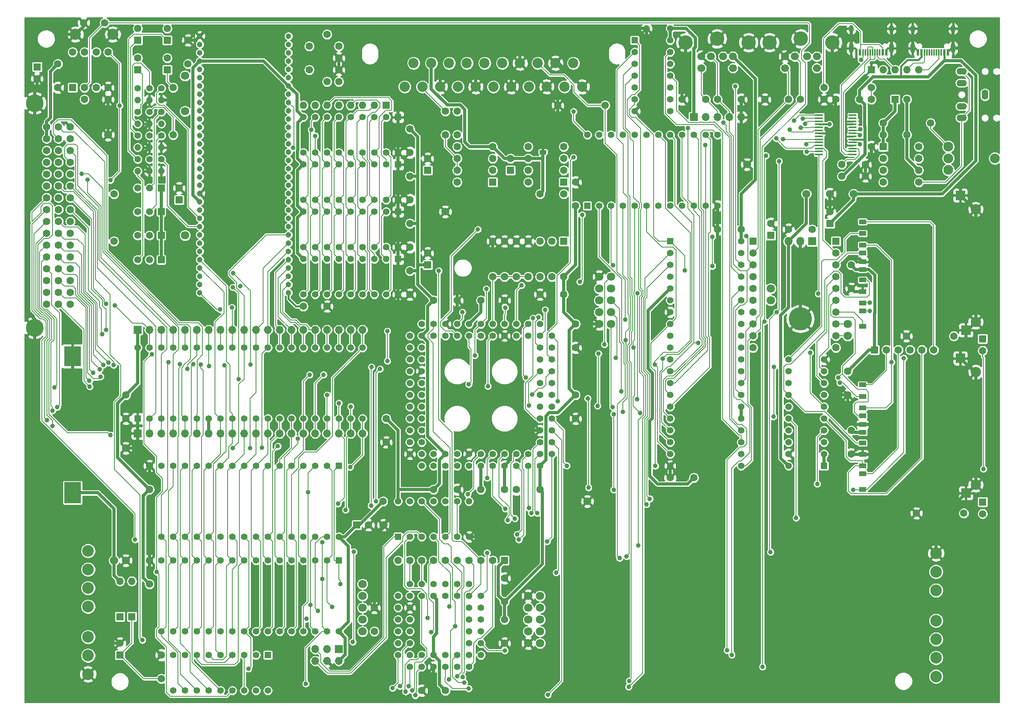
<source format=gtl>
G04 #@! TF.GenerationSoftware,KiCad,Pcbnew,5.1.9*
G04 #@! TF.CreationDate,2021-04-27T01:21:22+02:00*
G04 #@! TF.ProjectId,main,6d61696e-2e6b-4696-9361-645f70636258,rev?*
G04 #@! TF.SameCoordinates,Original*
G04 #@! TF.FileFunction,Copper,L1,Top*
G04 #@! TF.FilePolarity,Positive*
%FSLAX46Y46*%
G04 Gerber Fmt 4.6, Leading zero omitted, Abs format (unit mm)*
G04 Created by KiCad (PCBNEW 5.1.9) date 2021-04-27 01:21:22*
%MOMM*%
%LPD*%
G01*
G04 APERTURE LIST*
G04 #@! TA.AperFunction,EtchedComponent*
%ADD10C,0.100000*%
G04 #@! TD*
G04 #@! TA.AperFunction,SMDPad,CuDef*
%ADD11R,0.600000X1.450000*%
G04 #@! TD*
G04 #@! TA.AperFunction,SMDPad,CuDef*
%ADD12R,0.300000X1.450000*%
G04 #@! TD*
G04 #@! TA.AperFunction,ComponentPad*
%ADD13O,1.000000X2.100000*%
G04 #@! TD*
G04 #@! TA.AperFunction,ComponentPad*
%ADD14O,1.000000X1.600000*%
G04 #@! TD*
G04 #@! TA.AperFunction,ComponentPad*
%ADD15C,1.700000*%
G04 #@! TD*
G04 #@! TA.AperFunction,ComponentPad*
%ADD16C,1.422400*%
G04 #@! TD*
G04 #@! TA.AperFunction,ComponentPad*
%ADD17R,1.422400X1.422400*%
G04 #@! TD*
G04 #@! TA.AperFunction,ComponentPad*
%ADD18C,1.800000*%
G04 #@! TD*
G04 #@! TA.AperFunction,ComponentPad*
%ADD19R,1.600000X1.600000*%
G04 #@! TD*
G04 #@! TA.AperFunction,ComponentPad*
%ADD20C,1.600000*%
G04 #@! TD*
G04 #@! TA.AperFunction,ComponentPad*
%ADD21C,3.800000*%
G04 #@! TD*
G04 #@! TA.AperFunction,ComponentPad*
%ADD22C,2.100000*%
G04 #@! TD*
G04 #@! TA.AperFunction,SMDPad,CuDef*
%ADD23R,1.750000X0.440000*%
G04 #@! TD*
G04 #@! TA.AperFunction,ComponentPad*
%ADD24O,1.600000X1.600000*%
G04 #@! TD*
G04 #@! TA.AperFunction,ComponentPad*
%ADD25C,2.200000*%
G04 #@! TD*
G04 #@! TA.AperFunction,SMDPad,CuDef*
%ADD26R,3.599180X4.599940*%
G04 #@! TD*
G04 #@! TA.AperFunction,SMDPad,CuDef*
%ADD27R,3.599180X4.200000*%
G04 #@! TD*
G04 #@! TA.AperFunction,SMDPad,CuDef*
%ADD28R,1.498600X0.998220*%
G04 #@! TD*
G04 #@! TA.AperFunction,SMDPad,CuDef*
%ADD29R,2.000000X2.000000*%
G04 #@! TD*
G04 #@! TA.AperFunction,ComponentPad*
%ADD30C,3.100000*%
G04 #@! TD*
G04 #@! TA.AperFunction,ComponentPad*
%ADD31C,2.500000*%
G04 #@! TD*
G04 #@! TA.AperFunction,ComponentPad*
%ADD32O,1.400000X2.200000*%
G04 #@! TD*
G04 #@! TA.AperFunction,ComponentPad*
%ADD33O,2.200000X1.400000*%
G04 #@! TD*
G04 #@! TA.AperFunction,SMDPad,CuDef*
%ADD34C,0.100000*%
G04 #@! TD*
G04 #@! TA.AperFunction,ComponentPad*
%ADD35C,2.400000*%
G04 #@! TD*
G04 #@! TA.AperFunction,ComponentPad*
%ADD36C,1.200000*%
G04 #@! TD*
G04 #@! TA.AperFunction,ComponentPad*
%ADD37R,1.520000X1.520000*%
G04 #@! TD*
G04 #@! TA.AperFunction,ComponentPad*
%ADD38C,1.520000*%
G04 #@! TD*
G04 #@! TA.AperFunction,ComponentPad*
%ADD39O,1.400000X1.400000*%
G04 #@! TD*
G04 #@! TA.AperFunction,ComponentPad*
%ADD40C,1.400000*%
G04 #@! TD*
G04 #@! TA.AperFunction,ComponentPad*
%ADD41O,1.800000X1.800000*%
G04 #@! TD*
G04 #@! TA.AperFunction,ComponentPad*
%ADD42R,1.800000X1.800000*%
G04 #@! TD*
G04 #@! TA.AperFunction,ComponentPad*
%ADD43C,5.000000*%
G04 #@! TD*
G04 #@! TA.AperFunction,ComponentPad*
%ADD44O,1.700000X1.700000*%
G04 #@! TD*
G04 #@! TA.AperFunction,ComponentPad*
%ADD45R,1.700000X1.700000*%
G04 #@! TD*
G04 #@! TA.AperFunction,ViaPad*
%ADD46C,1.400000*%
G04 #@! TD*
G04 #@! TA.AperFunction,ViaPad*
%ADD47C,1.000000*%
G04 #@! TD*
G04 #@! TA.AperFunction,Conductor*
%ADD48C,0.660400*%
G04 #@! TD*
G04 #@! TA.AperFunction,Conductor*
%ADD49C,0.406400*%
G04 #@! TD*
G04 #@! TA.AperFunction,Conductor*
%ADD50C,0.203200*%
G04 #@! TD*
G04 #@! TA.AperFunction,Conductor*
%ADD51C,0.254000*%
G04 #@! TD*
G04 #@! TA.AperFunction,Conductor*
%ADD52C,0.100000*%
G04 #@! TD*
G04 APERTURE END LIST*
D10*
G36*
X127935000Y-44050000D02*
G01*
X127935000Y-43550000D01*
X127335000Y-43550000D01*
X127335000Y-44050000D01*
X127935000Y-44050000D01*
G37*
D11*
X208105000Y-22935000D03*
X214555000Y-22935000D03*
X208880000Y-22935000D03*
X213780000Y-22935000D03*
D12*
X213080000Y-22935000D03*
X209580000Y-22935000D03*
X212580000Y-22935000D03*
X210080000Y-22935000D03*
X212080000Y-22935000D03*
X210580000Y-22935000D03*
X211080000Y-22935000D03*
X211580000Y-22935000D03*
D13*
X215650000Y-22020000D03*
X207010000Y-22020000D03*
D14*
X215650000Y-17840000D03*
X207010000Y-17840000D03*
X193800000Y-17840000D03*
X202440000Y-17840000D03*
D13*
X193800000Y-22020000D03*
X202440000Y-22020000D03*
D12*
X198370000Y-22935000D03*
X197870000Y-22935000D03*
X197370000Y-22935000D03*
X198870000Y-22935000D03*
X196870000Y-22935000D03*
X199370000Y-22935000D03*
X196370000Y-22935000D03*
X199870000Y-22935000D03*
D11*
X200570000Y-22935000D03*
X195670000Y-22935000D03*
X201345000Y-22935000D03*
X194895000Y-22935000D03*
D15*
X184150000Y-53340000D03*
X194310000Y-53340000D03*
X137160000Y-119380000D03*
X171450000Y-46990000D03*
X189230000Y-53340000D03*
X106680000Y-57150000D03*
X34290000Y-40640000D03*
X38100000Y-107950000D03*
X38100000Y-132080000D03*
D16*
X137160000Y-40640000D03*
X165100000Y-55880000D03*
X139700000Y-40640000D03*
X162560000Y-55880000D03*
X142240000Y-40640000D03*
X160020000Y-55880000D03*
X144780000Y-40640000D03*
X157480000Y-55880000D03*
X147320000Y-40640000D03*
X154940000Y-55880000D03*
X149860000Y-40640000D03*
X152400000Y-55880000D03*
X152400000Y-40640000D03*
X149860000Y-55880000D03*
X154940000Y-40640000D03*
X147320000Y-55880000D03*
X157480000Y-40640000D03*
X144780000Y-55880000D03*
X160020000Y-40640000D03*
X142240000Y-55880000D03*
X162560000Y-40640000D03*
X139700000Y-55880000D03*
X165100000Y-40640000D03*
D17*
X137160000Y-55880000D03*
D16*
X114300000Y-83820000D03*
X114300000Y-81280000D03*
X111760000Y-81280000D03*
X111760000Y-83820000D03*
X109220000Y-81280000D03*
X109220000Y-83820000D03*
X106680000Y-81280000D03*
X106680000Y-83820000D03*
X104140000Y-81280000D03*
X104140000Y-83820000D03*
X101600000Y-81280000D03*
X99060000Y-83820000D03*
X101600000Y-83820000D03*
X99060000Y-86360000D03*
X101600000Y-86360000D03*
X99060000Y-88900000D03*
X101600000Y-88900000D03*
X99060000Y-91440000D03*
X101600000Y-91440000D03*
X99060000Y-93980000D03*
X101600000Y-93980000D03*
X99060000Y-96520000D03*
X101600000Y-96520000D03*
X99060000Y-99060000D03*
X101600000Y-99060000D03*
X99060000Y-101600000D03*
X101600000Y-101600000D03*
X99060000Y-109220000D03*
X99060000Y-104140000D03*
X101600000Y-104140000D03*
X99060000Y-106680000D03*
X101600000Y-106680000D03*
X101600000Y-111760000D03*
X101600000Y-109220000D03*
X104140000Y-111760000D03*
X104140000Y-109220000D03*
X106680000Y-111760000D03*
X106680000Y-109220000D03*
X109220000Y-111760000D03*
X109220000Y-109220000D03*
X111760000Y-111760000D03*
X111760000Y-109220000D03*
X114300000Y-111760000D03*
X114300000Y-109220000D03*
X116840000Y-111760000D03*
X116840000Y-109220000D03*
X119380000Y-111760000D03*
X119380000Y-109220000D03*
X121920000Y-111760000D03*
X121920000Y-109220000D03*
X124460000Y-111760000D03*
X124460000Y-109220000D03*
X127000000Y-111760000D03*
X129540000Y-109220000D03*
X127000000Y-109220000D03*
X129540000Y-106680000D03*
X127000000Y-106680000D03*
X129540000Y-104140000D03*
X127000000Y-104140000D03*
X129540000Y-101600000D03*
X127000000Y-101600000D03*
X129540000Y-99060000D03*
X127000000Y-99060000D03*
X129540000Y-96520000D03*
X127000000Y-96520000D03*
X129540000Y-93980000D03*
X127000000Y-93980000D03*
X129540000Y-91440000D03*
X127000000Y-91440000D03*
X129540000Y-88900000D03*
X127000000Y-88900000D03*
X129540000Y-86360000D03*
X127000000Y-86360000D03*
X129540000Y-83820000D03*
X127000000Y-81280000D03*
X127000000Y-83820000D03*
X124460000Y-81280000D03*
X124460000Y-83820000D03*
X121920000Y-81280000D03*
X121920000Y-83820000D03*
X119380000Y-81280000D03*
X119380000Y-83820000D03*
X116840000Y-81280000D03*
X116840000Y-83820000D03*
D18*
X142240000Y-71120000D03*
X139700000Y-71120000D03*
X139700000Y-73660000D03*
X142240000Y-73660000D03*
X142240000Y-81280000D03*
X139700000Y-81280000D03*
X142240000Y-78740000D03*
X139700000Y-78740000D03*
X142240000Y-76200000D03*
X139700000Y-76200000D03*
D19*
X132080000Y-63500000D03*
D20*
X116840000Y-71120000D03*
X129540000Y-63500000D03*
X119380000Y-71120000D03*
X127000000Y-63500000D03*
X121920000Y-71120000D03*
X124460000Y-63500000D03*
X124460000Y-71120000D03*
X121920000Y-63500000D03*
X127000000Y-71120000D03*
X119380000Y-63500000D03*
X129540000Y-71120000D03*
X116840000Y-63500000D03*
X132080000Y-71120000D03*
D16*
X96520000Y-74930000D03*
X76200000Y-67310000D03*
X93980000Y-74930000D03*
X78740000Y-67310000D03*
X91440000Y-74930000D03*
X81280000Y-67310000D03*
X88900000Y-74930000D03*
X83820000Y-67310000D03*
X86360000Y-74930000D03*
X86360000Y-67310000D03*
X83820000Y-74930000D03*
X88900000Y-67310000D03*
X81280000Y-74930000D03*
X91440000Y-67310000D03*
X78740000Y-74930000D03*
X93980000Y-67310000D03*
X76200000Y-74930000D03*
D17*
X96520000Y-67310000D03*
D20*
X26180000Y-77000000D03*
X26180000Y-74460000D03*
X26180000Y-71920000D03*
X26180000Y-69380000D03*
X26180000Y-66840000D03*
X26180000Y-64300000D03*
X26180000Y-61760000D03*
X26180000Y-59220000D03*
X26180000Y-56680000D03*
X26180000Y-54140000D03*
X26180000Y-51600000D03*
X26180000Y-49060000D03*
X26180000Y-46520000D03*
X26180000Y-43980000D03*
X26180000Y-41440000D03*
X26180000Y-38900000D03*
X23640000Y-77000000D03*
X23640000Y-74460000D03*
X23640000Y-71920000D03*
X23640000Y-69380000D03*
X23640000Y-66840000D03*
X23640000Y-64300000D03*
X23640000Y-61760000D03*
X23640000Y-59220000D03*
X23640000Y-56680000D03*
X23640000Y-54140000D03*
X23640000Y-51600000D03*
X23640000Y-49060000D03*
X23640000Y-46520000D03*
X23640000Y-43980000D03*
X23640000Y-41440000D03*
X23640000Y-38900000D03*
X21100000Y-77000000D03*
X21100000Y-74460000D03*
X21100000Y-71920000D03*
X21100000Y-69380000D03*
X21100000Y-66840000D03*
X21100000Y-64300000D03*
X21100000Y-61760000D03*
X21100000Y-59220000D03*
X21100000Y-56680000D03*
X21100000Y-54140000D03*
X21100000Y-51600000D03*
X21100000Y-49060000D03*
X21100000Y-46520000D03*
X21100000Y-43980000D03*
X21100000Y-41440000D03*
D21*
X18560000Y-82080000D03*
X18560000Y-33820000D03*
D20*
X21100000Y-38900000D03*
D22*
X214630000Y-43180000D03*
X214630000Y-45680000D03*
X214630000Y-48180000D03*
X224630000Y-45680000D03*
D23*
X194100000Y-36415000D03*
X194100000Y-37065000D03*
X194100000Y-37715000D03*
X194100000Y-38365000D03*
X194100000Y-39015000D03*
X194100000Y-39665000D03*
X194100000Y-40315000D03*
X194100000Y-40965000D03*
X194100000Y-41615000D03*
X194100000Y-42265000D03*
X194100000Y-42915000D03*
X194100000Y-43565000D03*
X194100000Y-44215000D03*
X194100000Y-44865000D03*
X186900000Y-44865000D03*
X186900000Y-44215000D03*
X186900000Y-43565000D03*
X186900000Y-42915000D03*
X186900000Y-42265000D03*
X186900000Y-41615000D03*
X186900000Y-40965000D03*
X186900000Y-40315000D03*
X186900000Y-39665000D03*
X186900000Y-39015000D03*
X186900000Y-38365000D03*
X186900000Y-37715000D03*
X186900000Y-37065000D03*
X186900000Y-36415000D03*
D16*
X68580000Y-160020000D03*
X48260000Y-152400000D03*
X66040000Y-160020000D03*
X50800000Y-152400000D03*
X63500000Y-160020000D03*
X53340000Y-152400000D03*
X60960000Y-160020000D03*
X55880000Y-152400000D03*
X58420000Y-160020000D03*
X58420000Y-152400000D03*
X55880000Y-160020000D03*
X60960000Y-152400000D03*
X53340000Y-160020000D03*
X63500000Y-152400000D03*
X50800000Y-160020000D03*
X66040000Y-152400000D03*
X48260000Y-160020000D03*
D17*
X68580000Y-152400000D03*
D19*
X39370000Y-144145000D03*
D24*
X39370000Y-136525000D03*
D16*
X40640000Y-86360000D03*
X88900000Y-101600000D03*
X43180000Y-86360000D03*
X86360000Y-101600000D03*
X45720000Y-86360000D03*
X83820000Y-101600000D03*
X48260000Y-86360000D03*
X81280000Y-101600000D03*
X50800000Y-86360000D03*
X78740000Y-101600000D03*
X53340000Y-86360000D03*
X76200000Y-101600000D03*
X55880000Y-86360000D03*
X73660000Y-101600000D03*
X58420000Y-86360000D03*
X71120000Y-101600000D03*
X60960000Y-86360000D03*
X68580000Y-101600000D03*
X63500000Y-86360000D03*
X66040000Y-101600000D03*
X66040000Y-86360000D03*
X63500000Y-101600000D03*
X68580000Y-86360000D03*
X60960000Y-101600000D03*
X71120000Y-86360000D03*
X58420000Y-101600000D03*
X73660000Y-86360000D03*
X55880000Y-101600000D03*
X76200000Y-86360000D03*
X53340000Y-101600000D03*
X78740000Y-86360000D03*
X50800000Y-101600000D03*
X81280000Y-86360000D03*
X48260000Y-101600000D03*
X83820000Y-86360000D03*
X45720000Y-101600000D03*
X86360000Y-86360000D03*
X43180000Y-101600000D03*
X88900000Y-86360000D03*
D17*
X40640000Y-101600000D03*
D25*
X97950000Y-30298640D03*
X99855000Y-25218640D03*
X101760000Y-30298640D03*
X103665000Y-25218640D03*
X105570000Y-30298640D03*
X107475000Y-25218640D03*
X109380000Y-30298640D03*
X111285000Y-25218640D03*
X113190000Y-30298640D03*
X115095000Y-25218640D03*
X117000000Y-30298640D03*
X118905000Y-25218640D03*
X120810000Y-30298640D03*
X122715000Y-25218640D03*
X124620000Y-30298640D03*
X126525000Y-25218640D03*
X128430000Y-30298640D03*
X130335000Y-25218640D03*
X132240000Y-30298640D03*
X134145000Y-25218640D03*
X136050000Y-30298640D03*
D26*
X26670000Y-117520720D03*
D27*
X26670000Y-88219280D03*
D20*
X132080000Y-74930000D03*
X127000000Y-74930000D03*
X38100000Y-101600000D03*
X38100000Y-96520000D03*
X43180000Y-116840000D03*
X43180000Y-111760000D03*
X43180000Y-132080000D03*
X43180000Y-137160000D03*
X93345000Y-119380000D03*
X93345000Y-124460000D03*
X23495000Y-30480000D03*
X23495000Y-25400000D03*
X29210000Y-33020000D03*
X34290000Y-33020000D03*
D19*
X19050000Y-26035000D03*
D20*
X19050000Y-28575000D03*
X114300000Y-76200000D03*
X119380000Y-76200000D03*
X134620000Y-86360000D03*
X134620000Y-81280000D03*
X134620000Y-96520000D03*
X134620000Y-101600000D03*
X114300000Y-116840000D03*
X119380000Y-116840000D03*
X127000000Y-116840000D03*
X121920000Y-116840000D03*
X109220000Y-116840000D03*
X104140000Y-116840000D03*
X93980000Y-101600000D03*
X93980000Y-106680000D03*
X109220000Y-76200000D03*
X104140000Y-76200000D03*
X83820000Y-24130000D03*
X83820000Y-21590000D03*
X83820000Y-29210000D03*
X83820000Y-26670000D03*
X99060000Y-69850000D03*
X99060000Y-74930000D03*
X99060000Y-64770000D03*
X99060000Y-59690000D03*
X99060000Y-49530000D03*
X99060000Y-54610000D03*
X99060000Y-44450000D03*
X99060000Y-39370000D03*
X49530000Y-52070000D03*
D19*
X49530000Y-54610000D03*
X102870000Y-48260000D03*
D20*
X102870000Y-45720000D03*
X102870000Y-66040000D03*
D19*
X102870000Y-68580000D03*
D20*
X40640000Y-17780000D03*
D19*
X40640000Y-20320000D03*
D20*
X51435000Y-20320000D03*
X51435000Y-25400000D03*
X81280000Y-77470000D03*
X76200000Y-77470000D03*
D19*
X46990000Y-26670000D03*
D20*
X46990000Y-24130000D03*
X193820000Y-104160000D03*
X193820000Y-109240000D03*
X193820000Y-68600000D03*
X193820000Y-73680000D03*
X193040000Y-96520000D03*
X193040000Y-91440000D03*
X191770000Y-49530000D03*
X196850000Y-49530000D03*
X195580000Y-33020000D03*
X190500000Y-33020000D03*
D19*
X87630000Y-124460000D03*
D20*
X90170000Y-124460000D03*
X191770000Y-46990000D03*
X196850000Y-46990000D03*
X157480000Y-33020000D03*
X162560000Y-33020000D03*
X165100000Y-33020000D03*
X170180000Y-33020000D03*
X175260000Y-33020000D03*
X180340000Y-33020000D03*
X182880000Y-33020000D03*
X187960000Y-33020000D03*
D16*
X149860000Y-17780000D03*
X154940000Y-17780000D03*
D20*
X170180000Y-60960000D03*
X165100000Y-60960000D03*
X134620000Y-50800000D03*
X134620000Y-55880000D03*
X127000000Y-53340000D03*
X132080000Y-53340000D03*
X120650000Y-45720000D03*
D19*
X120650000Y-48260000D03*
D20*
X106680000Y-35560000D03*
X106680000Y-40640000D03*
X109220000Y-40640000D03*
X109220000Y-35560000D03*
X205740000Y-40640000D03*
X200660000Y-40640000D03*
D19*
X203200000Y-33020000D03*
D20*
X205740000Y-33020000D03*
X222000000Y-122040000D03*
D19*
X222000000Y-119500000D03*
X222000000Y-84460000D03*
D20*
X222000000Y-87000000D03*
D24*
X36830000Y-136525000D03*
D19*
X36830000Y-144145000D03*
D25*
X220532200Y-115816848D03*
X220532200Y-91620808D03*
D28*
X196224400Y-116797288D03*
D29*
X217230000Y-88650000D03*
X218430000Y-117600000D03*
D28*
X196224400Y-101021348D03*
X196224400Y-94320828D03*
X196224400Y-113447028D03*
X196224400Y-111747768D03*
X196224400Y-109316988D03*
X196224400Y-106817628D03*
X196224400Y-104541788D03*
X196224400Y-102895868D03*
X196224400Y-99319548D03*
X196224400Y-96820188D03*
X196224400Y-61820188D03*
X196224400Y-64319548D03*
X196224400Y-67895868D03*
X196224400Y-69541788D03*
X196224400Y-71817628D03*
X196224400Y-74316988D03*
X196224400Y-76747768D03*
X196224400Y-78447028D03*
X196224400Y-59320828D03*
X196224400Y-66021348D03*
D29*
X218430000Y-82600000D03*
X217230000Y-53650000D03*
D28*
X196224400Y-81797288D03*
D25*
X220532200Y-56620808D03*
X220532200Y-80816848D03*
D15*
X163700000Y-23800000D03*
X166300000Y-23800000D03*
X161600000Y-26300000D03*
X168400000Y-26300000D03*
X161600000Y-23800000D03*
X168400000Y-23800000D03*
D30*
X171750000Y-20800000D03*
X165000000Y-20000000D03*
X158250000Y-20800000D03*
X176250000Y-20800000D03*
X183000000Y-20000000D03*
X189750000Y-20800000D03*
D15*
X186400000Y-23800000D03*
X179600000Y-23800000D03*
X186400000Y-26300000D03*
X179600000Y-26300000D03*
X184300000Y-23800000D03*
X181700000Y-23800000D03*
D31*
X30000000Y-156500000D03*
X30000000Y-152500000D03*
X30000000Y-148500000D03*
X30000000Y-142000000D03*
X30000000Y-138000000D03*
X30000000Y-134000000D03*
X30000000Y-130000000D03*
X212000000Y-157000000D03*
X212000000Y-153000000D03*
X212000000Y-149000000D03*
X212000000Y-145000000D03*
X212000000Y-138500000D03*
X212000000Y-134500000D03*
X212000000Y-130500000D03*
D32*
X222500000Y-32000000D03*
D33*
X217500000Y-34500000D03*
X217500000Y-37000000D03*
X217500000Y-29500000D03*
X217500000Y-27000000D03*
G04 #@! TA.AperFunction,SMDPad,CuDef*
D34*
G36*
X126885000Y-43650000D02*
G01*
X126885000Y-43150000D01*
X126885602Y-43150000D01*
X126885602Y-43125466D01*
X126890412Y-43076635D01*
X126899984Y-43028510D01*
X126914228Y-42981555D01*
X126933005Y-42936222D01*
X126956136Y-42892949D01*
X126983396Y-42852150D01*
X127014524Y-42814221D01*
X127049221Y-42779524D01*
X127087150Y-42748396D01*
X127127949Y-42721136D01*
X127171222Y-42698005D01*
X127216555Y-42679228D01*
X127263510Y-42664984D01*
X127311635Y-42655412D01*
X127360466Y-42650602D01*
X127385000Y-42650602D01*
X127385000Y-42650000D01*
X127885000Y-42650000D01*
X127885000Y-42650602D01*
X127909534Y-42650602D01*
X127958365Y-42655412D01*
X128006490Y-42664984D01*
X128053445Y-42679228D01*
X128098778Y-42698005D01*
X128142051Y-42721136D01*
X128182850Y-42748396D01*
X128220779Y-42779524D01*
X128255476Y-42814221D01*
X128286604Y-42852150D01*
X128313864Y-42892949D01*
X128336995Y-42936222D01*
X128355772Y-42981555D01*
X128370016Y-43028510D01*
X128379588Y-43076635D01*
X128384398Y-43125466D01*
X128384398Y-43150000D01*
X128385000Y-43150000D01*
X128385000Y-43650000D01*
X126885000Y-43650000D01*
G37*
G04 #@! TD.AperFunction*
G04 #@! TA.AperFunction,SMDPad,CuDef*
G36*
X128384398Y-44450000D02*
G01*
X128384398Y-44474534D01*
X128379588Y-44523365D01*
X128370016Y-44571490D01*
X128355772Y-44618445D01*
X128336995Y-44663778D01*
X128313864Y-44707051D01*
X128286604Y-44747850D01*
X128255476Y-44785779D01*
X128220779Y-44820476D01*
X128182850Y-44851604D01*
X128142051Y-44878864D01*
X128098778Y-44901995D01*
X128053445Y-44920772D01*
X128006490Y-44935016D01*
X127958365Y-44944588D01*
X127909534Y-44949398D01*
X127885000Y-44949398D01*
X127885000Y-44950000D01*
X127385000Y-44950000D01*
X127385000Y-44949398D01*
X127360466Y-44949398D01*
X127311635Y-44944588D01*
X127263510Y-44935016D01*
X127216555Y-44920772D01*
X127171222Y-44901995D01*
X127127949Y-44878864D01*
X127087150Y-44851604D01*
X127049221Y-44820476D01*
X127014524Y-44785779D01*
X126983396Y-44747850D01*
X126956136Y-44707051D01*
X126933005Y-44663778D01*
X126914228Y-44618445D01*
X126899984Y-44571490D01*
X126890412Y-44523365D01*
X126885602Y-44474534D01*
X126885602Y-44450000D01*
X126885000Y-44450000D01*
X126885000Y-43950000D01*
X128385000Y-43950000D01*
X128385000Y-44450000D01*
X128384398Y-44450000D01*
G37*
G04 #@! TD.AperFunction*
D20*
X81280000Y-19050000D03*
X81280000Y-29210000D03*
X207790000Y-121940000D03*
X217950000Y-121940000D03*
X205656400Y-83865400D03*
X215816400Y-83865400D03*
X198120000Y-30480000D03*
X187960000Y-30480000D03*
X198120000Y-43180000D03*
X198120000Y-33020000D03*
X200660000Y-38100000D03*
X210820000Y-38100000D03*
X211523800Y-86837200D03*
X208983800Y-86837200D03*
X206443800Y-86837200D03*
X203903800Y-86837200D03*
X201363800Y-86837200D03*
D19*
X198823800Y-86837200D03*
D20*
X29055060Y-16550640D03*
D35*
X27305000Y-19050000D03*
X35306000Y-19050000D03*
D20*
X33555940Y-16550640D03*
X26670000Y-22860000D03*
X34290000Y-30480000D03*
X29210000Y-22860000D03*
X31750000Y-30480000D03*
X31750000Y-22860000D03*
X29210000Y-30480000D03*
X34290000Y-22860000D03*
D19*
X26670000Y-30480000D03*
D16*
X96520000Y-119380000D03*
X111760000Y-127000000D03*
X99060000Y-119380000D03*
X109220000Y-127000000D03*
X101600000Y-119380000D03*
X106680000Y-127000000D03*
X104140000Y-119380000D03*
X104140000Y-127000000D03*
X106680000Y-119380000D03*
X101600000Y-127000000D03*
X109220000Y-119380000D03*
X99060000Y-127000000D03*
X111760000Y-119380000D03*
D17*
X96520000Y-127000000D03*
X83820000Y-111760000D03*
D16*
X55880000Y-127000000D03*
X81280000Y-111760000D03*
X58420000Y-127000000D03*
X78740000Y-111760000D03*
X60960000Y-127000000D03*
X76200000Y-111760000D03*
X63500000Y-127000000D03*
X73660000Y-111760000D03*
X66040000Y-127000000D03*
X71120000Y-111760000D03*
X68580000Y-127000000D03*
X68580000Y-111760000D03*
X71120000Y-127000000D03*
X66040000Y-111760000D03*
X73660000Y-127000000D03*
X63500000Y-111760000D03*
X76200000Y-127000000D03*
X60960000Y-111760000D03*
X78740000Y-127000000D03*
X58420000Y-111760000D03*
X81280000Y-127000000D03*
X55880000Y-111760000D03*
X83820000Y-127000000D03*
X53340000Y-111760000D03*
X50800000Y-111760000D03*
X48260000Y-111760000D03*
X45720000Y-111760000D03*
X45720000Y-127000000D03*
X48260000Y-127000000D03*
X50800000Y-127000000D03*
X53340000Y-127000000D03*
D17*
X96520000Y-46990000D03*
D16*
X76200000Y-54610000D03*
X93980000Y-46990000D03*
X78740000Y-54610000D03*
X91440000Y-46990000D03*
X81280000Y-54610000D03*
X88900000Y-46990000D03*
X83820000Y-54610000D03*
X86360000Y-46990000D03*
X86360000Y-54610000D03*
X83820000Y-46990000D03*
X88900000Y-54610000D03*
X81280000Y-46990000D03*
X91440000Y-54610000D03*
X78740000Y-46990000D03*
X93980000Y-54610000D03*
X76200000Y-46990000D03*
X96520000Y-54610000D03*
X96520000Y-64770000D03*
X76200000Y-57150000D03*
X93980000Y-64770000D03*
X78740000Y-57150000D03*
X91440000Y-64770000D03*
X81280000Y-57150000D03*
X88900000Y-64770000D03*
X83820000Y-57150000D03*
X86360000Y-64770000D03*
X86360000Y-57150000D03*
X83820000Y-64770000D03*
X88900000Y-57150000D03*
X81280000Y-64770000D03*
X91440000Y-57150000D03*
X78740000Y-64770000D03*
X93980000Y-57150000D03*
X76200000Y-64770000D03*
D17*
X96520000Y-57150000D03*
X96520000Y-36830000D03*
D16*
X76200000Y-44450000D03*
X93980000Y-36830000D03*
X78740000Y-44450000D03*
X91440000Y-36830000D03*
X81280000Y-44450000D03*
X88900000Y-36830000D03*
X83820000Y-44450000D03*
X86360000Y-36830000D03*
X86360000Y-44450000D03*
X83820000Y-36830000D03*
X88900000Y-44450000D03*
X81280000Y-36830000D03*
X91440000Y-44450000D03*
X78740000Y-36830000D03*
X93980000Y-44450000D03*
X76200000Y-36830000D03*
X96520000Y-44450000D03*
D36*
X53975000Y-19431000D03*
X53975000Y-21209000D03*
X53975000Y-22987000D03*
X53975000Y-24765000D03*
X53975000Y-26543000D03*
X53975000Y-28321000D03*
X53975000Y-30099000D03*
X53975000Y-31877000D03*
X53975000Y-33655000D03*
X53975000Y-35433000D03*
X53975000Y-37211000D03*
X53975000Y-38989000D03*
X53975000Y-40767000D03*
X53975000Y-42545000D03*
X53975000Y-44323000D03*
X53975000Y-46101000D03*
X53975000Y-47879000D03*
X53975000Y-49657000D03*
X53975000Y-51435000D03*
X53975000Y-53213000D03*
X53975000Y-54991000D03*
X53975000Y-56769000D03*
X53975000Y-58547000D03*
X53975000Y-60325000D03*
X53975000Y-62103000D03*
X53975000Y-63881000D03*
X53975000Y-65659000D03*
X53975000Y-67437000D03*
X53975000Y-69215000D03*
X53975000Y-70993000D03*
X53975000Y-72771000D03*
X53975000Y-74549000D03*
X73025000Y-19431000D03*
X73025000Y-21209000D03*
X73025000Y-22987000D03*
X73025000Y-24765000D03*
X73025000Y-26543000D03*
X73025000Y-28321000D03*
X73025000Y-30099000D03*
X73025000Y-31877000D03*
X73025000Y-33655000D03*
X73025000Y-35433000D03*
X73025000Y-37211000D03*
X73025000Y-38989000D03*
X73025000Y-40767000D03*
X73025000Y-42545000D03*
X73025000Y-44323000D03*
X73025000Y-46101000D03*
X73025000Y-47879000D03*
X73025000Y-49657000D03*
X73025000Y-51435000D03*
X73025000Y-53213000D03*
X73025000Y-54991000D03*
X73025000Y-56769000D03*
X73025000Y-58547000D03*
X73025000Y-60325000D03*
X73025000Y-62103000D03*
X73025000Y-63881000D03*
X73025000Y-65659000D03*
X73025000Y-67437000D03*
X73025000Y-69215000D03*
X73025000Y-70993000D03*
X73025000Y-72771000D03*
X73025000Y-74549000D03*
D16*
X180340000Y-111760000D03*
X187960000Y-88900000D03*
X180340000Y-109220000D03*
X187960000Y-91440000D03*
X180340000Y-106680000D03*
X187960000Y-93980000D03*
X180340000Y-104140000D03*
X187960000Y-96520000D03*
X180340000Y-101600000D03*
X187960000Y-99060000D03*
X180340000Y-99060000D03*
X187960000Y-101600000D03*
X180340000Y-96520000D03*
X187960000Y-104140000D03*
X180340000Y-93980000D03*
X187960000Y-106680000D03*
X180340000Y-91440000D03*
X187960000Y-109220000D03*
X180340000Y-88900000D03*
D17*
X187960000Y-111760000D03*
D16*
X170180000Y-63500000D03*
X154940000Y-111760000D03*
X170180000Y-66040000D03*
X154940000Y-109220000D03*
X170180000Y-68580000D03*
X154940000Y-106680000D03*
X170180000Y-71120000D03*
X154940000Y-104140000D03*
X170180000Y-73660000D03*
X154940000Y-101600000D03*
X170180000Y-76200000D03*
X154940000Y-99060000D03*
X170180000Y-78740000D03*
X154940000Y-96520000D03*
X170180000Y-81280000D03*
X154940000Y-93980000D03*
X170180000Y-83820000D03*
X154940000Y-91440000D03*
X170180000Y-86360000D03*
X154940000Y-88900000D03*
X170180000Y-88900000D03*
X154940000Y-86360000D03*
X170180000Y-91440000D03*
X154940000Y-83820000D03*
X170180000Y-93980000D03*
X154940000Y-81280000D03*
X170180000Y-96520000D03*
X154940000Y-78740000D03*
X170180000Y-99060000D03*
X154940000Y-76200000D03*
X170180000Y-101600000D03*
X154940000Y-73660000D03*
X170180000Y-104140000D03*
X154940000Y-71120000D03*
X170180000Y-106680000D03*
X154940000Y-68580000D03*
X170180000Y-109220000D03*
X154940000Y-66040000D03*
X170180000Y-111760000D03*
D17*
X154940000Y-63500000D03*
D20*
X109220000Y-50800000D03*
X116840000Y-43180000D03*
X109220000Y-48260000D03*
X116840000Y-45720000D03*
X109220000Y-45720000D03*
X116840000Y-48260000D03*
X109220000Y-43180000D03*
D19*
X116840000Y-50800000D03*
X132080000Y-50800000D03*
D20*
X124460000Y-43180000D03*
X132080000Y-48260000D03*
X124460000Y-45720000D03*
X132080000Y-45720000D03*
X124460000Y-48260000D03*
X132080000Y-43180000D03*
X124460000Y-50800000D03*
D19*
X200660000Y-43180000D03*
D20*
X208280000Y-50800000D03*
X200660000Y-45720000D03*
X208280000Y-48260000D03*
X200660000Y-48260000D03*
X208280000Y-45720000D03*
X200660000Y-50800000D03*
X208280000Y-43180000D03*
X77470000Y-26670000D03*
X77470000Y-21590000D03*
D16*
X53340000Y-147320000D03*
X50800000Y-147320000D03*
X48260000Y-147320000D03*
X45720000Y-147320000D03*
X45720000Y-132080000D03*
X48260000Y-132080000D03*
X50800000Y-132080000D03*
X53340000Y-132080000D03*
X83820000Y-147320000D03*
X55880000Y-132080000D03*
X81280000Y-147320000D03*
X58420000Y-132080000D03*
X78740000Y-147320000D03*
X60960000Y-132080000D03*
X76200000Y-147320000D03*
X63500000Y-132080000D03*
X73660000Y-147320000D03*
X66040000Y-132080000D03*
X71120000Y-147320000D03*
X68580000Y-132080000D03*
X68580000Y-147320000D03*
X71120000Y-132080000D03*
X66040000Y-147320000D03*
X73660000Y-132080000D03*
X63500000Y-147320000D03*
X76200000Y-132080000D03*
X60960000Y-147320000D03*
X78740000Y-132080000D03*
X58420000Y-147320000D03*
X81280000Y-132080000D03*
X55880000Y-147320000D03*
D17*
X83820000Y-132080000D03*
D19*
X93980000Y-34290000D03*
D24*
X91440000Y-34290000D03*
X88900000Y-34290000D03*
X86360000Y-34290000D03*
X83820000Y-34290000D03*
X81280000Y-34290000D03*
X78740000Y-34290000D03*
X76200000Y-34290000D03*
D20*
X190500000Y-86360000D03*
X190500000Y-83820000D03*
X190500000Y-81280000D03*
X190500000Y-78740000D03*
X190500000Y-76200000D03*
X190500000Y-73660000D03*
X190500000Y-71120000D03*
X190500000Y-68580000D03*
X190500000Y-66040000D03*
D19*
X190500000Y-63500000D03*
X40640000Y-26670000D03*
D20*
X40640000Y-24130000D03*
X46990000Y-17780000D03*
D19*
X46990000Y-20320000D03*
D20*
X130810000Y-34290000D03*
X140970000Y-34290000D03*
D37*
X45720000Y-62230000D03*
D38*
X40640000Y-62230000D03*
X43180000Y-62230000D03*
X43180000Y-67470000D03*
X40640000Y-67470000D03*
D37*
X45720000Y-67470000D03*
D38*
X43180000Y-57150000D03*
X40640000Y-57150000D03*
D37*
X45720000Y-57150000D03*
X45720000Y-52070000D03*
D38*
X40640000Y-52070000D03*
X43180000Y-52070000D03*
D19*
X36830000Y-152400000D03*
D20*
X36830000Y-149860000D03*
X45720000Y-157480000D03*
X45720000Y-152400000D03*
X96520000Y-132080000D03*
X99060000Y-132080000D03*
X101600000Y-132080000D03*
X104140000Y-132080000D03*
X106680000Y-132080000D03*
X109220000Y-132080000D03*
X111760000Y-132080000D03*
X114300000Y-132080000D03*
X116840000Y-132080000D03*
D19*
X119380000Y-132080000D03*
D16*
X154940000Y-20320000D03*
X147320000Y-35560000D03*
X154940000Y-22860000D03*
X147320000Y-33020000D03*
X154940000Y-25400000D03*
X147320000Y-30480000D03*
X154940000Y-27940000D03*
X147320000Y-27940000D03*
X154940000Y-30480000D03*
X147320000Y-25400000D03*
X154940000Y-33020000D03*
X147320000Y-22860000D03*
X154940000Y-35560000D03*
D17*
X147320000Y-20320000D03*
D20*
X101600000Y-160020000D03*
X106680000Y-160020000D03*
X91440000Y-147320000D03*
X91440000Y-142240000D03*
X119380000Y-135890000D03*
X119380000Y-140970000D03*
X119380000Y-144780000D03*
X119380000Y-149860000D03*
D18*
X127000000Y-139700000D03*
X124460000Y-139700000D03*
X124460000Y-142240000D03*
X127000000Y-142240000D03*
X127000000Y-149860000D03*
X124460000Y-149860000D03*
X127000000Y-147320000D03*
X124460000Y-147320000D03*
X127000000Y-144780000D03*
X124460000Y-144780000D03*
D39*
X40640000Y-38260000D03*
D40*
X40640000Y-35720000D03*
X45720000Y-45880000D03*
D39*
X45720000Y-48420000D03*
X43180000Y-48420000D03*
D40*
X43180000Y-45880000D03*
X40640000Y-45880000D03*
D39*
X40640000Y-48420000D03*
X45720000Y-38260000D03*
D40*
X45720000Y-35720000D03*
D39*
X45720000Y-43340000D03*
D40*
X45720000Y-40800000D03*
X43180000Y-40800000D03*
D39*
X43180000Y-43340000D03*
X43180000Y-38260000D03*
D40*
X43180000Y-35720000D03*
X40640000Y-40800000D03*
D39*
X40640000Y-43340000D03*
X45720000Y-33180000D03*
D40*
X45720000Y-30640000D03*
X43180000Y-30640000D03*
D39*
X43180000Y-33180000D03*
X40640000Y-33180000D03*
D40*
X40640000Y-30640000D03*
D19*
X189230000Y-59690000D03*
D20*
X189230000Y-57150000D03*
X185420000Y-60960000D03*
X180340000Y-60960000D03*
D19*
X176530000Y-62230000D03*
D20*
X176530000Y-59690000D03*
D41*
X180340000Y-63500000D03*
X182880000Y-63500000D03*
D42*
X185420000Y-63500000D03*
D43*
X182880000Y-80160000D03*
D19*
X198120000Y-26670000D03*
D24*
X200660000Y-26670000D03*
X203200000Y-26670000D03*
X205740000Y-26670000D03*
X208280000Y-26670000D03*
D20*
X160020000Y-114300000D03*
X154940000Y-114300000D03*
X172720000Y-86360000D03*
X172720000Y-83820000D03*
X172720000Y-81280000D03*
X172720000Y-78740000D03*
X172720000Y-76200000D03*
X172720000Y-73660000D03*
X172720000Y-71120000D03*
X172720000Y-68580000D03*
X172720000Y-66040000D03*
D19*
X172720000Y-63500000D03*
D20*
X48260000Y-30480000D03*
X48260000Y-40640000D03*
D44*
X88900000Y-104775000D03*
X86360000Y-104775000D03*
X83820000Y-104775000D03*
X81280000Y-104775000D03*
X78740000Y-104775000D03*
X76200000Y-104775000D03*
X73660000Y-104775000D03*
X71120000Y-104775000D03*
X68580000Y-104775000D03*
X66040000Y-104775000D03*
X63500000Y-104775000D03*
X60960000Y-104775000D03*
X58420000Y-104775000D03*
X55880000Y-104775000D03*
X53340000Y-104775000D03*
X50800000Y-104775000D03*
X48260000Y-104775000D03*
X45720000Y-104775000D03*
X43180000Y-104775000D03*
D45*
X40640000Y-104775000D03*
X40640000Y-82550000D03*
D44*
X43180000Y-82550000D03*
X45720000Y-82550000D03*
X48260000Y-82550000D03*
X50800000Y-82550000D03*
X53340000Y-82550000D03*
X55880000Y-82550000D03*
X58420000Y-82550000D03*
X60960000Y-82550000D03*
X63500000Y-82550000D03*
X66040000Y-82550000D03*
X68580000Y-82550000D03*
X71120000Y-82550000D03*
X73660000Y-82550000D03*
X76200000Y-82550000D03*
X78740000Y-82550000D03*
X81280000Y-82550000D03*
X83820000Y-82550000D03*
X86360000Y-82550000D03*
X88900000Y-82550000D03*
D18*
X88900000Y-147320000D03*
X88900000Y-144780000D03*
X88900000Y-142240000D03*
X88900000Y-139700000D03*
X88900000Y-137160000D03*
X50800000Y-35560000D03*
X50800000Y-27940000D03*
X176530000Y-73660000D03*
X176530000Y-76200000D03*
X50800000Y-62230000D03*
X193040000Y-83820000D03*
X193040000Y-81280000D03*
X35560000Y-132080000D03*
D16*
X114300000Y-139700000D03*
X114300000Y-142240000D03*
X114300000Y-144780000D03*
X114300000Y-147320000D03*
X114300000Y-149860000D03*
X114300000Y-152400000D03*
X111760000Y-137160000D03*
X111760000Y-142240000D03*
X111760000Y-144780000D03*
X111760000Y-147320000D03*
X111760000Y-149860000D03*
X111760000Y-154940000D03*
X109220000Y-154940000D03*
X106680000Y-154940000D03*
X104140000Y-154940000D03*
X101600000Y-154940000D03*
X99060000Y-154940000D03*
X111760000Y-152400000D03*
X109220000Y-152400000D03*
X106680000Y-152400000D03*
X104140000Y-152400000D03*
X101600000Y-152400000D03*
X99060000Y-152400000D03*
X96520000Y-152400000D03*
X96520000Y-149860000D03*
X96520000Y-147320000D03*
X96520000Y-144780000D03*
X96520000Y-142240000D03*
X96520000Y-139700000D03*
X99060000Y-149860000D03*
X99060000Y-147320000D03*
X99060000Y-144780000D03*
X99060000Y-142240000D03*
X99060000Y-139700000D03*
X111760000Y-137160000D03*
X109220000Y-137160000D03*
X106680000Y-137160000D03*
X99060000Y-137160000D03*
X101600000Y-137160000D03*
X104140000Y-137160000D03*
X114300000Y-139700000D03*
X111760000Y-139700000D03*
X109220000Y-139700000D03*
X101600000Y-139700000D03*
X104140000Y-139700000D03*
X106680000Y-139700000D03*
D44*
X78740000Y-153670000D03*
X78740000Y-151130000D03*
X81280000Y-153670000D03*
X81280000Y-151130000D03*
X83820000Y-153670000D03*
D45*
X83820000Y-151130000D03*
D44*
X170180000Y-36830000D03*
X167640000Y-36830000D03*
X165100000Y-36830000D03*
X162560000Y-36830000D03*
D45*
X160020000Y-36830000D03*
D20*
X35560000Y-63500000D03*
X35560000Y-53340000D03*
D46*
X26916003Y-101322695D03*
D47*
X189128400Y-38354000D03*
X51295300Y-90932000D03*
X33838601Y-82576943D03*
X91795600Y-119329200D03*
X92658955Y-90939961D03*
X122461127Y-127617579D03*
X84175600Y-137160000D03*
X120074608Y-123400998D03*
X77723050Y-141630907D03*
X122079027Y-126476651D03*
X82346800Y-142036800D03*
X121601314Y-123048570D03*
X79349600Y-142908390D03*
X115671600Y-114350800D03*
X77216001Y-117449599D03*
X76909525Y-144635579D03*
X77929549Y-39512694D03*
X73978199Y-43434323D03*
X78740000Y-40843200D03*
X61060727Y-107957979D03*
X100219873Y-161063128D03*
X181495511Y-37606564D03*
X158745676Y-39209610D03*
X49690962Y-89908021D03*
X183389563Y-37187635D03*
X67335400Y-107848400D03*
X98171000Y-160274000D03*
X183918439Y-38268380D03*
X64744600Y-107957979D03*
X99584606Y-160041289D03*
X162458400Y-42867222D03*
X182931859Y-39074249D03*
X58332330Y-78151923D03*
X180561589Y-39495984D03*
X151630076Y-89989298D03*
X59288833Y-90113966D03*
X52615680Y-89860795D03*
X179120800Y-41554400D03*
X160934398Y-85344002D03*
X54225291Y-90017611D03*
X184150000Y-42621200D03*
X153333932Y-88716332D03*
X47231156Y-89501610D03*
X177699238Y-41402838D03*
X87020400Y-130200400D03*
X128549588Y-128023990D03*
X86824872Y-149551135D03*
X125171275Y-121882788D03*
X119554284Y-120978564D03*
X43653057Y-87791148D03*
X44702381Y-134535810D03*
X115462956Y-73744420D03*
X142707487Y-68620513D03*
X113014009Y-88002440D03*
X36779200Y-34340800D03*
X29921202Y-50291998D03*
X34810418Y-50393600D03*
X30327600Y-94699190D03*
X145397559Y-84719638D03*
X144756840Y-100174588D03*
X30268072Y-93497451D03*
X96921847Y-159097610D03*
X95359129Y-159504021D03*
X32664400Y-92570133D03*
X31115000Y-91795600D03*
X98838155Y-159097610D03*
X64439424Y-155321000D03*
X124607540Y-120819810D03*
X151765000Y-111760000D03*
X40089198Y-127609600D03*
X110337600Y-78740000D03*
X62682865Y-73170368D03*
X140835498Y-85653598D03*
X144446606Y-95715190D03*
X143256573Y-88587222D03*
X142596302Y-99102810D03*
X195677770Y-42670353D03*
X60864966Y-77716111D03*
X33870530Y-76947011D03*
X105283000Y-69850000D03*
X181965600Y-122936000D03*
X222199200Y-112420400D03*
X80237946Y-128143911D03*
X76736547Y-158561072D03*
X80264000Y-136042400D03*
X126374381Y-121866810D03*
X147038323Y-86367102D03*
X34798000Y-105156000D03*
X148485275Y-100364822D03*
X128097532Y-78224010D03*
X128698198Y-160916990D03*
X184977913Y-87411687D03*
X130838654Y-97883610D03*
X126675617Y-79792993D03*
X115824000Y-94640400D03*
X163982400Y-62534800D03*
X164033200Y-68834000D03*
X113665000Y-60960000D03*
X134213600Y-35610800D03*
X197815200Y-78486000D03*
X144068800Y-131572000D03*
X149852979Y-120025532D03*
X150571200Y-118821200D03*
X94234000Y-82804000D03*
X94234000Y-89204800D03*
X64871600Y-89966800D03*
X61117811Y-70383985D03*
X111709200Y-94234000D03*
X61073254Y-73395409D03*
X62280800Y-93154141D03*
X186690000Y-74777600D03*
X119532400Y-77774800D03*
X184200800Y-44297600D03*
X134162800Y-45466000D03*
X123037600Y-72948800D03*
X136042400Y-57810400D03*
X135534400Y-72186800D03*
X125492467Y-80011794D03*
X197764400Y-76708000D03*
X202468601Y-89489401D03*
X191357082Y-93912261D03*
X195732400Y-39420800D03*
X174752000Y-154889200D03*
X175158400Y-80721200D03*
X175480643Y-45097229D03*
X195677920Y-40724740D03*
X178308000Y-46329600D03*
X176479200Y-130251200D03*
X115616697Y-130428277D03*
X177800000Y-78740000D03*
X111480501Y-117881301D03*
X166370000Y-37998400D03*
X168910000Y-30226000D03*
X158038800Y-69748400D03*
X171246800Y-62382400D03*
X205079600Y-88595200D03*
X142798800Y-100634800D03*
X142798800Y-116890800D03*
X194208400Y-116890800D03*
X132740400Y-111709200D03*
X177241200Y-90525600D03*
X177088800Y-101193600D03*
X191008000Y-92760800D03*
X147929600Y-74676000D03*
X147797393Y-97403793D03*
X139547600Y-87630000D03*
X139344400Y-98856800D03*
X137414000Y-116433600D03*
X186486800Y-115620800D03*
X137234252Y-97239168D03*
X123944250Y-92782824D03*
X167132000Y-151384000D03*
X119430800Y-151434800D03*
X168148000Y-152349200D03*
X35485044Y-90080516D03*
X77560451Y-92159190D03*
X34391881Y-89577810D03*
X33279893Y-90037378D03*
X32508192Y-90960522D03*
X28651200Y-49022000D03*
X103632000Y-147447000D03*
X108839000Y-146177000D03*
X107423275Y-157648987D03*
X107569000Y-141986000D03*
X102870000Y-144399000D03*
X86258398Y-112014000D03*
X23401026Y-99092283D03*
X85288590Y-121216790D03*
X86360000Y-99009204D03*
X22784937Y-94915599D03*
X83658168Y-119895969D03*
X83845400Y-98272600D03*
X22378526Y-99897093D03*
X70739000Y-107543600D03*
X81305400Y-96545400D03*
X22362287Y-103164513D03*
X75057000Y-105918000D03*
X80546401Y-92159190D03*
X21133359Y-101935585D03*
X146151600Y-157937200D03*
X110744000Y-158343600D03*
X111701091Y-159596082D03*
X146017139Y-159209836D03*
X35712400Y-77309624D03*
X125323600Y-96418400D03*
X124663200Y-98806000D03*
X145295957Y-80318438D03*
X130454400Y-134670800D03*
X195884800Y-24536400D03*
X41656000Y-149199600D03*
X55981600Y-90322400D03*
X33056539Y-83491326D03*
X90728800Y-120294400D03*
X90824593Y-90533546D03*
X109219713Y-156939035D03*
X148082000Y-128828800D03*
X110412564Y-157096596D03*
X145557977Y-131217324D03*
D48*
X40640000Y-104775000D02*
X40640000Y-101600000D01*
X40640000Y-109220000D02*
X43180000Y-111760000D01*
X43180000Y-132080000D02*
X43180000Y-118813434D01*
X43180000Y-118813434D02*
X45084990Y-116908444D01*
X30000000Y-156500000D02*
X32766000Y-153734000D01*
X32766000Y-153734000D02*
X32766000Y-152146000D01*
X35052000Y-149860000D02*
X36830000Y-149860000D01*
X32766000Y-152146000D02*
X35052000Y-149860000D01*
X109220000Y-78740000D02*
X106680000Y-81280000D01*
X109220000Y-76200000D02*
X109220000Y-78740000D01*
X134620000Y-86360000D02*
X137160000Y-83820000D01*
X137160000Y-73660000D02*
X139700000Y-71120000D01*
X139700000Y-81280000D02*
X137160000Y-81280000D01*
X137160000Y-81280000D02*
X137160000Y-73660000D01*
X137160000Y-83820000D02*
X137160000Y-81280000D01*
X119380000Y-116840000D02*
X119380000Y-111760000D01*
X110464601Y-110515399D02*
X111760000Y-109220000D01*
X110464601Y-115595399D02*
X110464601Y-110515399D01*
X109220000Y-116840000D02*
X110464601Y-115595399D01*
X93980000Y-106680000D02*
X92646599Y-105346599D01*
X97158883Y-97354317D02*
X94945200Y-99568000D01*
X93522800Y-99568000D02*
X92646599Y-100444201D01*
X94945200Y-99568000D02*
X93522800Y-99568000D01*
X92646599Y-105346599D02*
X92646599Y-100444201D01*
X97162765Y-92684601D02*
X97158883Y-92688483D01*
X100355399Y-92684601D02*
X97162765Y-92684601D01*
X101600000Y-91440000D02*
X100355399Y-92684601D01*
X97158883Y-92688483D02*
X97158883Y-97354317D01*
X135953401Y-87693401D02*
X134620000Y-86360000D01*
X135953401Y-100266599D02*
X135953401Y-87693401D01*
X134620000Y-101600000D02*
X135953401Y-100266599D01*
X19050000Y-30327600D02*
X18560000Y-30817600D01*
X19050000Y-28575000D02*
X19050000Y-30327600D01*
X43180000Y-113080820D02*
X45084990Y-114985810D01*
X43180000Y-111760000D02*
X43180000Y-113080820D01*
X45084990Y-116908444D02*
X45084990Y-114985810D01*
X91440000Y-127000000D02*
X93980000Y-124460000D01*
X91440000Y-142240000D02*
X91440000Y-127000000D01*
X123026599Y-148426599D02*
X123026599Y-141133401D01*
X123026599Y-141133401D02*
X124460000Y-139700000D01*
X124460000Y-149860000D02*
X123026599Y-148426599D01*
X45727600Y-48412400D02*
X45720000Y-48420000D01*
X45763200Y-43383200D02*
X45720000Y-43340000D01*
X41946599Y-37026599D02*
X41946599Y-34413401D01*
X43180000Y-38260000D02*
X41946599Y-37026599D01*
X41946599Y-34413401D02*
X43180000Y-33180000D01*
X41946599Y-39493401D02*
X41946599Y-42106599D01*
X41946599Y-42106599D02*
X43180000Y-43340000D01*
X43180000Y-38260000D02*
X41946599Y-39493401D01*
X41946599Y-47186599D02*
X43180000Y-48420000D01*
X41946599Y-44573401D02*
X41946599Y-47186599D01*
X43180000Y-43340000D02*
X41946599Y-44573401D01*
X96520000Y-67310000D02*
X96520000Y-64770000D01*
X96520000Y-57150000D02*
X96520000Y-54610000D01*
X96520000Y-74930000D02*
X96520000Y-67310000D01*
X96520000Y-46990000D02*
X96520000Y-44450000D01*
X96520000Y-44450000D02*
X96520000Y-36830000D01*
X96520000Y-46990000D02*
X96520000Y-54610000D01*
X96520000Y-57150000D02*
X96520000Y-64770000D01*
X83820000Y-26670000D02*
X83820000Y-24130000D01*
X77987599Y-18297599D02*
X83820000Y-24130000D01*
X55108401Y-18297599D02*
X77987599Y-18297599D01*
X53975000Y-19431000D02*
X55108401Y-18297599D01*
X96520000Y-36830000D02*
X96520000Y-32664400D01*
X96520000Y-32664400D02*
X94284800Y-30429200D01*
X87579200Y-30429200D02*
X83820000Y-26670000D01*
X94284800Y-30429200D02*
X87579200Y-30429200D01*
X130335000Y-25218640D02*
X127773160Y-22656800D01*
X94284800Y-25704800D02*
X94284800Y-30429200D01*
X97332800Y-22656800D02*
X94284800Y-25704800D01*
X105570000Y-22700000D02*
X105613200Y-22656800D01*
X105570000Y-30298640D02*
X105570000Y-22700000D01*
X105613200Y-22656800D02*
X97332800Y-22656800D01*
X113190000Y-30298640D02*
X113190000Y-22852400D01*
X113385600Y-22656800D02*
X105613200Y-22656800D01*
X113190000Y-22852400D02*
X113385600Y-22656800D01*
X120810000Y-22852400D02*
X121005600Y-22656800D01*
X120810000Y-30298640D02*
X120810000Y-22852400D01*
X121005600Y-22656800D02*
X113385600Y-22656800D01*
X122715000Y-25218640D02*
X122715000Y-22827000D01*
X122715000Y-22827000D02*
X122885200Y-22656800D01*
X122885200Y-22656800D02*
X121005600Y-22656800D01*
X127773160Y-22656800D02*
X122885200Y-22656800D01*
X130970000Y-25218640D02*
X130335000Y-25218640D01*
X136050000Y-30298640D02*
X130970000Y-25218640D01*
X96520000Y-77673200D02*
X96520000Y-74930000D01*
X97158883Y-78312083D02*
X96520000Y-77673200D01*
X97158883Y-92688483D02*
X97158883Y-78312083D01*
X26670000Y-101076692D02*
X26916003Y-101322695D01*
X26670000Y-88219280D02*
X26670000Y-101076692D01*
X104140000Y-157480000D02*
X104140000Y-154940000D01*
X101600000Y-160020000D02*
X104140000Y-157480000D01*
X120713401Y-134556599D02*
X120713401Y-128333401D01*
X120713401Y-128333401D02*
X119380000Y-127000000D01*
X119380000Y-135890000D02*
X120713401Y-134556599D01*
X119380000Y-127000000D02*
X111760000Y-127000000D01*
X44526190Y-146112088D02*
X43865790Y-146772487D01*
X43180000Y-132080000D02*
X43180000Y-134542863D01*
X44526190Y-135889053D02*
X44526190Y-146112088D01*
X43180000Y-134542863D02*
X44526190Y-135889053D01*
X43865790Y-146772487D02*
X43865790Y-150545790D01*
X43865790Y-150545790D02*
X45720000Y-152400000D01*
X158250000Y-28744800D02*
X157480000Y-29514800D01*
X158250000Y-20800000D02*
X158250000Y-28744800D01*
X157480000Y-33020000D02*
X157480000Y-29514800D01*
X179600000Y-23400000D02*
X183000000Y-20000000D01*
X179600000Y-23800000D02*
X179600000Y-23400000D01*
X161600000Y-23400000D02*
X165000000Y-20000000D01*
X161600000Y-23800000D02*
X161600000Y-23400000D01*
X149860000Y-33020000D02*
X147320000Y-35560000D01*
X149860000Y-17780000D02*
X149860000Y-33020000D01*
X198120000Y-45720000D02*
X196850000Y-46990000D01*
X198120000Y-43180000D02*
X198120000Y-45720000D01*
D49*
X192582800Y-32207200D02*
X198120000Y-26670000D01*
X192923478Y-42915000D02*
X192582800Y-42574322D01*
X194100000Y-42915000D02*
X192923478Y-42915000D01*
X192663000Y-37715000D02*
X192582800Y-37795200D01*
X192582800Y-37795200D02*
X192582800Y-32207200D01*
X194100000Y-37715000D02*
X192663000Y-37715000D01*
X192593800Y-38365000D02*
X192582800Y-38354000D01*
X192582800Y-38354000D02*
X192582800Y-37795200D01*
X194100000Y-38365000D02*
X192593800Y-38365000D01*
X192704600Y-40965000D02*
X192582800Y-40843200D01*
X194100000Y-40965000D02*
X192704600Y-40965000D01*
X192582800Y-40843200D02*
X192582800Y-38354000D01*
X192582800Y-42574322D02*
X192582800Y-40843200D01*
D48*
X202440000Y-17840000D02*
X202440000Y-22020000D01*
D49*
X202440000Y-22020000D02*
X201703200Y-22020000D01*
X201345000Y-22378200D02*
X201345000Y-22935000D01*
X201703200Y-22020000D02*
X201345000Y-22378200D01*
X194895000Y-22935000D02*
X194895000Y-22327400D01*
X194587600Y-22020000D02*
X193800000Y-22020000D01*
X194895000Y-22327400D02*
X194587600Y-22020000D01*
X208105000Y-22935000D02*
X208105000Y-22583400D01*
X207541600Y-22020000D02*
X207010000Y-22020000D01*
X208105000Y-22583400D02*
X207541600Y-22020000D01*
X214555000Y-22935000D02*
X214555000Y-22782600D01*
X215317600Y-22020000D02*
X215650000Y-22020000D01*
X214555000Y-22782600D02*
X215317600Y-22020000D01*
D48*
X215650000Y-22020000D02*
X215650000Y-17840000D01*
X207010000Y-22020000D02*
X207010000Y-17840000D01*
X193800000Y-22020000D02*
X193800000Y-17840000D01*
X120675399Y-108622591D02*
X120675399Y-110464601D01*
X125157990Y-104140000D02*
X120675399Y-108622591D01*
X127000000Y-104140000D02*
X125157990Y-104140000D01*
X120675399Y-110464601D02*
X119380000Y-111760000D01*
X111760000Y-127000000D02*
X110469050Y-125709050D01*
X110469050Y-125709050D02*
X110469050Y-118702442D01*
X110019999Y-118253391D02*
X110019999Y-117639999D01*
X110019999Y-117639999D02*
X109220000Y-116840000D01*
X110469050Y-118702442D02*
X110019999Y-118253391D01*
X94678401Y-107378401D02*
X93980000Y-106680000D01*
X94678401Y-123126599D02*
X94678401Y-107378401D01*
X93345000Y-124460000D02*
X94678401Y-123126599D01*
X137773640Y-17780000D02*
X130335000Y-25218640D01*
X149860000Y-17780000D02*
X137773640Y-17780000D01*
X182880000Y-80160000D02*
X182880000Y-63500000D01*
X220532200Y-115816848D02*
X220532200Y-91620808D01*
X218749048Y-117600000D02*
X220532200Y-115816848D01*
X218430000Y-117600000D02*
X218749048Y-117600000D01*
X220200808Y-91620808D02*
X217230000Y-88650000D01*
X220532200Y-91620808D02*
X220200808Y-91620808D01*
X217230000Y-88650000D02*
X217230000Y-86300000D01*
X218430000Y-85100000D02*
X218430000Y-82600000D01*
X217230000Y-86300000D02*
X218430000Y-85100000D01*
X218749048Y-82600000D02*
X220532200Y-80816848D01*
X218430000Y-82600000D02*
X218749048Y-82600000D01*
X220532200Y-80816848D02*
X220532200Y-56620808D01*
X220200808Y-56620808D02*
X217230000Y-53650000D01*
X220532200Y-56620808D02*
X220200808Y-56620808D01*
X212000000Y-124030000D02*
X218430000Y-117600000D01*
X212000000Y-130500000D02*
X212000000Y-124030000D01*
X118795811Y-83235811D02*
X119380000Y-83820000D01*
X118135399Y-82575399D02*
X118795811Y-83235811D01*
X118135399Y-77444601D02*
X118135399Y-82575399D01*
X119380000Y-76200000D02*
X118135399Y-77444601D01*
X53086000Y-20320000D02*
X53975000Y-19431000D01*
X51435000Y-20320000D02*
X53086000Y-20320000D01*
X154940000Y-111760000D02*
X154940000Y-114300000D01*
X165100000Y-101600000D02*
X154940000Y-111760000D01*
X165100000Y-60960000D02*
X165100000Y-101600000D01*
X165100000Y-60960000D02*
X165100000Y-55880000D01*
X170180000Y-33020000D02*
X170180000Y-36830000D01*
X223774000Y-43535600D02*
X222656400Y-44653200D01*
X223774000Y-26744566D02*
X223774000Y-43535600D01*
X219049434Y-22020000D02*
X223774000Y-26744566D01*
X215650000Y-22020000D02*
X219049434Y-22020000D01*
X196850000Y-46990000D02*
X196850000Y-49530000D01*
X189750000Y-31230000D02*
X189750000Y-20800000D01*
X187960000Y-33020000D02*
X189750000Y-31230000D01*
X130810000Y-36830000D02*
X127635000Y-40005000D01*
X130810000Y-34290000D02*
X130810000Y-36830000D01*
X127635000Y-43150000D02*
X127635000Y-40005000D01*
X130810000Y-32678640D02*
X128430000Y-30298640D01*
X130810000Y-34290000D02*
X130810000Y-32678640D01*
X193896988Y-109316988D02*
X193820000Y-109240000D01*
X196224400Y-109316988D02*
X193896988Y-109316988D01*
X196224400Y-109316988D02*
X197769012Y-109316988D01*
X197769012Y-109316988D02*
X198069200Y-109016800D01*
X198069200Y-109016800D02*
X198069200Y-103327200D01*
X197637868Y-102895868D02*
X196224400Y-102895868D01*
X198069200Y-103327200D02*
X197637868Y-102895868D01*
X196224400Y-102895868D02*
X194843868Y-102895868D01*
X193040000Y-101092000D02*
X193040000Y-96520000D01*
X194843868Y-102895868D02*
X193040000Y-101092000D01*
X194456988Y-74316988D02*
X193820000Y-73680000D01*
X196224400Y-74316988D02*
X194456988Y-74316988D01*
X195595131Y-67266599D02*
X196224400Y-67895868D01*
X192486599Y-67959967D02*
X193179967Y-67266599D01*
X192486599Y-72346599D02*
X192486599Y-67959967D01*
X193179967Y-67266599D02*
X195595131Y-67266599D01*
X193820000Y-73680000D02*
X192486599Y-72346599D01*
X190436599Y-33083401D02*
X190500000Y-33020000D01*
X190436599Y-50170033D02*
X190436599Y-33083401D01*
X191129967Y-50863401D02*
X190436599Y-50170033D01*
X195516599Y-50863401D02*
X191129967Y-50863401D01*
X196850000Y-49530000D02*
X195516599Y-50863401D01*
D49*
X190317000Y-40315000D02*
X186900000Y-40315000D01*
X190500000Y-40132000D02*
X190317000Y-40315000D01*
X190500000Y-33020000D02*
X190500000Y-40132000D01*
D48*
X116840000Y-67005200D02*
X116840000Y-63500000D01*
X109220000Y-74625200D02*
X116840000Y-67005200D01*
X109220000Y-76200000D02*
X109220000Y-74625200D01*
X138404601Y-69824601D02*
X138800001Y-70220001D01*
X134620000Y-50800000D02*
X138404601Y-54584601D01*
X138800001Y-70220001D02*
X139700000Y-71120000D01*
X138404601Y-54584601D02*
X138404601Y-69824601D01*
X189204601Y-90144601D02*
X189204601Y-93815971D01*
X189204601Y-93815971D02*
X191908630Y-96520000D01*
X191908630Y-96520000D02*
X193040000Y-96520000D01*
X187960000Y-88900000D02*
X189204601Y-90144601D01*
X38100000Y-107950000D02*
X40487600Y-107950000D01*
X40487600Y-107950000D02*
X40640000Y-107797600D01*
X40640000Y-107797600D02*
X40640000Y-109220000D01*
X40640000Y-104775000D02*
X40640000Y-107797600D01*
X34290000Y-33020000D02*
X34290000Y-40640000D01*
X189230000Y-53340000D02*
X189230000Y-57150000D01*
X217230000Y-51451200D02*
X222656400Y-46024800D01*
X217230000Y-53650000D02*
X217230000Y-51451200D01*
X222656400Y-44653200D02*
X222656400Y-46024800D01*
X170180000Y-45720000D02*
X171450000Y-46990000D01*
X170180000Y-36830000D02*
X170180000Y-45720000D01*
X18560000Y-30817600D02*
X18560000Y-33820000D01*
X18560000Y-36862800D02*
X17119600Y-38303200D01*
X18560000Y-33820000D02*
X18560000Y-36862800D01*
X18560000Y-80231200D02*
X17119600Y-78790800D01*
X18560000Y-82080000D02*
X18560000Y-80231200D01*
X17119600Y-38303200D02*
X17119600Y-78790800D01*
X17170400Y-143670400D02*
X30000000Y-156500000D01*
X17170400Y-86106000D02*
X17170400Y-143670400D01*
X18560000Y-84716400D02*
X17170400Y-86106000D01*
X18560000Y-82080000D02*
X18560000Y-84716400D01*
X29055060Y-17299940D02*
X27305000Y-19050000D01*
X29055060Y-16550640D02*
X29055060Y-17299940D01*
X92862400Y-143662400D02*
X91440000Y-142240000D01*
X91998800Y-149199600D02*
X92862400Y-148336000D01*
X90627200Y-149199600D02*
X91998800Y-149199600D01*
X84582000Y-155244800D02*
X90627200Y-149199600D01*
X81280000Y-153670000D02*
X82854800Y-155244800D01*
X92862400Y-148336000D02*
X92862400Y-143662400D01*
X82854800Y-155244800D02*
X84582000Y-155244800D01*
X48150800Y-33180000D02*
X45720000Y-33180000D01*
X49936400Y-31394400D02*
X48150800Y-33180000D01*
X49936400Y-29565600D02*
X49936400Y-31394400D01*
X49072800Y-28702000D02*
X49936400Y-29565600D01*
X49072800Y-22682200D02*
X49072800Y-28702000D01*
X51435000Y-20320000D02*
X49072800Y-22682200D01*
X24638000Y-19608800D02*
X25196800Y-19050000D01*
X24638000Y-20726400D02*
X24638000Y-19608800D01*
X20574000Y-24790400D02*
X24638000Y-20726400D01*
X25196800Y-19050000D02*
X27305000Y-19050000D01*
X20574000Y-27051000D02*
X20574000Y-24790400D01*
X19050000Y-28575000D02*
X20574000Y-27051000D01*
X21100000Y-41440000D02*
X21100000Y-38900000D01*
X40640000Y-82550000D02*
X40640000Y-86360000D01*
X40640000Y-93980000D02*
X38100000Y-96520000D01*
X40640000Y-86360000D02*
X40640000Y-93980000D01*
X55880000Y-104775000D02*
X55880000Y-101600000D01*
X41846599Y-118173401D02*
X43180000Y-116840000D01*
X41846599Y-135826599D02*
X41846599Y-118173401D01*
X43180000Y-137160000D02*
X41846599Y-135826599D01*
X102895399Y-82524601D02*
X101600000Y-83820000D01*
X102895399Y-77444601D02*
X102895399Y-82524601D01*
X104140000Y-76200000D02*
X102895399Y-77444601D01*
X114300000Y-78740000D02*
X111760000Y-81280000D01*
X114300000Y-76200000D02*
X114300000Y-78740000D01*
X127000000Y-116840000D02*
X127000000Y-111760000D01*
X132080000Y-78740000D02*
X134620000Y-81280000D01*
X132080000Y-71120000D02*
X132080000Y-78740000D01*
X114300000Y-116840000D02*
X114300000Y-111760000D01*
X105435399Y-110464601D02*
X106680000Y-109220000D01*
X105435399Y-115544601D02*
X105435399Y-110464601D01*
X104140000Y-116840000D02*
X105435399Y-115544601D01*
X93980000Y-101600000D02*
X96520000Y-104140000D01*
X102895399Y-85115399D02*
X101600000Y-83820000D01*
X102895399Y-105435399D02*
X102895399Y-85115399D01*
X106680000Y-109220000D02*
X102895399Y-105435399D01*
X133286599Y-82613401D02*
X134620000Y-81280000D01*
X133286599Y-95186599D02*
X133286599Y-82613401D01*
X134620000Y-96520000D02*
X133286599Y-95186599D01*
X21894822Y-36973808D02*
X21100000Y-37768630D01*
X23495000Y-25400000D02*
X21894822Y-27000178D01*
X21894822Y-27000178D02*
X21894822Y-36973808D01*
X21100000Y-37768630D02*
X21100000Y-38900000D01*
X96532700Y-116840000D02*
X96520000Y-116852700D01*
X104140000Y-116840000D02*
X96532700Y-116840000D01*
X96520000Y-116852700D02*
X96520000Y-119380000D01*
X96520000Y-104140000D02*
X96520000Y-116852700D01*
X85852000Y-129032000D02*
X83820000Y-127000000D01*
X85852000Y-145288000D02*
X85852000Y-129032000D01*
X83820000Y-147320000D02*
X85852000Y-145288000D01*
X105435399Y-153695399D02*
X104140000Y-152400000D01*
X105435399Y-158775399D02*
X105435399Y-153695399D01*
X106680000Y-160020000D02*
X105435399Y-158775399D01*
X119380000Y-140970000D02*
X119380000Y-144780000D01*
X118046599Y-133413401D02*
X119380000Y-132080000D01*
X118046599Y-139636599D02*
X118046599Y-133413401D01*
X119380000Y-140970000D02*
X118046599Y-139636599D01*
X85203401Y-148703401D02*
X83820000Y-147320000D01*
X85203401Y-152286599D02*
X85203401Y-148703401D01*
X83820000Y-153670000D02*
X85203401Y-152286599D01*
X45720000Y-52460000D02*
X45720000Y-57540000D01*
X45720000Y-57540000D02*
X45720000Y-62390000D01*
X45720000Y-62390000D02*
X45720000Y-67470000D01*
X74866599Y-31940599D02*
X73025000Y-30099000D01*
X74866599Y-35496599D02*
X74866599Y-31940599D01*
X76200000Y-36830000D02*
X74866599Y-35496599D01*
X74955399Y-55905399D02*
X76200000Y-57150000D01*
X74955399Y-48234601D02*
X74955399Y-55905399D01*
X76200000Y-46990000D02*
X74955399Y-48234601D01*
X74955399Y-66065399D02*
X76200000Y-67310000D01*
X74955399Y-58394601D02*
X74955399Y-66065399D01*
X76200000Y-57150000D02*
X74955399Y-58394601D01*
X74955399Y-45745399D02*
X76200000Y-46990000D01*
X75011601Y-43930357D02*
X74955399Y-43986559D01*
X74955399Y-43986559D02*
X74955399Y-45745399D01*
X76200000Y-36830000D02*
X75011601Y-38018399D01*
X75011601Y-38018399D02*
X75011601Y-43930357D01*
X99060000Y-39370000D02*
X100736400Y-41046400D01*
X100685600Y-59690000D02*
X100736400Y-59639200D01*
X99060000Y-59690000D02*
X100685600Y-59690000D01*
X100736400Y-59639200D02*
X100736400Y-68173600D01*
X100634800Y-49530000D02*
X100736400Y-49631600D01*
X99060000Y-49530000D02*
X100634800Y-49530000D01*
X100736400Y-49631600D02*
X100736400Y-59639200D01*
X100736400Y-41046400D02*
X100736400Y-49631600D01*
X100736400Y-72796400D02*
X104140000Y-76200000D01*
X100685600Y-69850000D02*
X100736400Y-69900800D01*
X99060000Y-69850000D02*
X100685600Y-69850000D01*
X100736400Y-69900800D02*
X100736400Y-72796400D01*
X102870000Y-68580000D02*
X100990400Y-68580000D01*
X100736400Y-68326000D02*
X100736400Y-69900800D01*
X100736400Y-68173600D02*
X100736400Y-68326000D01*
X104851199Y-147757237D02*
X104140000Y-148468436D01*
X104851199Y-140411199D02*
X104851199Y-147757237D01*
X104140000Y-139700000D02*
X104851199Y-140411199D01*
X104140000Y-148468436D02*
X104140000Y-152400000D01*
X85090000Y-127000000D02*
X87630000Y-124460000D01*
X83820000Y-127000000D02*
X85090000Y-127000000D01*
X88265000Y-124460000D02*
X93345000Y-119380000D01*
X87630000Y-124460000D02*
X88265000Y-124460000D01*
X154940000Y-17780000D02*
X154940000Y-20320000D01*
D49*
X189117400Y-38365000D02*
X189128400Y-38354000D01*
X186900000Y-38365000D02*
X189117400Y-38365000D01*
D48*
X130784601Y-100355399D02*
X134620000Y-96520000D01*
X128942591Y-100355399D02*
X130784601Y-100355399D01*
X128244601Y-101053389D02*
X128942591Y-100355399D01*
X128244601Y-110515399D02*
X128244601Y-101053389D01*
X127000000Y-111760000D02*
X128244601Y-110515399D01*
D49*
X213780000Y-24726000D02*
X213780000Y-22935000D01*
D48*
X134620000Y-68580000D02*
X134620000Y-55880000D01*
X132080000Y-71120000D02*
X134620000Y-68580000D01*
X170180000Y-101600000D02*
X170180000Y-99060000D01*
X170180000Y-63500000D02*
X170180000Y-60960000D01*
X158313434Y-17780000D02*
X154940000Y-17780000D01*
X160333401Y-19799967D02*
X158313434Y-17780000D01*
X160333401Y-21800033D02*
X160333401Y-19799967D01*
X160020000Y-22113434D02*
X160333401Y-21800033D01*
X160020000Y-36830000D02*
X160020000Y-22113434D01*
X196697600Y-34137600D02*
X195580000Y-33020000D01*
X196697600Y-35102800D02*
X196697600Y-34137600D01*
X198432566Y-28194000D02*
X210312000Y-28194000D01*
X195580000Y-31046566D02*
X198432566Y-28194000D01*
X195580000Y-33020000D02*
X195580000Y-31046566D01*
X210312000Y-28194000D02*
X213780000Y-24726000D01*
D49*
X204470000Y-28041600D02*
X204622400Y-28194000D01*
X204622400Y-28194000D02*
X210312000Y-28194000D01*
X204470000Y-25908000D02*
X204470000Y-28041600D01*
X205841600Y-24536400D02*
X204470000Y-25908000D01*
X208178400Y-24536400D02*
X205841600Y-24536400D01*
X208880000Y-23834800D02*
X208178400Y-24536400D01*
X208880000Y-22935000D02*
X208880000Y-23834800D01*
X196620858Y-41631142D02*
X196697600Y-41554400D01*
D48*
X196697600Y-38856564D02*
X196697600Y-35102800D01*
D49*
X196697600Y-41554400D02*
X196697600Y-35102800D01*
D48*
X196765802Y-38924766D02*
X196697600Y-38856564D01*
X196765802Y-44740881D02*
X196765802Y-38924766D01*
D49*
X195381400Y-41615000D02*
X195397542Y-41631142D01*
D48*
X191976683Y-49530000D02*
X196765802Y-44740881D01*
D49*
X195397542Y-41631142D02*
X196620858Y-41631142D01*
X194100000Y-41615000D02*
X195381400Y-41615000D01*
D48*
X191770000Y-49530000D02*
X191976683Y-49530000D01*
X127516187Y-117356187D02*
X127516187Y-132833813D01*
X127000000Y-116840000D02*
X127516187Y-117356187D01*
X127516187Y-132833813D02*
X119380000Y-140970000D01*
X220522800Y-27878495D02*
X220522800Y-46177200D01*
X217370305Y-24726000D02*
X220522800Y-27878495D01*
X213780000Y-24726000D02*
X217370305Y-24726000D01*
X194310000Y-54610000D02*
X194310000Y-53340000D01*
X189230000Y-59690000D02*
X194310000Y-54610000D01*
X213360000Y-53340000D02*
X214223600Y-52476400D01*
X194310000Y-53340000D02*
X213360000Y-53340000D01*
X220522800Y-46177200D02*
X214223600Y-52476400D01*
X67691000Y-24765000D02*
X73025000Y-30099000D01*
X53975000Y-24765000D02*
X67691000Y-24765000D01*
X52527200Y-53543200D02*
X53975000Y-54991000D01*
X52527200Y-26212800D02*
X52527200Y-53543200D01*
X53975000Y-24765000D02*
X52527200Y-26212800D01*
X36322000Y-98298000D02*
X38100000Y-96520000D01*
X36322000Y-109982000D02*
X36322000Y-98298000D01*
X43180000Y-116840000D02*
X36322000Y-109982000D01*
X173228000Y-28628000D02*
X168400000Y-23800000D01*
X173228000Y-50292000D02*
X173228000Y-28628000D01*
X170180000Y-53340000D02*
X173228000Y-50292000D01*
X170180000Y-60960000D02*
X170180000Y-53340000D01*
X151144315Y-91818437D02*
X151144315Y-101519180D01*
X150190255Y-90864383D02*
X151144315Y-91818437D01*
X152260201Y-115633401D02*
X158686599Y-115633401D01*
X150555337Y-113928537D02*
X152260201Y-115633401D01*
X150190255Y-78409745D02*
X150190255Y-90864383D01*
X154940000Y-73660000D02*
X150190255Y-78409745D01*
X150555337Y-102108157D02*
X150555337Y-113928537D01*
X158686599Y-115633401D02*
X160020000Y-114300000D01*
X151144315Y-101519180D02*
X150555337Y-102108157D01*
D50*
X53340000Y-82550000D02*
X53340000Y-86360000D01*
X53340000Y-86360000D02*
X53340000Y-87998300D01*
X53340000Y-87998300D02*
X51295300Y-90043000D01*
X51295300Y-90043000D02*
X51295300Y-90932000D01*
X91795600Y-119329200D02*
X91795600Y-91803316D01*
X91795600Y-91803316D02*
X92658955Y-90939961D01*
X33065720Y-77332840D02*
X33838601Y-78105721D01*
X30754320Y-73802240D02*
X33065720Y-76113640D01*
X30754320Y-58714320D02*
X30754320Y-73802240D01*
X26180000Y-54140000D02*
X30754320Y-58714320D01*
X33065720Y-76113640D02*
X33065720Y-77332840D01*
X33838601Y-78105721D02*
X33838601Y-82576943D01*
X82905600Y-132080000D02*
X82803999Y-131978399D01*
X83820000Y-132080000D02*
X82905600Y-132080000D01*
X82803999Y-131978399D02*
X82803999Y-112776001D01*
X82803999Y-112776001D02*
X83820000Y-111760000D01*
X123515342Y-112694942D02*
X123515342Y-126563364D01*
X123190000Y-110490000D02*
X123190000Y-112369600D01*
X124460000Y-109220000D02*
X123190000Y-110490000D01*
X123515342Y-126563364D02*
X122461127Y-127617579D01*
X123190000Y-112369600D02*
X123515342Y-112694942D01*
X83820000Y-136093200D02*
X83820000Y-132080000D01*
X84175600Y-136448800D02*
X83820000Y-136093200D01*
X84175600Y-137160000D02*
X84175600Y-136448800D01*
X78740000Y-147320000D02*
X77723999Y-146303999D01*
X77723999Y-128016001D02*
X78740000Y-127000000D01*
X120074608Y-122693892D02*
X120074608Y-123400998D01*
X118172727Y-110427273D02*
X118172727Y-118405899D01*
X118172727Y-118405899D02*
X120359086Y-120592258D01*
X120359086Y-122409414D02*
X120074608Y-122693892D01*
X119380000Y-109220000D02*
X118172727Y-110427273D01*
X120359086Y-120592258D02*
X120359086Y-122409414D01*
X77723999Y-142239999D02*
X77723999Y-128016001D01*
X77723999Y-146303999D02*
X77723999Y-142239999D01*
X77723999Y-141631856D02*
X77723050Y-141630907D01*
X77723999Y-142239999D02*
X77723999Y-141631856D01*
X81280000Y-111760000D02*
X82397588Y-112877588D01*
X82397588Y-112877588D02*
X82397588Y-130962412D01*
X82397588Y-130962412D02*
X81280000Y-132080000D01*
X121920000Y-111760000D02*
X123086575Y-112926575D01*
X123086575Y-112926575D02*
X123086575Y-125469103D01*
X123086575Y-125469103D02*
X122079027Y-126476651D01*
X81280000Y-140970000D02*
X81280000Y-132080000D01*
X82346800Y-142036800D02*
X81280000Y-140970000D01*
X80198482Y-127000000D02*
X81280000Y-127000000D01*
X78740000Y-128458482D02*
X80198482Y-127000000D01*
X78740000Y-132080000D02*
X78740000Y-128458482D01*
X121310410Y-109829590D02*
X121310410Y-110727631D01*
X121920000Y-109220000D02*
X121310410Y-109829590D01*
X120765497Y-111272544D02*
X120765497Y-122212753D01*
X120765497Y-122212753D02*
X121601314Y-123048570D01*
X121310410Y-110727631D02*
X120765497Y-111272544D01*
X78740000Y-132080000D02*
X78740000Y-142298790D01*
X78740000Y-142298790D02*
X79349600Y-142908390D01*
X77216001Y-113283999D02*
X78740000Y-111760000D01*
X115671600Y-110388400D02*
X115671600Y-114350800D01*
X116840000Y-109220000D02*
X115671600Y-110388400D01*
X77216001Y-117449599D02*
X77216001Y-113283999D01*
X76200000Y-141962849D02*
X77216001Y-140946848D01*
X77216001Y-140946848D02*
X77216001Y-117449599D01*
X76200000Y-147320000D02*
X76200000Y-141962849D01*
X76200000Y-144627600D02*
X76901546Y-144627600D01*
X76901546Y-144627600D02*
X76909525Y-144635579D01*
X92963999Y-58166001D02*
X93980000Y-57150000D01*
X93980000Y-67310000D02*
X92963999Y-66293999D01*
X92963999Y-66293999D02*
X92963999Y-58166001D01*
X90423999Y-58166001D02*
X90423999Y-65257682D01*
X91440000Y-57150000D02*
X90423999Y-58166001D01*
X91440000Y-66304212D02*
X91440000Y-67310000D01*
X90423999Y-65257682D02*
X91440000Y-66273682D01*
X91440000Y-66273682D02*
X91440000Y-66304212D01*
X88900000Y-36830000D02*
X87731600Y-37998400D01*
X87731600Y-37998400D02*
X87731600Y-45821600D01*
X87731600Y-45821600D02*
X88900000Y-46990000D01*
X87883999Y-56133999D02*
X88900000Y-57150000D01*
X87883999Y-48006001D02*
X87883999Y-56133999D01*
X88900000Y-46990000D02*
X87883999Y-48006001D01*
X87883999Y-66293999D02*
X88900000Y-67310000D01*
X87883999Y-58166001D02*
X87883999Y-66293999D01*
X88900000Y-57150000D02*
X87883999Y-58166001D01*
X87795199Y-35394801D02*
X86360000Y-36830000D01*
X90335199Y-35394801D02*
X87795199Y-35394801D01*
X91440000Y-34290000D02*
X90335199Y-35394801D01*
X85343999Y-45973999D02*
X86360000Y-46990000D01*
X85343999Y-37846001D02*
X85343999Y-45973999D01*
X86360000Y-36830000D02*
X85343999Y-37846001D01*
X85343999Y-56133999D02*
X86360000Y-57150000D01*
X85343999Y-48006001D02*
X85343999Y-56133999D01*
X86360000Y-46990000D02*
X85343999Y-48006001D01*
X85343999Y-66293999D02*
X86360000Y-67310000D01*
X85343999Y-58166001D02*
X85343999Y-66293999D01*
X86360000Y-57150000D02*
X85343999Y-58166001D01*
X82803999Y-45973999D02*
X83820000Y-46990000D01*
X82803999Y-37846001D02*
X82803999Y-45973999D01*
X83820000Y-36830000D02*
X82803999Y-37846001D01*
X82803999Y-56133999D02*
X83820000Y-57150000D01*
X82803999Y-48006001D02*
X82803999Y-56133999D01*
X83820000Y-46990000D02*
X82803999Y-48006001D01*
X82803999Y-66293999D02*
X83820000Y-67310000D01*
X82803999Y-58166001D02*
X82803999Y-66293999D01*
X83820000Y-57150000D02*
X82803999Y-58166001D01*
X80263999Y-45973999D02*
X81280000Y-46990000D01*
X80263999Y-37846001D02*
X80263999Y-45973999D01*
X81280000Y-36830000D02*
X80263999Y-37846001D01*
X80263999Y-56133999D02*
X81280000Y-57150000D01*
X80263999Y-48006001D02*
X80263999Y-56133999D01*
X81280000Y-46990000D02*
X80263999Y-48006001D01*
X80263999Y-66293999D02*
X81280000Y-67310000D01*
X80263999Y-58166001D02*
X80263999Y-66293999D01*
X81280000Y-57150000D02*
X80263999Y-58166001D01*
X77723999Y-56133999D02*
X78740000Y-57150000D01*
X77723999Y-48006001D02*
X77723999Y-56133999D01*
X78740000Y-46990000D02*
X77723999Y-48006001D01*
X77723999Y-66293999D02*
X78740000Y-67310000D01*
X77723999Y-58166001D02*
X77723999Y-66293999D01*
X78740000Y-57150000D02*
X77723999Y-58166001D01*
X77723999Y-45973999D02*
X77723999Y-39718244D01*
X78740000Y-36830000D02*
X77929549Y-37640451D01*
X78740000Y-46990000D02*
X77723999Y-45973999D01*
X77929549Y-37640451D02*
X77929549Y-39512694D01*
X77723999Y-39718244D02*
X77929549Y-39512694D01*
X77216001Y-65786001D02*
X76200000Y-64770000D01*
X77216001Y-73913999D02*
X77216001Y-65786001D01*
X76200000Y-74930000D02*
X77216001Y-73913999D01*
X77216001Y-55626001D02*
X76200000Y-54610000D01*
X77216001Y-63753999D02*
X77216001Y-55626001D01*
X76200000Y-64770000D02*
X77216001Y-63753999D01*
X77216001Y-45466001D02*
X76200000Y-44450000D01*
X77216001Y-53593999D02*
X77216001Y-45466001D01*
X76200000Y-54610000D02*
X77216001Y-53593999D01*
X74168000Y-43244522D02*
X73978199Y-43434323D01*
X74168000Y-34798000D02*
X74168000Y-43244522D01*
X73025000Y-33655000D02*
X74168000Y-34798000D01*
X79756001Y-65786001D02*
X78740000Y-64770000D01*
X79756001Y-73913999D02*
X79756001Y-65786001D01*
X78740000Y-74930000D02*
X79756001Y-73913999D01*
X79756001Y-55626001D02*
X78740000Y-54610000D01*
X79756001Y-63753999D02*
X79756001Y-55626001D01*
X78740000Y-64770000D02*
X79756001Y-63753999D01*
X79756001Y-45466001D02*
X78740000Y-44450000D01*
X79756001Y-53593999D02*
X79756001Y-45466001D01*
X78740000Y-54610000D02*
X79756001Y-53593999D01*
X78740000Y-44450000D02*
X78740000Y-40843200D01*
X82296001Y-65786001D02*
X81280000Y-64770000D01*
X82296001Y-73913999D02*
X82296001Y-65786001D01*
X81280000Y-74930000D02*
X82296001Y-73913999D01*
X82296001Y-55626001D02*
X81280000Y-54610000D01*
X82296001Y-63753999D02*
X82296001Y-55626001D01*
X81280000Y-64770000D02*
X82296001Y-63753999D01*
X82296001Y-45466001D02*
X81280000Y-44450000D01*
X82296001Y-53593999D02*
X82296001Y-45466001D01*
X81280000Y-54610000D02*
X82296001Y-53593999D01*
X84836001Y-65786001D02*
X83820000Y-64770000D01*
X84836001Y-73913999D02*
X84836001Y-65786001D01*
X83820000Y-74930000D02*
X84836001Y-73913999D01*
X84836001Y-55626001D02*
X83820000Y-54610000D01*
X84836001Y-63753999D02*
X84836001Y-55626001D01*
X83820000Y-64770000D02*
X84836001Y-63753999D01*
X84836001Y-45466001D02*
X83820000Y-44450000D01*
X84836001Y-53593999D02*
X84836001Y-45466001D01*
X83820000Y-54610000D02*
X84836001Y-53593999D01*
X87376001Y-65786001D02*
X86360000Y-64770000D01*
X87376001Y-73913999D02*
X87376001Y-65786001D01*
X86360000Y-74930000D02*
X87376001Y-73913999D01*
X87376001Y-55626001D02*
X86360000Y-54610000D01*
X87376001Y-63753999D02*
X87376001Y-55626001D01*
X86360000Y-64770000D02*
X87376001Y-63753999D01*
X86360000Y-54610000D02*
X87376001Y-53593999D01*
X87376001Y-53593999D02*
X87376001Y-46040752D01*
X87376001Y-46040752D02*
X87071199Y-45735950D01*
X87071199Y-45735950D02*
X87071199Y-45161199D01*
X87071199Y-45161199D02*
X86360000Y-44450000D01*
X89611199Y-65481199D02*
X88900000Y-64770000D01*
X89916001Y-65899184D02*
X89611199Y-65594382D01*
X89611199Y-65594382D02*
X89611199Y-65481199D01*
X89916001Y-73913999D02*
X89916001Y-65899184D01*
X88900000Y-74930000D02*
X89916001Y-73913999D01*
X90423999Y-73913999D02*
X91440000Y-74930000D01*
X90017588Y-56032412D02*
X90017588Y-65426021D01*
X91440000Y-54610000D02*
X90017588Y-56032412D01*
X90423999Y-65832432D02*
X90423999Y-73913999D01*
X90017588Y-65426021D02*
X90423999Y-65832432D01*
X87464801Y-33185199D02*
X86360000Y-34290000D01*
X92659200Y-33874094D02*
X91970305Y-33185199D01*
X90982800Y-35783518D02*
X91581588Y-35783518D01*
X89916001Y-36850317D02*
X90982800Y-35783518D01*
X89916001Y-45927568D02*
X89916001Y-36850317D01*
X90322412Y-46333979D02*
X89916001Y-45927568D01*
X90423999Y-46735999D02*
X90322412Y-46634412D01*
X91970305Y-33185199D02*
X87464801Y-33185199D01*
X90322412Y-46634412D02*
X90322412Y-46333979D01*
X90423999Y-53593999D02*
X90423999Y-46735999D01*
X92659200Y-34705906D02*
X92659200Y-33874094D01*
X91581588Y-35783518D02*
X92659200Y-34705906D01*
X91440000Y-54610000D02*
X90423999Y-53593999D01*
X94996001Y-65786001D02*
X93980000Y-64770000D01*
X94996001Y-73913999D02*
X94996001Y-65786001D01*
X93980000Y-74930000D02*
X94996001Y-73913999D01*
X92963999Y-37846001D02*
X93980000Y-36830000D01*
X92963999Y-44968211D02*
X92963999Y-37846001D01*
X93980000Y-45984212D02*
X92963999Y-44968211D01*
X93980000Y-46990000D02*
X93980000Y-45984212D01*
X90728801Y-46161250D02*
X90728801Y-46278801D01*
X90423999Y-37846001D02*
X90423999Y-45856448D01*
X90728801Y-46278801D02*
X91440000Y-46990000D01*
X91440000Y-36830000D02*
X90423999Y-37846001D01*
X90423999Y-45856448D02*
X90728801Y-46161250D01*
X88900000Y-45455788D02*
X88900000Y-44450000D01*
X88900000Y-54610000D02*
X89916001Y-53593999D01*
X88900000Y-45486316D02*
X88900000Y-45455788D01*
X89916001Y-53593999D02*
X89916001Y-46502317D01*
X89916001Y-46502317D02*
X88900000Y-45486316D01*
X94996001Y-45466001D02*
X93980000Y-44450000D01*
X94996001Y-53593999D02*
X94996001Y-45466001D01*
X93980000Y-54610000D02*
X94996001Y-53593999D01*
X91440000Y-44450000D02*
X92557588Y-45567588D01*
X92557588Y-45567588D02*
X92557588Y-63652412D01*
X92557588Y-63652412D02*
X91440000Y-64770000D01*
X82956400Y-32613600D02*
X81280000Y-34290000D01*
X94452242Y-32613600D02*
X82956400Y-32613600D01*
X95199200Y-33360558D02*
X94452242Y-32613600D01*
X95199200Y-35219442D02*
X95199200Y-33360558D01*
X95011042Y-35407600D02*
X95199200Y-35219442D01*
X93898718Y-35407600D02*
X95011042Y-35407600D01*
X92456001Y-36850317D02*
X93898718Y-35407600D01*
X92456001Y-43433999D02*
X92456001Y-36850317D01*
X91440000Y-44450000D02*
X92456001Y-43433999D01*
D48*
X194761788Y-69541788D02*
X193820000Y-68600000D01*
X196224400Y-69541788D02*
X194761788Y-69541788D01*
X197642800Y-86837200D02*
X198823800Y-86837200D01*
X193040000Y-91440000D02*
X197642800Y-86837200D01*
X187960000Y-111760000D02*
X187960000Y-109220000D01*
X194201788Y-104541788D02*
X193820000Y-104160000D01*
X196224400Y-104541788D02*
X194201788Y-104541788D01*
X198848601Y-70756289D02*
X197634100Y-69541788D01*
X198823800Y-79006834D02*
X198848601Y-78982033D01*
X198823800Y-86837200D02*
X198823800Y-79006834D01*
X198848601Y-78982033D02*
X198848601Y-70756289D01*
X197634100Y-69541788D02*
X196224400Y-69541788D01*
X184150000Y-59690000D02*
X180340000Y-63500000D01*
X184150000Y-53340000D02*
X184150000Y-59690000D01*
X180340000Y-77729430D02*
X178688988Y-79380442D01*
X180340000Y-63500000D02*
X180340000Y-77729430D01*
X178688988Y-110108988D02*
X180340000Y-111760000D01*
X178688988Y-79380442D02*
X178688988Y-110108988D01*
D50*
X44655199Y-55674801D02*
X43180000Y-57150000D01*
X44655199Y-41864801D02*
X44655199Y-55674801D01*
X45720000Y-40800000D02*
X44655199Y-41864801D01*
X44715199Y-31644801D02*
X44715199Y-33691599D01*
X45720000Y-30640000D02*
X44715199Y-31644801D01*
X44715199Y-33691599D02*
X45262800Y-34239200D01*
X46301057Y-34239200D02*
X51511200Y-39449343D01*
X45262800Y-34239200D02*
X46301057Y-34239200D01*
X51511200Y-56083200D02*
X53975000Y-58547000D01*
X51511200Y-39449343D02*
X51511200Y-56083200D01*
X51435000Y-60325000D02*
X53975000Y-60325000D01*
X46990000Y-55880000D02*
X51435000Y-60325000D01*
X46990000Y-47150000D02*
X46990000Y-55880000D01*
X45720000Y-45880000D02*
X46990000Y-47150000D01*
X63500000Y-82550000D02*
X63500000Y-86360000D01*
X52323999Y-112776001D02*
X53340000Y-111760000D01*
X52323999Y-131063999D02*
X52323999Y-112776001D01*
X53340000Y-132080000D02*
X52323999Y-131063999D01*
X52323999Y-153923999D02*
X58420000Y-160020000D01*
X52323999Y-133096001D02*
X52323999Y-153923999D01*
X53340000Y-132080000D02*
X52323999Y-133096001D01*
X100495199Y-156044801D02*
X100495199Y-160283907D01*
X100495199Y-160283907D02*
X100219873Y-160559233D01*
X100219873Y-160559233D02*
X100219873Y-161063128D01*
X101600000Y-154940000D02*
X100495199Y-156044801D01*
X186900000Y-36415000D02*
X183808034Y-36415000D01*
X183775868Y-36382834D02*
X182719241Y-36382834D01*
X183808034Y-36415000D02*
X183775868Y-36382834D01*
X182719241Y-36382834D02*
X181495511Y-37606564D01*
X160020000Y-55880000D02*
X158745676Y-54605676D01*
X158745676Y-54605676D02*
X158745676Y-39209610D01*
X161332801Y-84348095D02*
X161332801Y-58198589D01*
X161332801Y-58198589D02*
X160020000Y-56885788D01*
X156080306Y-91440000D02*
X161790001Y-85730305D01*
X154940000Y-91440000D02*
X156080306Y-91440000D01*
X160020000Y-56885788D02*
X160020000Y-55880000D01*
X161790001Y-85730305D02*
X161790001Y-84805295D01*
X161790001Y-84805295D02*
X161332801Y-84348095D01*
X61878064Y-73556673D02*
X61878064Y-72335346D01*
X63500000Y-75178609D02*
X61878064Y-73556673D01*
X68207688Y-62103000D02*
X73025000Y-62103000D01*
X61878064Y-72335346D02*
X60313009Y-70770291D01*
X60313009Y-69997679D02*
X68207688Y-62103000D01*
X63500000Y-82550000D02*
X63500000Y-75178609D01*
X60313009Y-70770291D02*
X60313009Y-69997679D01*
X63500000Y-93105729D02*
X62345199Y-94260530D01*
X63500000Y-86360000D02*
X63500000Y-93105729D01*
X62345199Y-106673507D02*
X61060727Y-107957979D01*
X62345199Y-94260530D02*
X62345199Y-106673507D01*
X73660000Y-82550000D02*
X73660000Y-86360000D01*
X49276001Y-128016001D02*
X48260000Y-127000000D01*
X49276001Y-146303999D02*
X49276001Y-128016001D01*
X48260000Y-147320000D02*
X49276001Y-146303999D01*
X49276001Y-125983999D02*
X49276001Y-105468105D01*
X49414801Y-105329305D02*
X49414801Y-90891288D01*
X49690962Y-90615127D02*
X49690962Y-89908021D01*
X49414801Y-90891288D02*
X49690962Y-90615127D01*
X49276001Y-105468105D02*
X49414801Y-105329305D01*
X48260000Y-127000000D02*
X49276001Y-125983999D01*
X70815200Y-79705200D02*
X73660000Y-82550000D01*
X70815200Y-71424800D02*
X70815200Y-79705200D01*
X73025000Y-69215000D02*
X70815200Y-71424800D01*
X186900000Y-37065000D02*
X183512198Y-37065000D01*
X183512198Y-37065000D02*
X183389563Y-37187635D01*
X155639056Y-92456001D02*
X162196412Y-85898645D01*
X161036001Y-41656001D02*
X160020000Y-40640000D01*
X153517587Y-100177586D02*
X153517590Y-93323978D01*
X162196412Y-85898645D02*
X162196412Y-84636954D01*
X154385567Y-92456001D02*
X155639056Y-92456001D01*
X162196412Y-84636954D02*
X161739212Y-84179756D01*
X161036001Y-56434433D02*
X161036001Y-41656001D01*
X161739212Y-84179756D02*
X161739212Y-57137644D01*
X153517590Y-93323978D02*
X154385567Y-92456001D01*
X161739212Y-57137644D02*
X161036001Y-56434433D01*
X154940000Y-101600000D02*
X153517587Y-100177586D01*
X68580000Y-82550000D02*
X68580000Y-86360000D01*
X48260000Y-116144753D02*
X48260000Y-111760000D01*
X48260000Y-132080000D02*
X47243999Y-131063999D01*
X47243999Y-131063999D02*
X47243999Y-117160751D01*
X47243999Y-117160751D02*
X48260000Y-116144753D01*
X49783999Y-151845567D02*
X49783999Y-156463999D01*
X49783999Y-156463999D02*
X53340000Y-160020000D01*
X47243999Y-133096001D02*
X47243999Y-149305566D01*
X48260000Y-132080000D02*
X47243999Y-133096001D01*
X47243999Y-149305566D02*
X49783999Y-151845567D01*
X67335400Y-87604600D02*
X68580000Y-86360000D01*
X67335400Y-107848400D02*
X67335400Y-87604600D01*
X68580000Y-70104000D02*
X68580000Y-82550000D01*
X73025000Y-65659000D02*
X68580000Y-70104000D01*
X100583999Y-153416001D02*
X101600000Y-152400000D01*
X98033354Y-154462964D02*
X99080317Y-153416001D01*
X98033354Y-160136354D02*
X98033354Y-154462964D01*
X98171000Y-160274000D02*
X98033354Y-160136354D01*
X99080317Y-153416001D02*
X100583999Y-153416001D01*
X184471819Y-37715000D02*
X183918439Y-38268380D01*
X186900000Y-37715000D02*
X184471819Y-37715000D01*
X162145623Y-84011415D02*
X162145623Y-56969302D01*
X154452319Y-92963999D02*
X155705809Y-92963999D01*
X162072319Y-39623999D02*
X164083999Y-39623999D01*
X162145623Y-56969302D02*
X161543999Y-56367681D01*
X161543999Y-40152319D02*
X162072319Y-39623999D01*
X154940000Y-96520000D02*
X153924000Y-95503999D01*
X155705809Y-92963999D02*
X162602823Y-86066985D01*
X162602823Y-86066985D02*
X162602823Y-84468615D01*
X153924000Y-93492318D02*
X154452319Y-92963999D01*
X164083999Y-39623999D02*
X165100000Y-40640000D01*
X162602823Y-84468615D02*
X162145623Y-84011415D01*
X161543999Y-56367681D02*
X161543999Y-40152319D01*
X153924000Y-95503999D02*
X153924000Y-93492318D01*
X66040000Y-82550000D02*
X66040000Y-86360000D01*
X49783999Y-112776001D02*
X50800000Y-111760000D01*
X49783999Y-131063999D02*
X49783999Y-112776001D01*
X50800000Y-132080000D02*
X49783999Y-131063999D01*
X49783999Y-149880317D02*
X51917588Y-152013906D01*
X50800000Y-132080000D02*
X49783999Y-133096001D01*
X49783999Y-133096001D02*
X49783999Y-149880317D01*
X51917588Y-152013906D02*
X51917588Y-156057588D01*
X51917588Y-156057588D02*
X55880000Y-160020000D01*
X100330001Y-153923999D02*
X100084605Y-154169395D01*
X101600000Y-149860000D02*
X102743000Y-151003000D01*
X100084605Y-154169395D02*
X100084605Y-159541290D01*
X101600000Y-139700000D02*
X101600000Y-149860000D01*
X101579683Y-153923999D02*
X100330001Y-153923999D01*
X100084605Y-159541290D02*
X99584606Y-160041289D01*
X102743000Y-152760682D02*
X101579683Y-153923999D01*
X102743000Y-151003000D02*
X102743000Y-152760682D01*
X162560000Y-55880000D02*
X162560000Y-42968822D01*
X162560000Y-42968822D02*
X162458400Y-42867222D01*
X184915296Y-39015000D02*
X184856047Y-39074249D01*
X184856047Y-39074249D02*
X182931859Y-39074249D01*
X186900000Y-39015000D02*
X184915296Y-39015000D01*
X66040000Y-86360000D02*
X66040000Y-95983908D01*
X64744600Y-97279308D02*
X64744600Y-107957979D01*
X66040000Y-95983908D02*
X64744600Y-97279308D01*
X73025000Y-63881000D02*
X67556002Y-69349998D01*
X67556002Y-69349998D02*
X67556002Y-81033998D01*
X67556002Y-81033998D02*
X66040000Y-82550000D01*
X154940000Y-93980000D02*
X155945788Y-93980000D01*
X155945788Y-93980000D02*
X163009234Y-86916554D01*
X163009234Y-84300274D02*
X162560000Y-83851042D01*
X162560000Y-83851042D02*
X162560000Y-55880000D01*
X163009234Y-86916554D02*
X163009234Y-84300274D01*
X81280000Y-86360000D02*
X81280000Y-82550000D01*
X56896001Y-128016001D02*
X55880000Y-127000000D01*
X56896001Y-146303999D02*
X56896001Y-128016001D01*
X55880000Y-147320000D02*
X56896001Y-146303999D01*
X57577923Y-78151923D02*
X58332330Y-78151923D01*
X53975000Y-74549000D02*
X57577923Y-78151923D01*
X185821800Y-39665000D02*
X185490817Y-39995983D01*
X186900000Y-39665000D02*
X185821800Y-39665000D01*
X181061588Y-39995983D02*
X180561589Y-39495984D01*
X185490817Y-39995983D02*
X181061588Y-39995983D01*
X153923999Y-42163999D02*
X153923999Y-56397226D01*
X151630076Y-89281080D02*
X151630076Y-89989298D01*
X159227987Y-84815213D02*
X156667199Y-87376001D01*
X152400000Y-40640000D02*
X153923999Y-42163999D01*
X159227987Y-61701214D02*
X159227987Y-84815213D01*
X154940000Y-109220000D02*
X152215009Y-106495009D01*
X156667199Y-87376001D02*
X153535155Y-87376001D01*
X152215009Y-90574231D02*
X151630076Y-89989298D01*
X153535155Y-87376001D02*
X151630076Y-89281080D01*
X153923999Y-56397226D02*
X159227987Y-61701214D01*
X152215009Y-106495009D02*
X152215009Y-90574231D01*
X56896001Y-111338679D02*
X59619033Y-108615647D01*
X55880000Y-127000000D02*
X56896001Y-125983999D01*
X59619033Y-90444166D02*
X59288833Y-90113966D01*
X56896001Y-125983999D02*
X56896001Y-111338679D01*
X59619033Y-108615647D02*
X59619033Y-90444166D01*
X76200000Y-86360000D02*
X76200000Y-82550000D01*
X51816001Y-128016001D02*
X50800000Y-127000000D01*
X51816001Y-146303999D02*
X51816001Y-128016001D01*
X50800000Y-147320000D02*
X51816001Y-146303999D01*
X50800000Y-127000000D02*
X51816001Y-125983999D01*
X51816001Y-125983999D02*
X51816001Y-105468105D01*
X51816001Y-105468105D02*
X52115681Y-105168425D01*
X52115681Y-105168425D02*
X52115681Y-90360794D01*
X52115681Y-90360794D02*
X52615680Y-89860795D01*
X71323200Y-72694800D02*
X73025000Y-70993000D01*
X71323200Y-78755951D02*
X71323200Y-72694800D01*
X73466249Y-80899000D02*
X71323200Y-78755951D01*
X74549000Y-80899000D02*
X73466249Y-80899000D01*
X76200000Y-82550000D02*
X74549000Y-80899000D01*
X154470570Y-90423999D02*
X154919683Y-90423999D01*
X157480000Y-53914754D02*
X157480000Y-40640000D01*
X158750000Y-55184750D02*
X157480000Y-53914754D01*
X160040809Y-57780409D02*
X158750000Y-56489600D01*
X158750000Y-56489600D02*
X158750000Y-55184750D01*
X154919683Y-90423999D02*
X160040809Y-85302873D01*
X160040809Y-85302873D02*
X160040809Y-57780409D01*
X153111182Y-91783384D02*
X154470570Y-90423999D01*
X154940000Y-104140000D02*
X153111175Y-102311173D01*
X153111175Y-102311173D02*
X153111182Y-91783384D01*
X179181400Y-41615000D02*
X179120800Y-41554400D01*
X186900000Y-41615000D02*
X179181400Y-41615000D01*
X160081938Y-85344002D02*
X160040809Y-85302873D01*
X160934398Y-85344002D02*
X160081938Y-85344002D01*
X78740000Y-82550000D02*
X78740000Y-86360000D01*
X54356001Y-128016001D02*
X53340000Y-127000000D01*
X54356001Y-146303999D02*
X54356001Y-128016001D01*
X53340000Y-147320000D02*
X54356001Y-146303999D01*
X53340000Y-127000000D02*
X54356001Y-125983999D01*
X54225291Y-90724717D02*
X54225291Y-90017611D01*
X54725199Y-91224625D02*
X54225291Y-90724717D01*
X54356001Y-105468105D02*
X54725199Y-105098907D01*
X54356001Y-125983999D02*
X54356001Y-105468105D01*
X54725199Y-105098907D02*
X54725199Y-91224625D01*
X77354801Y-82550000D02*
X78740000Y-82550000D01*
X75645695Y-81395199D02*
X76754305Y-81395199D01*
X76754305Y-81395199D02*
X77354801Y-81995695D01*
X74615750Y-80391000D02*
X75632822Y-81408072D01*
X73533000Y-80391000D02*
X74615750Y-80391000D01*
X71831200Y-78689200D02*
X73533000Y-80391000D01*
X75632822Y-81408072D02*
X75645695Y-81395199D01*
X71831200Y-73964800D02*
X71831200Y-78689200D01*
X77354801Y-81995695D02*
X77354801Y-82550000D01*
X73025000Y-72771000D02*
X71831200Y-73964800D01*
X184506200Y-42265000D02*
X184150000Y-42621200D01*
X186900000Y-42265000D02*
X184506200Y-42265000D01*
X156835539Y-87782412D02*
X154267852Y-87782412D01*
X152704766Y-104444766D02*
X152704766Y-91615050D01*
X154940000Y-106680000D02*
X152704766Y-104444766D01*
X154267852Y-87782412D02*
X153333932Y-88716332D01*
X154940000Y-40640000D02*
X155956001Y-41656001D01*
X155956001Y-55859683D02*
X159634398Y-59538080D01*
X159634398Y-84983553D02*
X156835539Y-87782412D01*
X159634398Y-59538080D02*
X159634398Y-84983553D01*
X152704766Y-91615050D02*
X153333932Y-90985884D01*
X153333932Y-90985884D02*
X153333932Y-88716332D01*
X155956001Y-41656001D02*
X155956001Y-55859683D01*
X71120000Y-86360000D02*
X71120000Y-82550000D01*
X46736001Y-128016001D02*
X45720000Y-127000000D01*
X46736001Y-146303999D02*
X46736001Y-128016001D01*
X45720000Y-147320000D02*
X46736001Y-146303999D01*
X71120000Y-86360000D02*
X71120000Y-86916106D01*
X45720000Y-147320000D02*
X45720000Y-148356318D01*
X45720000Y-148356318D02*
X49276001Y-151912320D01*
X49276001Y-151912320D02*
X49276001Y-158496001D01*
X49276001Y-158496001D02*
X50800000Y-160020000D01*
X47065728Y-116764272D02*
X47065728Y-89667038D01*
X47065728Y-89667038D02*
X47231156Y-89501610D01*
X45720000Y-118110000D02*
X47065728Y-116764272D01*
X45720000Y-127000000D02*
X45720000Y-118110000D01*
X70256400Y-70205600D02*
X73025000Y-67437000D01*
X70256400Y-81686400D02*
X70256400Y-70205600D01*
X71120000Y-82550000D02*
X70256400Y-81686400D01*
X185244002Y-43492798D02*
X179789198Y-43492798D01*
X186900000Y-42915000D02*
X185821800Y-42915000D01*
X185821800Y-42915000D02*
X185244002Y-43492798D01*
X179789198Y-43492798D02*
X177699238Y-41402838D01*
X163161645Y-83877935D02*
X163415645Y-84131935D01*
X163415645Y-84131935D02*
X163415645Y-90584355D01*
X163161645Y-61860465D02*
X163161645Y-83877935D01*
X162560000Y-40640000D02*
X163576001Y-41656001D01*
X163576001Y-61446109D02*
X163161645Y-61860465D01*
X163576001Y-41656001D02*
X163576001Y-61446109D01*
X163415645Y-90584355D02*
X154940000Y-99060000D01*
X129540000Y-127033578D02*
X128549588Y-128023990D01*
X129540000Y-109220000D02*
X129540000Y-127033578D01*
X87020400Y-130200400D02*
X87020400Y-149355607D01*
X87020400Y-149355607D02*
X86824872Y-149551135D01*
X125488788Y-121565275D02*
X125171275Y-121882788D01*
X125488788Y-108191212D02*
X125488788Y-121565275D01*
X127000000Y-106680000D02*
X125488788Y-108191212D01*
X116840000Y-118264280D02*
X119554284Y-120978564D01*
X116840000Y-111760000D02*
X116840000Y-118264280D01*
X48260000Y-82550000D02*
X48260000Y-86360000D01*
X45202380Y-146333938D02*
X45202380Y-135035809D01*
X60960000Y-160020000D02*
X59740800Y-161239200D01*
X44703999Y-148539199D02*
X44703999Y-146832319D01*
X46824801Y-160413601D02*
X46824801Y-150660001D01*
X44702381Y-118518019D02*
X44702381Y-134535810D01*
X44703999Y-146832319D02*
X45202380Y-146333938D01*
X45974000Y-117246400D02*
X44702381Y-118518019D01*
X45974000Y-114452400D02*
X45974000Y-117246400D01*
X47650400Y-161239200D02*
X46824801Y-160413601D01*
X44704000Y-109677200D02*
X44704000Y-113182400D01*
X44704000Y-113182400D02*
X45974000Y-114452400D01*
X42025199Y-89419006D02*
X42025199Y-106998399D01*
X45202380Y-135035809D02*
X44702381Y-134535810D01*
X43653057Y-87791148D02*
X42025199Y-89419006D01*
X42025199Y-106998399D02*
X44704000Y-109677200D01*
X59740800Y-161239200D02*
X47650400Y-161239200D01*
X46824801Y-150660001D02*
X44703999Y-148539199D01*
X115462956Y-80117044D02*
X115462956Y-73744420D01*
X114300000Y-81280000D02*
X115462956Y-80117044D01*
X142240000Y-55880000D02*
X142240000Y-68153026D01*
X142240000Y-68153026D02*
X142707487Y-68620513D01*
X114300000Y-81280000D02*
X113014009Y-82565991D01*
X113014009Y-82565991D02*
X113014009Y-88002440D01*
X36779200Y-25349200D02*
X34290000Y-22860000D01*
X36779200Y-34340800D02*
X36779200Y-31800800D01*
X36779200Y-31800800D02*
X36779200Y-25349200D01*
X32786375Y-67076375D02*
X32786375Y-55957932D01*
X29921202Y-53092759D02*
X29921202Y-50999104D01*
X32786375Y-55957932D02*
X29921202Y-53092759D01*
X48260000Y-82550000D02*
X32786375Y-67076375D01*
X29921202Y-50999104D02*
X29921202Y-50291998D01*
X36779200Y-48424818D02*
X34810418Y-50393600D01*
X36779200Y-34340800D02*
X36779200Y-48424818D01*
X58420000Y-101600000D02*
X58420000Y-104775000D01*
X58420000Y-109220000D02*
X55880000Y-111760000D01*
X58420000Y-104775000D02*
X58420000Y-109220000D01*
X54863999Y-112776001D02*
X55880000Y-111760000D01*
X54863999Y-131063999D02*
X54863999Y-112776001D01*
X55880000Y-132080000D02*
X54863999Y-131063999D01*
X54863999Y-133096001D02*
X54863999Y-153349249D01*
X55880000Y-132080000D02*
X54863999Y-133096001D01*
X54863999Y-153349249D02*
X55540339Y-154025589D01*
X55540339Y-154025589D02*
X59334411Y-154025589D01*
X59334411Y-154025589D02*
X60960000Y-152400000D01*
X57265199Y-100445199D02*
X57265199Y-80860001D01*
X58420000Y-101600000D02*
X57265199Y-100445199D01*
X57265199Y-80860001D02*
X59182000Y-78943200D01*
X59182000Y-74422000D02*
X53975000Y-69215000D01*
X59182000Y-78943200D02*
X59182000Y-74422000D01*
X23640000Y-77000000D02*
X29108400Y-82468400D01*
X29827601Y-94199191D02*
X30327600Y-94699190D01*
X29108400Y-93479990D02*
X29827601Y-94199191D01*
X29108400Y-82468400D02*
X29108400Y-93479990D01*
X144780000Y-70727392D02*
X145897622Y-71845014D01*
X144780000Y-55880000D02*
X144780000Y-70727392D01*
X146100767Y-82283030D02*
X145397559Y-82986238D01*
X145397559Y-82986238D02*
X145397559Y-84012532D01*
X145897622Y-71845014D02*
X145897622Y-79135342D01*
X145397559Y-84012532D02*
X145397559Y-84719638D01*
X145897622Y-79135342D02*
X146100767Y-79338488D01*
X146100767Y-79338488D02*
X146100767Y-82283030D01*
X145420699Y-84742778D02*
X145420699Y-89553702D01*
X145702365Y-89835368D02*
X145702365Y-97203474D01*
X145702365Y-97203474D02*
X144756840Y-98148999D01*
X144756840Y-98148999D02*
X144756840Y-100174588D01*
X145397559Y-84719638D02*
X145420699Y-84742778D01*
X145420699Y-89553702D02*
X145702365Y-89835368D01*
X60960000Y-104775000D02*
X60960000Y-101600000D01*
X57403999Y-112776001D02*
X58420000Y-111760000D01*
X57403999Y-131063999D02*
X57403999Y-112776001D01*
X58420000Y-132080000D02*
X57403999Y-131063999D01*
X57403999Y-151383999D02*
X58420000Y-152400000D01*
X57403999Y-133096001D02*
X57403999Y-151383999D01*
X58420000Y-132080000D02*
X57403999Y-133096001D01*
X60170958Y-107695534D02*
X60170959Y-110009041D01*
X60960000Y-104775000D02*
X60960000Y-106906491D01*
X60960000Y-106906491D02*
X60170958Y-107695534D01*
X60170959Y-110009041D02*
X58420000Y-111760000D01*
X99060000Y-149860000D02*
X97545766Y-151374234D01*
X97545766Y-158473691D02*
X96921847Y-159097610D01*
X97545766Y-151374234D02*
X97545766Y-158473691D01*
X53975000Y-67437000D02*
X59690000Y-73152000D01*
X59690000Y-89278308D02*
X60459998Y-90048306D01*
X60459998Y-90048306D02*
X60459998Y-100094210D01*
X59690000Y-73152000D02*
X59690000Y-89278308D01*
X60459998Y-100094210D02*
X60960000Y-100594212D01*
X60960000Y-100594212D02*
X60960000Y-101600000D01*
X29524086Y-77785302D02*
X29524086Y-92753465D01*
X27456184Y-75717400D02*
X29524086Y-77785302D01*
X24897400Y-75717400D02*
X27456184Y-75717400D01*
X29524086Y-92753465D02*
X30268072Y-93497451D01*
X23640000Y-74460000D02*
X24897400Y-75717400D01*
X63500000Y-101600000D02*
X63500000Y-104775000D01*
X63500000Y-109220000D02*
X60960000Y-111760000D01*
X63500000Y-104775000D02*
X63500000Y-109220000D01*
X59943999Y-112776001D02*
X60960000Y-111760000D01*
X59943999Y-131063999D02*
X59943999Y-112776001D01*
X60960000Y-132080000D02*
X59943999Y-131063999D01*
X59690000Y-133350000D02*
X60960000Y-132080000D01*
X59690000Y-152633682D02*
X59690000Y-133350000D01*
X58907681Y-153416001D02*
X59690000Y-152633682D01*
X56896001Y-153416001D02*
X58907681Y-153416001D01*
X55880000Y-152400000D02*
X56896001Y-153416001D01*
X96520000Y-158343150D02*
X95359129Y-159504021D01*
X96520000Y-152400000D02*
X96520000Y-158343150D01*
X32164401Y-93070132D02*
X32664400Y-92570133D01*
X23640000Y-71920000D02*
X24872000Y-73152000D01*
X31198426Y-93070132D02*
X32164401Y-93070132D01*
X26771512Y-73152000D02*
X27381035Y-73761523D01*
X27381035Y-73761523D02*
X27381035Y-75067500D01*
X29930497Y-77616962D02*
X29930497Y-91802203D01*
X29930497Y-91802203D02*
X31198426Y-93070132D01*
X27381035Y-75067500D02*
X29930497Y-77616962D01*
X24872000Y-73152000D02*
X26771512Y-73152000D01*
X66040000Y-104775000D02*
X66040000Y-101600000D01*
X66040000Y-109220000D02*
X63500000Y-111760000D01*
X66040000Y-104775000D02*
X66040000Y-109220000D01*
X62483999Y-112776001D02*
X63500000Y-111760000D01*
X62483999Y-131063999D02*
X62483999Y-112776001D01*
X63500000Y-132080000D02*
X62483999Y-131063999D01*
X54356000Y-154432000D02*
X53340000Y-153416000D01*
X62230000Y-153670000D02*
X61468000Y-154432000D01*
X62230000Y-133350000D02*
X62230000Y-153670000D01*
X53340000Y-153416000D02*
X53340000Y-152400000D01*
X63500000Y-132080000D02*
X62230000Y-133350000D01*
X61468000Y-154432000D02*
X54356000Y-154432000D01*
X99060000Y-154940000D02*
X99060000Y-158875765D01*
X99060000Y-158875765D02*
X98838155Y-159097610D01*
X24872000Y-70612000D02*
X23640000Y-69380000D01*
X31115000Y-91795600D02*
X30336908Y-91017508D01*
X30336908Y-77448622D02*
X27787446Y-74899160D01*
X27178000Y-70612000D02*
X24872000Y-70612000D01*
X30336908Y-91017508D02*
X30336908Y-77448622D01*
X27787446Y-71221446D02*
X27178000Y-70612000D01*
X27787446Y-74899160D02*
X27787446Y-71221446D01*
X64516001Y-146303999D02*
X64516001Y-128016001D01*
X64516001Y-128016001D02*
X63500000Y-127000000D01*
X63500000Y-147320000D02*
X64516001Y-146303999D01*
X63500000Y-147320000D02*
X64939423Y-148759423D01*
X64939423Y-148759423D02*
X64939423Y-154821001D01*
X64939423Y-154821001D02*
X64439424Y-155321000D01*
X124460000Y-120672270D02*
X124607540Y-120819810D01*
X124460000Y-111760000D02*
X124460000Y-120672270D01*
X153146049Y-64770000D02*
X149860000Y-61483951D01*
X156210000Y-65405000D02*
X155575000Y-64770000D01*
X156210000Y-80010000D02*
X156210000Y-65405000D01*
X149860000Y-61483951D02*
X149860000Y-55880000D01*
X154940000Y-81280000D02*
X156210000Y-80010000D01*
X155575000Y-64770000D02*
X153146049Y-64770000D01*
X151765000Y-111760000D02*
X151765000Y-101739031D01*
X151765000Y-101739031D02*
X151779332Y-101724699D01*
X150825266Y-85394734D02*
X154940000Y-81280000D01*
X151779332Y-101724699D02*
X151779332Y-91442274D01*
X151779332Y-91442274D02*
X150825266Y-90488208D01*
X150825266Y-90488208D02*
X150825266Y-85394734D01*
X19727995Y-80136856D02*
X20361208Y-80136856D01*
X17963144Y-59816856D02*
X17963144Y-78372005D01*
X20066011Y-84765582D02*
X20066011Y-102006411D01*
X20361208Y-80136856D02*
X20962561Y-80738210D01*
X20962561Y-80738210D02*
X20962561Y-83958745D01*
X17963144Y-78372005D02*
X19727995Y-80136856D01*
X40089198Y-126902494D02*
X40089198Y-127609600D01*
X20962561Y-83958745D02*
X20066011Y-84765582D01*
X20066011Y-102006411D02*
X40089198Y-122029598D01*
X21100000Y-56680000D02*
X17963144Y-59816856D01*
X40089198Y-122029598D02*
X40089198Y-126902494D01*
X104140000Y-81280000D02*
X104140000Y-82285788D01*
X107708788Y-107962788D02*
X107708788Y-125971212D01*
X107708788Y-125971212D02*
X106680000Y-127000000D01*
X104140000Y-82285788D02*
X102920800Y-83504988D01*
X102920800Y-83504988D02*
X102920800Y-84226400D01*
X102920800Y-84226400D02*
X104089200Y-85394800D01*
X104089200Y-85394800D02*
X104089200Y-104343200D01*
X104089200Y-104343200D02*
X107708788Y-107962788D01*
X110337600Y-80162400D02*
X109220000Y-81280000D01*
X110337600Y-78740000D02*
X110337600Y-80162400D01*
D49*
X74625200Y-77470000D02*
X76200000Y-77470000D01*
X73025000Y-75869800D02*
X74625200Y-77470000D01*
X73025000Y-74549000D02*
X73025000Y-75869800D01*
D50*
X192569999Y-46190001D02*
X191770000Y-46990000D01*
X192786000Y-45974000D02*
X192569999Y-46190001D01*
X194580360Y-45974000D02*
X192786000Y-45974000D01*
X195529200Y-45025160D02*
X194580360Y-45974000D01*
X195529200Y-43916000D02*
X195529200Y-45025160D01*
X195178200Y-43565000D02*
X195529200Y-43916000D01*
X194100000Y-43565000D02*
X195178200Y-43565000D01*
X140904801Y-72455199D02*
X140904801Y-85584295D01*
X142240000Y-71120000D02*
X140904801Y-72455199D01*
X140904801Y-85584295D02*
X140835498Y-85653598D01*
X144084745Y-85172682D02*
X144446606Y-85534541D01*
X142240000Y-76200000D02*
X144084745Y-78044745D01*
X144084745Y-78044745D02*
X144084745Y-85172682D01*
X144446606Y-85534541D02*
X144446606Y-95715190D01*
X142240000Y-78740000D02*
X143518925Y-80018925D01*
X143518925Y-80018925D02*
X143518925Y-88324870D01*
X143518925Y-88324870D02*
X143256573Y-88587222D01*
X142240000Y-98746508D02*
X142596302Y-99102810D01*
X142240000Y-81280000D02*
X142240000Y-98746508D01*
X46990000Y-29210000D02*
X48260000Y-30480000D01*
X46990000Y-26670000D02*
X46990000Y-29210000D01*
X198120000Y-30480000D02*
X198120000Y-33020000D01*
X195272417Y-42265000D02*
X195677770Y-42670353D01*
X194100000Y-42265000D02*
X195272417Y-42265000D01*
X60960000Y-82550000D02*
X60960000Y-86360000D01*
X60960000Y-82550000D02*
X60960000Y-77811145D01*
X60960000Y-77811145D02*
X60864966Y-77716111D01*
X33472131Y-76548612D02*
X33870530Y-76947011D01*
X26837250Y-52832000D02*
X31160731Y-57155481D01*
X23640000Y-51600000D02*
X24872000Y-52832000D01*
X31160731Y-57155481D02*
X31160731Y-73633900D01*
X24872000Y-52832000D02*
X26837250Y-52832000D01*
X31160731Y-73633900D02*
X33472131Y-75945300D01*
X33472131Y-75945300D02*
X33472131Y-76548612D01*
X116840000Y-81280000D02*
X116840000Y-71120000D01*
X124460000Y-71120000D02*
X121920000Y-71120000D01*
X121920000Y-71120000D02*
X119380000Y-71120000D01*
X119380000Y-71120000D02*
X117246410Y-71120000D01*
X114300000Y-137160000D02*
X111760000Y-139700000D01*
X114300000Y-132080000D02*
X114300000Y-137160000D01*
X105283000Y-70557106D02*
X105283000Y-69850000D01*
X110236001Y-128016001D02*
X108585001Y-128016001D01*
X114300000Y-132080000D02*
X110236001Y-128016001D01*
X108115199Y-127546199D02*
X108115199Y-104646305D01*
X108585001Y-128016001D02*
X108115199Y-127546199D01*
X105257588Y-101788694D02*
X105257588Y-70582518D01*
X108115199Y-104646305D02*
X105257588Y-101788694D01*
X105257588Y-70582518D02*
X105283000Y-70557106D01*
X181965600Y-103225600D02*
X180340000Y-101600000D01*
X181965600Y-122936000D02*
X181965600Y-103225600D01*
X222000000Y-88345200D02*
X222199200Y-88544400D01*
X222000000Y-87000000D02*
X222000000Y-88345200D01*
X222199200Y-112420400D02*
X222199200Y-88544400D01*
D48*
X200660000Y-43180000D02*
X200660000Y-40640000D01*
X200660000Y-40640000D02*
X200660000Y-38100000D01*
X203200000Y-35560000D02*
X200660000Y-38100000D01*
X203200000Y-33020000D02*
X203200000Y-35560000D01*
D50*
X76736547Y-150857665D02*
X76736547Y-157853966D01*
X81280000Y-147320000D02*
X80274212Y-147320000D01*
X76736547Y-157853966D02*
X76736547Y-158561072D01*
X80274212Y-147320000D02*
X76736547Y-150857665D01*
X80237946Y-146277946D02*
X80237946Y-136068454D01*
X80237946Y-136068454D02*
X80264000Y-136042400D01*
X81280000Y-147320000D02*
X80237946Y-146277946D01*
X80264000Y-136042400D02*
X80237946Y-128143911D01*
X125895199Y-121387628D02*
X126374381Y-121866810D01*
X127000000Y-109220000D02*
X125895199Y-110324801D01*
X125895199Y-110324801D02*
X125895199Y-121387628D01*
X147320000Y-55880000D02*
X147320000Y-74094494D01*
X147320000Y-75257506D02*
X147320000Y-84616850D01*
X147320000Y-74094494D02*
X147124799Y-74289695D01*
X147096225Y-86309200D02*
X147038323Y-86367102D01*
X147320000Y-86309200D02*
X147096225Y-86309200D01*
X147320000Y-86274350D02*
X147320000Y-86309200D01*
X147015191Y-84921659D02*
X147015191Y-85969541D01*
X147124799Y-74289695D02*
X147124799Y-75062305D01*
X147124799Y-75062305D02*
X147320000Y-75257506D01*
X147015191Y-85969541D02*
X147320000Y-86274350D01*
X147320000Y-84616850D02*
X147015191Y-84921659D01*
X147320000Y-96690078D02*
X146992591Y-97017487D01*
X147320000Y-86309200D02*
X147320000Y-96690078D01*
X146992591Y-98872138D02*
X148485275Y-100364822D01*
X146992591Y-97017487D02*
X146992591Y-98872138D01*
X34290000Y-104648000D02*
X34798000Y-105156000D01*
X25560835Y-104648000D02*
X34290000Y-104648000D01*
X21573716Y-100660881D02*
X25560835Y-104648000D01*
X20233010Y-78917618D02*
X20866262Y-78917627D01*
X22341840Y-62153266D02*
X21630305Y-62864801D01*
X17963144Y-57276856D02*
X17963144Y-59242105D01*
X17963144Y-59242105D02*
X19857720Y-57347529D01*
X21100000Y-54140000D02*
X17963144Y-57276856D01*
X19857720Y-56057800D02*
X20518120Y-55397400D01*
X22341840Y-55905400D02*
X22341840Y-62153266D01*
X22181794Y-80233184D02*
X22181793Y-84485814D01*
X19182377Y-77866985D02*
X20233010Y-78917618D01*
X19857720Y-57347529D02*
X19857720Y-56057800D01*
X20518120Y-55397400D02*
X21833840Y-55397400D01*
X21573716Y-85093890D02*
X21573716Y-100660881D01*
X22181793Y-84485814D02*
X21573716Y-85093890D01*
X21833840Y-55397400D02*
X22341840Y-55905400D01*
X21630305Y-62864801D02*
X20569950Y-62864801D01*
X20569950Y-62864801D02*
X19182377Y-64252373D01*
X20866262Y-78917627D02*
X22181794Y-80233184D01*
X19182377Y-64252373D02*
X19182377Y-77866985D01*
X128097532Y-82722468D02*
X128097532Y-78224010D01*
X127000000Y-83820000D02*
X128097532Y-82722468D01*
X129540000Y-104140000D02*
X131622800Y-106222800D01*
X129198197Y-160416991D02*
X128698198Y-160916990D01*
X131622800Y-157992388D02*
X129198197Y-160416991D01*
X131622800Y-106222800D02*
X131622800Y-157992388D01*
X187960000Y-99060000D02*
X184977913Y-96077913D01*
X184977913Y-96077913D02*
X184977913Y-87411687D01*
X130838654Y-85118654D02*
X130838654Y-97883610D01*
X129540000Y-83820000D02*
X130838654Y-85118654D01*
X126675617Y-80144499D02*
X126675617Y-79792993D01*
X125983999Y-80836117D02*
X126675617Y-80144499D01*
X127000000Y-86360000D02*
X125983999Y-85343999D01*
X125983999Y-85343999D02*
X125983999Y-80836117D01*
X115824000Y-84836000D02*
X116840000Y-83820000D01*
X115824000Y-94640400D02*
X115824000Y-84836000D01*
X188569590Y-73050410D02*
X190500000Y-71120000D01*
X188569590Y-82940432D02*
X188569590Y-73050410D01*
X187960000Y-93980000D02*
X186435991Y-92455991D01*
X186435991Y-92455991D02*
X186435991Y-85074031D01*
X186435991Y-85074031D02*
X188569590Y-82940432D01*
X163982400Y-68783200D02*
X164033200Y-68834000D01*
X163982400Y-62534800D02*
X163982400Y-68783200D01*
X113165001Y-61459999D02*
X113665000Y-60960000D01*
X107952133Y-66672867D02*
X113165001Y-61459999D01*
X107952133Y-78433067D02*
X107952133Y-66672867D01*
X108203999Y-82803999D02*
X106700317Y-82803999D01*
X105663999Y-80721201D02*
X107952133Y-78433067D01*
X109220000Y-83820000D02*
X108203999Y-82803999D01*
X105663999Y-81767681D02*
X105663999Y-80721201D01*
X106700317Y-82803999D02*
X105663999Y-81767681D01*
X188976001Y-75183999D02*
X190500000Y-73660000D01*
X188976001Y-86380317D02*
X188976001Y-75183999D01*
X186943999Y-88412319D02*
X188976001Y-86380317D01*
X186943999Y-90423999D02*
X186943999Y-88412319D01*
X187960000Y-91440000D02*
X186943999Y-90423999D01*
X134213600Y-37693600D02*
X137160000Y-40640000D01*
X134213600Y-35610800D02*
X134213600Y-37693600D01*
D48*
X36830000Y-136525000D02*
X35560000Y-135255000D01*
X35560000Y-135255000D02*
X35560000Y-132080000D01*
X26670000Y-117520720D02*
X32075120Y-117520720D01*
X35560000Y-121005600D02*
X35560000Y-132080000D01*
X32075120Y-117520720D02*
X35560000Y-121005600D01*
X127635000Y-52705000D02*
X127000000Y-53340000D01*
X124460000Y-45720000D02*
X127635000Y-45720000D01*
X127635000Y-45720000D02*
X127635000Y-52705000D01*
X127635000Y-44450000D02*
X127635000Y-45720000D01*
X116840000Y-43180000D02*
X119380000Y-45720000D01*
X119380000Y-45720000D02*
X120650000Y-45720000D01*
X120650000Y-45720000D02*
X124460000Y-45720000D01*
X103665000Y-30811074D02*
X103665000Y-25218640D01*
X107080525Y-34226599D02*
X103665000Y-30811074D01*
X110871000Y-35237566D02*
X109860033Y-34226599D01*
X110871000Y-42164000D02*
X110871000Y-35237566D01*
X111887000Y-43180000D02*
X110871000Y-42164000D01*
X109860033Y-34226599D02*
X107080525Y-34226599D01*
X116840000Y-43180000D02*
X111887000Y-43180000D01*
X205740000Y-33020000D02*
X205740000Y-40640000D01*
X205740000Y-45720000D02*
X208280000Y-48260000D01*
X205740000Y-40640000D02*
X205740000Y-45720000D01*
D50*
X106680000Y-43180000D02*
X109220000Y-45720000D01*
X106680000Y-40640000D02*
X106680000Y-43180000D01*
X109220000Y-45720000D02*
X109220000Y-48260000D01*
X203903800Y-86837200D02*
X203903800Y-107957400D01*
X198414172Y-113447028D02*
X196224400Y-113447028D01*
X203903800Y-107957400D02*
X198414172Y-113447028D01*
X201363800Y-86837200D02*
X201363800Y-91193400D01*
X198236372Y-94320828D02*
X196224400Y-94320828D01*
X201363800Y-91193400D02*
X198236372Y-94320828D01*
X211523800Y-86837200D02*
X211523800Y-60139800D01*
X210704828Y-59320828D02*
X196224400Y-59320828D01*
X211523800Y-60139800D02*
X210704828Y-59320828D01*
X196263372Y-78486000D02*
X196224400Y-78447028D01*
X197815200Y-78486000D02*
X196263372Y-78486000D01*
X101760000Y-30640000D02*
X101760000Y-30298640D01*
X106680000Y-35560000D02*
X101760000Y-30640000D01*
X210820000Y-39370000D02*
X210820000Y-38100000D01*
X214630000Y-43180000D02*
X210820000Y-39370000D01*
X219151200Y-28651200D02*
X217500000Y-27000000D01*
X219151200Y-35348800D02*
X219151200Y-28651200D01*
X217500000Y-37000000D02*
X219151200Y-35348800D01*
X214015106Y-50800000D02*
X208280000Y-50800000D01*
X217500000Y-47315106D02*
X214015106Y-50800000D01*
X217500000Y-37000000D02*
X217500000Y-47315106D01*
X112776001Y-153923999D02*
X111760000Y-154940000D01*
X112776001Y-149880317D02*
X112776001Y-153923999D01*
X113812319Y-148843999D02*
X112776001Y-149880317D01*
X114279683Y-148843999D02*
X113812319Y-148843999D01*
X116840000Y-146283682D02*
X114279683Y-148843999D01*
X116840000Y-132080000D02*
X116840000Y-146283682D01*
X145014288Y-85527473D02*
X145014288Y-89722042D01*
X143603601Y-98559855D02*
X143603601Y-131106801D01*
X145251407Y-89959161D02*
X145251407Y-96912049D01*
X144491156Y-85004341D02*
X145014288Y-85527473D01*
X139700000Y-66796895D02*
X144491156Y-71588051D01*
X144491156Y-71588051D02*
X144491156Y-85004341D01*
X145014288Y-89722042D02*
X145251407Y-89959161D01*
X139700000Y-55880000D02*
X139700000Y-66796895D01*
X145251407Y-96912049D02*
X143603601Y-98559855D01*
X143603601Y-131106801D02*
X144068800Y-131572000D01*
X109220000Y-119380000D02*
X109220000Y-127000000D01*
X154940000Y-66040000D02*
X149547223Y-71432777D01*
X149513915Y-101676789D02*
X149513915Y-119686468D01*
X150102899Y-101087805D02*
X149513915Y-101676789D01*
X149513915Y-119686468D02*
X149852979Y-120025532D01*
X149148833Y-91295756D02*
X150102899Y-92249812D01*
X149547223Y-75398985D02*
X149148833Y-75797375D01*
X149148833Y-75797375D02*
X149148833Y-91295756D01*
X149547223Y-71432777D02*
X149547223Y-75398985D01*
X150102899Y-92249812D02*
X150102899Y-101087805D01*
X149920326Y-101845128D02*
X149920326Y-118170326D01*
X149920326Y-118170326D02*
X150571200Y-118821200D01*
X149953634Y-75567325D02*
X149555244Y-75965715D01*
X150509304Y-92081467D02*
X150509304Y-101256150D01*
X149953634Y-73566366D02*
X149953634Y-75567325D01*
X154940000Y-68580000D02*
X149953634Y-73566366D01*
X149555244Y-91127414D02*
X150509304Y-92081467D01*
X149555244Y-75965715D02*
X149555244Y-91127414D01*
X150509304Y-101256150D02*
X149920326Y-101845128D01*
X94234000Y-82804000D02*
X94234000Y-89204800D01*
X64871600Y-74137774D02*
X61117811Y-70383985D01*
X64871600Y-89966800D02*
X64871600Y-74137774D01*
X111709200Y-94234000D02*
X112209199Y-93734001D01*
X111760000Y-86207600D02*
X112209199Y-86656799D01*
X111760000Y-83820000D02*
X111760000Y-86207600D01*
X112209199Y-93734001D02*
X112209199Y-86656799D01*
X62280800Y-74602955D02*
X62280800Y-93154141D01*
X61073254Y-73395409D02*
X62280800Y-74602955D01*
X186900000Y-74567600D02*
X186690000Y-74777600D01*
X186900000Y-44865000D02*
X186900000Y-74567600D01*
X119532400Y-77774800D02*
X119532400Y-79146400D01*
X119380000Y-79298800D02*
X119380000Y-81280000D01*
X119532400Y-79146400D02*
X119380000Y-79298800D01*
X186900000Y-44215000D02*
X184283400Y-44215000D01*
X184283400Y-44215000D02*
X184200800Y-44297600D01*
X128523999Y-87883999D02*
X129540000Y-88900000D01*
X128523999Y-83332319D02*
X128523999Y-87883999D01*
X130644801Y-81211517D02*
X128523999Y-83332319D01*
X130644801Y-70920093D02*
X130644801Y-81211517D01*
X133515199Y-68049695D02*
X130644801Y-70920093D01*
X133515199Y-46113601D02*
X133515199Y-68049695D01*
X134162800Y-45466000D02*
X133515199Y-46113601D01*
X121920000Y-81280000D02*
X121920000Y-74066400D01*
X121920000Y-74066400D02*
X123037600Y-72948800D01*
X136042400Y-71678800D02*
X135534400Y-72186800D01*
X136042400Y-57810400D02*
X136042400Y-71678800D01*
X125994212Y-101600000D02*
X123858398Y-99464186D01*
X125492467Y-92372782D02*
X125492467Y-80011794D01*
X123858398Y-94006851D02*
X125492467Y-92372782D01*
X123858398Y-99464186D02*
X123858398Y-94006851D01*
X127000000Y-101600000D02*
X125994212Y-101600000D01*
X196264168Y-76708000D02*
X196224400Y-76747768D01*
X197764400Y-76708000D02*
X196264168Y-76708000D01*
X192100200Y-105740200D02*
X187960000Y-101600000D01*
X192715199Y-109770305D02*
X192715199Y-106355199D01*
X192715199Y-106355199D02*
X192100200Y-105740200D01*
X193587294Y-110642400D02*
X192715199Y-109770305D01*
X196224400Y-110728000D02*
X196138800Y-110642400D01*
X196138800Y-110642400D02*
X193587294Y-110642400D01*
X196224400Y-111747768D02*
X196224400Y-110728000D01*
X193200399Y-113174401D02*
X194627032Y-111747768D01*
X193200399Y-117175505D02*
X193200399Y-113174401D01*
X193720495Y-117695601D02*
X193200399Y-117175505D01*
X201379199Y-117695601D02*
X193720495Y-117695601D01*
X208983800Y-110091000D02*
X201379199Y-117695601D01*
X194627032Y-111747768D02*
X196224400Y-111747768D01*
X208983800Y-86837200D02*
X208983800Y-110091000D01*
X190915906Y-69900800D02*
X190084094Y-69900800D01*
X180827681Y-89916001D02*
X179933599Y-89916001D01*
X191604801Y-74663201D02*
X191604801Y-70589695D01*
X197205600Y-75488800D02*
X192430400Y-75488800D01*
X197662800Y-75031600D02*
X197205600Y-75488800D01*
X190084094Y-69900800D02*
X188163179Y-71821715D01*
X179933599Y-89916001D02*
X179323999Y-90525601D01*
X188163179Y-82580503D02*
X180827681Y-89916001D01*
X179323999Y-95503999D02*
X180340000Y-96520000D01*
X192430400Y-75488800D02*
X191604801Y-74663201D01*
X197176900Y-71817628D02*
X197662800Y-72303528D01*
X196224400Y-71817628D02*
X197176900Y-71817628D01*
X197662800Y-72303528D02*
X197662800Y-75031600D01*
X191604801Y-70589695D02*
X190915906Y-69900800D01*
X188163179Y-71821715D02*
X188163179Y-82580503D01*
X179323999Y-90525601D02*
X179323999Y-95503999D01*
X183896001Y-100076001D02*
X180340000Y-96520000D01*
X188100895Y-100076001D02*
X183896001Y-100076001D01*
X194842522Y-106817628D02*
X188100895Y-100076001D01*
X196224400Y-106817628D02*
X194842522Y-106817628D01*
X201264052Y-99319548D02*
X196224400Y-99319548D01*
X202468601Y-98114999D02*
X201264052Y-99319548D01*
X199244348Y-64319548D02*
X202468601Y-67543801D01*
X196224400Y-64319548D02*
X199244348Y-64319548D01*
X202468601Y-89489401D02*
X202468601Y-98114999D01*
X202468601Y-67543801D02*
X202468601Y-89489401D01*
X196224400Y-96820188D02*
X194904682Y-96820188D01*
X194904682Y-96820188D02*
X191996755Y-93912261D01*
X191996755Y-93912261D02*
X191357082Y-93912261D01*
X193602212Y-61820188D02*
X196224400Y-61820188D01*
X192430400Y-65744706D02*
X192430400Y-62992000D01*
X190699907Y-67475199D02*
X192430400Y-65744706D01*
X187896401Y-67475199D02*
X190699907Y-67475199D01*
X187494801Y-67876799D02*
X187896401Y-67475199D01*
X192430400Y-62992000D02*
X193602212Y-61820188D01*
X187494801Y-81745199D02*
X187494801Y-67876799D01*
X180340000Y-88900000D02*
X187494801Y-81745199D01*
X195488200Y-39665000D02*
X195732400Y-39420800D01*
X194100000Y-39665000D02*
X195488200Y-39665000D01*
X193040000Y-83820000D02*
X190500000Y-83820000D01*
X174752000Y-154889200D02*
X174752000Y-81127600D01*
X174752000Y-81127600D02*
X175158400Y-80721200D01*
X175158400Y-80721200D02*
X175158400Y-45419472D01*
X175158400Y-45419472D02*
X175480643Y-45097229D01*
X195268180Y-40315000D02*
X195677920Y-40724740D01*
X194100000Y-40315000D02*
X195268180Y-40315000D01*
X115616697Y-138383303D02*
X115616697Y-130428277D01*
X114300000Y-139700000D02*
X115616697Y-138383303D01*
X193040000Y-81280000D02*
X190500000Y-81280000D01*
X178308000Y-46329600D02*
X178308000Y-78232000D01*
X178308000Y-78232000D02*
X177800000Y-78740000D01*
X176479200Y-130251200D02*
X176247234Y-130019234D01*
X176247234Y-130019234D02*
X176247234Y-80292766D01*
X176247234Y-80292766D02*
X177800000Y-78740000D01*
X187706000Y-63246000D02*
X190500000Y-66040000D01*
X187706000Y-46228000D02*
X187706000Y-63246000D01*
X188468000Y-45466000D02*
X187706000Y-46228000D01*
X188468000Y-44139358D02*
X188468000Y-45466000D01*
X187893642Y-43565000D02*
X188468000Y-44139358D01*
X186900000Y-43565000D02*
X187893642Y-43565000D01*
X112818799Y-110701201D02*
X112818799Y-116543003D01*
X114300000Y-109220000D02*
X112818799Y-110701201D01*
X112818799Y-116543003D02*
X111480501Y-117881301D01*
X40640000Y-38260000D02*
X39535199Y-37155199D01*
X39535199Y-37155199D02*
X39535199Y-25742801D01*
X43180000Y-27061358D02*
X43180000Y-30640000D01*
X41353443Y-25234801D02*
X43180000Y-27061358D01*
X40043199Y-25234801D02*
X41353443Y-25234801D01*
X39535199Y-25742801D02*
X40043199Y-25234801D01*
X40640000Y-67470000D02*
X41704801Y-66405199D01*
X40640000Y-49432398D02*
X41704801Y-50497199D01*
X40640000Y-48420000D02*
X40640000Y-49432398D01*
X41704801Y-66405199D02*
X41704801Y-50497199D01*
X41644801Y-27674801D02*
X41644801Y-33817158D01*
X40640000Y-26670000D02*
X41644801Y-27674801D01*
X41644801Y-33817158D02*
X41311588Y-34150371D01*
X41311588Y-34150371D02*
X41311588Y-35048412D01*
X41311588Y-35048412D02*
X40640000Y-35720000D01*
X45669200Y-18999200D02*
X46990000Y-20320000D01*
X39812158Y-18999200D02*
X45669200Y-18999200D01*
X38722377Y-20088981D02*
X39812158Y-18999200D01*
X38722377Y-43962377D02*
X38722377Y-20088981D01*
X40640000Y-45880000D02*
X38722377Y-43962377D01*
X45720000Y-35720000D02*
X44184801Y-37255199D01*
X44184801Y-37255199D02*
X44184801Y-51065199D01*
X44184801Y-51065199D02*
X43180000Y-52070000D01*
X43180000Y-35720000D02*
X44184801Y-34715199D01*
X44184801Y-34715199D02*
X46202305Y-34715199D01*
X46202305Y-34715199D02*
X48260000Y-36772894D01*
X48260000Y-36772894D02*
X48260000Y-40640000D01*
X40640000Y-20320000D02*
X39128788Y-21831212D01*
X39128788Y-21831212D02*
X39128788Y-39288788D01*
X39128788Y-39288788D02*
X40640000Y-40800000D01*
X63500000Y-152400000D02*
X63500000Y-160020000D01*
X39370000Y-149860000D02*
X36830000Y-152400000D01*
X39370000Y-144145000D02*
X39370000Y-149860000D01*
X41910000Y-157480000D02*
X36830000Y-152400000D01*
X45720000Y-157480000D02*
X41910000Y-157480000D01*
X45720000Y-82550000D02*
X45720000Y-86360000D01*
X153923999Y-23876001D02*
X154940000Y-22860000D01*
X156281118Y-38404800D02*
X153923999Y-36047681D01*
X164368482Y-38404800D02*
X156281118Y-38404800D01*
X166116001Y-40152319D02*
X164368482Y-38404800D01*
X166116001Y-40233601D02*
X166116001Y-40152319D01*
X153923999Y-36047681D02*
X153923999Y-23876001D01*
X166204801Y-40322401D02*
X166116001Y-40233601D01*
X166204801Y-101668483D02*
X166204801Y-40322401D01*
X169692319Y-105156001D02*
X166204801Y-101668483D01*
X170180000Y-105156001D02*
X169692319Y-105156001D01*
X170180000Y-106680000D02*
X170180000Y-105156001D01*
X168097212Y-69037212D02*
X168097212Y-41014510D01*
X166928823Y-38557223D02*
X166869999Y-38498399D01*
X168097212Y-41014510D02*
X166928823Y-39846121D01*
X166928823Y-39846121D02*
X166928823Y-38557223D01*
X166869999Y-38498399D02*
X166370000Y-37998400D01*
X170180000Y-71120000D02*
X168097212Y-69037212D01*
X158926159Y-37984801D02*
X156311600Y-35370242D01*
X167690801Y-41182850D02*
X166522412Y-40014461D01*
X166522412Y-40014461D02*
X166522412Y-39983979D01*
X166522412Y-39983979D02*
X164486022Y-37947589D01*
X167690801Y-101650801D02*
X167690801Y-41182850D01*
X161968483Y-37947589D02*
X161151053Y-37947589D01*
X164486022Y-37947589D02*
X163151517Y-37947589D01*
X163114305Y-37984801D02*
X162005695Y-37984801D01*
X161151053Y-37947589D02*
X161113841Y-37984801D01*
X156311600Y-29311600D02*
X154940000Y-27940000D01*
X162005695Y-37984801D02*
X161968483Y-37947589D01*
X161113841Y-37984801D02*
X158926159Y-37984801D01*
X156311600Y-35370242D02*
X156311600Y-29311600D01*
X163151517Y-37947589D02*
X163114305Y-37984801D01*
X170180000Y-104140000D02*
X167690801Y-101650801D01*
X168960809Y-30983915D02*
X168910000Y-30933106D01*
X170180000Y-68580000D02*
X168960809Y-67360809D01*
X168960809Y-67360809D02*
X168960809Y-30983915D01*
X168910000Y-30933106D02*
X168910000Y-30226000D01*
X161600000Y-32060000D02*
X162560000Y-33020000D01*
X161600000Y-26300000D02*
X161600000Y-32060000D01*
X165100000Y-35560000D02*
X162560000Y-33020000D01*
X165100000Y-36830000D02*
X165100000Y-35560000D01*
X158038800Y-66598800D02*
X154940000Y-63500000D01*
X158038800Y-69748400D02*
X158038800Y-66598800D01*
X146116040Y-36220400D02*
X146116040Y-35260278D01*
X151383999Y-40660317D02*
X147584162Y-36860480D01*
X147320000Y-34056318D02*
X147320000Y-33020000D01*
X154940000Y-63500000D02*
X152450800Y-63500000D01*
X152450800Y-63500000D02*
X151383999Y-62433199D01*
X146116040Y-35260278D02*
X147320000Y-34056318D01*
X146756120Y-36860480D02*
X146116040Y-36220400D01*
X147584162Y-36860480D02*
X146756120Y-36860480D01*
X151383999Y-62433199D02*
X151383999Y-40660317D01*
X165100000Y-25200000D02*
X163700000Y-23800000D01*
X165100000Y-33020000D02*
X165100000Y-25200000D01*
X167640000Y-35560000D02*
X165100000Y-33020000D01*
X167640000Y-36830000D02*
X167640000Y-35560000D01*
X171703999Y-69596001D02*
X172720000Y-68580000D01*
X171450000Y-69850000D02*
X171703999Y-69596001D01*
X171615199Y-62750799D02*
X171246800Y-62382400D01*
X171615199Y-67475199D02*
X171615199Y-62750799D01*
X172720000Y-68580000D02*
X171615199Y-67475199D01*
X169011600Y-95351600D02*
X170180000Y-96520000D01*
X169011600Y-78333600D02*
X169011600Y-95351600D01*
X170129199Y-77216001D02*
X169011600Y-78333600D01*
X170667681Y-77216001D02*
X170129199Y-77216001D01*
X171450000Y-69850000D02*
X171450000Y-76433682D01*
X171450000Y-76433682D02*
X170667681Y-77216001D01*
X168503623Y-40846170D02*
X168503623Y-68395721D01*
X168503623Y-68395721D02*
X169957902Y-69850000D01*
X167640000Y-39982548D02*
X168503623Y-40846170D01*
X169957902Y-69850000D02*
X171450000Y-69850000D01*
X167640000Y-36830000D02*
X167640000Y-39982548D01*
X180340000Y-27040000D02*
X179600000Y-26300000D01*
X180340000Y-33020000D02*
X180340000Y-27040000D01*
X173863011Y-64896989D02*
X173863011Y-39496989D01*
X173863011Y-39496989D02*
X180340000Y-33020000D01*
X172720000Y-66040000D02*
X173863011Y-64896989D01*
X182880000Y-24980000D02*
X181700000Y-23800000D01*
X182880000Y-33020000D02*
X182880000Y-24980000D01*
X171208788Y-92951212D02*
X170180000Y-93980000D01*
X171208788Y-82791212D02*
X171208788Y-92951212D01*
X172720000Y-81280000D02*
X171208788Y-82791212D01*
X174269422Y-41630578D02*
X182880000Y-33020000D01*
X172720000Y-81280000D02*
X173519999Y-80480001D01*
X173519999Y-80480001D02*
X173519999Y-80017300D01*
X173519999Y-80017300D02*
X174269422Y-79267877D01*
X174269422Y-79267877D02*
X174269422Y-41630578D01*
X205079600Y-89302306D02*
X205079600Y-88595200D01*
X196224400Y-116797288D02*
X197176900Y-116797288D01*
X197176900Y-116797288D02*
X205079600Y-108894588D01*
X205079600Y-108894588D02*
X205079600Y-89302306D01*
X142798800Y-100634800D02*
X142798800Y-116890800D01*
X196130888Y-116890800D02*
X196224400Y-116797288D01*
X194208400Y-116890800D02*
X196130888Y-116890800D01*
X197459600Y-95910400D02*
X197459600Y-97891600D01*
X194970400Y-97993200D02*
X194462400Y-98501200D01*
X194462400Y-100211848D02*
X195271900Y-101021348D01*
X196900800Y-95351600D02*
X197459600Y-95910400D01*
X197358000Y-97993200D02*
X194970400Y-97993200D01*
X194462400Y-98501200D02*
X194462400Y-100211848D01*
X195173600Y-95351600D02*
X196900800Y-95351600D01*
X195271900Y-101021348D02*
X196224400Y-101021348D01*
X197459600Y-97891600D02*
X197358000Y-97993200D01*
X132029210Y-110998010D02*
X132740400Y-111709200D01*
X132029210Y-104089210D02*
X132029210Y-110998010D01*
X129540000Y-101600000D02*
X132029210Y-104089210D01*
X177241200Y-101041200D02*
X177088800Y-101193600D01*
X177241200Y-90525600D02*
X177241200Y-101041200D01*
X192328800Y-92506800D02*
X195173600Y-95351600D01*
X191935199Y-92113199D02*
X192328800Y-92506800D01*
X191655601Y-92113199D02*
X191935199Y-92113199D01*
X191008000Y-92760800D02*
X191655601Y-92113199D01*
X194665600Y-87579200D02*
X191935199Y-90309601D01*
X191935199Y-90309601D02*
X191935199Y-92113199D01*
X194106800Y-79857600D02*
X194665600Y-80416400D01*
X193400706Y-79857600D02*
X194106800Y-79857600D01*
X193400697Y-79857591D02*
X193400706Y-79857600D01*
X189957142Y-79857591D02*
X193400697Y-79857591D01*
X194665600Y-80416400D02*
X194665600Y-87579200D01*
X189395199Y-79295650D02*
X189957142Y-79857591D01*
X189395199Y-77304801D02*
X189395199Y-79295650D01*
X190500000Y-76200000D02*
X189395199Y-77304801D01*
X193058652Y-66021348D02*
X196224400Y-66021348D01*
X190500000Y-68580000D02*
X193058652Y-66021348D01*
X147929600Y-97271586D02*
X147797393Y-97403793D01*
X147929600Y-74676000D02*
X147929600Y-97271586D01*
X139547600Y-98653600D02*
X139344400Y-98856800D01*
X139547600Y-87630000D02*
X139547600Y-98653600D01*
X196224400Y-81797288D02*
X196224400Y-80552800D01*
X196224400Y-80552800D02*
X194411600Y-78740000D01*
X194411600Y-78740000D02*
X190500000Y-78740000D01*
X186486800Y-105613200D02*
X187960000Y-104140000D01*
X186486800Y-115620800D02*
X186486800Y-105613200D01*
X137414000Y-97418916D02*
X137234252Y-97239168D01*
X137414000Y-116433600D02*
X137414000Y-97418916D01*
X123443999Y-92282573D02*
X123944250Y-92782824D01*
X123443999Y-82296001D02*
X123443999Y-92282573D01*
X124460000Y-81280000D02*
X123443999Y-82296001D01*
X115874800Y-151434800D02*
X114300000Y-149860000D01*
X119430800Y-151434800D02*
X115874800Y-151434800D01*
X168148000Y-75692000D02*
X168148000Y-101533250D01*
X169925999Y-107696001D02*
X167132000Y-110490000D01*
X170180000Y-73660000D02*
X168148000Y-75692000D01*
X171348400Y-103804718D02*
X171348400Y-107015282D01*
X168148000Y-101533250D02*
X169433950Y-102819200D01*
X167132000Y-110490000D02*
X167132000Y-151384000D01*
X169433950Y-102819200D02*
X170362882Y-102819200D01*
X171348400Y-107015282D02*
X170667681Y-107696001D01*
X170362882Y-102819200D02*
X171348400Y-103804718D01*
X170667681Y-107696001D02*
X169925999Y-107696001D01*
X168148000Y-112288318D02*
X168148000Y-152349200D01*
X169692319Y-110743999D02*
X168148000Y-112288318D01*
X172008800Y-99415600D02*
X172008800Y-108894882D01*
X168605189Y-96824789D02*
X169316401Y-97536001D01*
X169316401Y-97536001D02*
X170129201Y-97536001D01*
X168605189Y-77774811D02*
X168605189Y-96824789D01*
X170159683Y-110743999D02*
X169692319Y-110743999D01*
X172008800Y-108894882D02*
X170159683Y-110743999D01*
X170180000Y-76200000D02*
X168605189Y-77774811D01*
X170129201Y-97536001D02*
X172008800Y-99415600D01*
X196443600Y-21234400D02*
X199822294Y-21234400D01*
X199822294Y-21234400D02*
X200570000Y-21982106D01*
X200570000Y-21982106D02*
X200570000Y-22935000D01*
X195859801Y-22745199D02*
X195859801Y-21818199D01*
X195859801Y-22745199D02*
X195670000Y-22935000D01*
X194133363Y-16735190D02*
X195859801Y-18461628D01*
X191069704Y-16735190D02*
X194133363Y-16735190D01*
X187895199Y-19909695D02*
X191069704Y-16735190D01*
X187895199Y-30415199D02*
X187895199Y-19909695D01*
X187960000Y-30480000D02*
X187895199Y-30415199D01*
X199822294Y-21234400D02*
X195884800Y-21234400D01*
X195859801Y-21259399D02*
X195859801Y-22745199D01*
X195884800Y-21234400D02*
X195859801Y-21259399D01*
X195859801Y-18461628D02*
X195859801Y-21259399D01*
X198870000Y-24243600D02*
X198870000Y-22935000D01*
X198678800Y-24434800D02*
X198870000Y-24243600D01*
X197870000Y-24430800D02*
X197866000Y-24434800D01*
X197870000Y-22935000D02*
X197870000Y-24430800D01*
X197866000Y-24434800D02*
X198678800Y-24434800D01*
X196697600Y-25603200D02*
X197866000Y-24434800D01*
X192074790Y-31597610D02*
X196697600Y-26974800D01*
X192074790Y-43535584D02*
X192074790Y-31597610D01*
X192754200Y-44215000D02*
X192074790Y-43535584D01*
X196697600Y-26974800D02*
X196697600Y-25603200D01*
X194100000Y-44215000D02*
X192754200Y-44215000D01*
X197370000Y-22935000D02*
X197370000Y-21933600D01*
X197370000Y-21933600D02*
X197561200Y-21742400D01*
X197561200Y-21742400D02*
X198221600Y-21742400D01*
X198370000Y-21890800D02*
X198370000Y-22935000D01*
X198221600Y-21742400D02*
X198370000Y-21890800D01*
X194100000Y-44865000D02*
X192439000Y-44865000D01*
X192439000Y-44865000D02*
X191668379Y-44094374D01*
X191668379Y-44094374D02*
X191668379Y-29943929D01*
X191668379Y-29943929D02*
X197370000Y-24242308D01*
X197370000Y-24242308D02*
X197370000Y-22935000D01*
X76200000Y-104775000D02*
X76200000Y-101600000D01*
X72643999Y-112776001D02*
X73660000Y-111760000D01*
X72643999Y-131063999D02*
X72643999Y-112776001D01*
X73660000Y-132080000D02*
X72643999Y-131063999D01*
X76200000Y-104775000D02*
X76200000Y-108449356D01*
X76200000Y-108449356D02*
X74371199Y-110278156D01*
X74371199Y-110278156D02*
X74371199Y-111048801D01*
X74371199Y-111048801D02*
X73660000Y-111760000D01*
X76200000Y-101600000D02*
X76200000Y-93519641D01*
X76200000Y-93519641D02*
X77560451Y-92159190D01*
X27787600Y-60452000D02*
X29413090Y-62077490D01*
X29413090Y-62077490D02*
X29413090Y-74225800D01*
X35485044Y-89373410D02*
X35485044Y-90080516D01*
X24872000Y-60452000D02*
X27787600Y-60452000D01*
X31962552Y-85850918D02*
X35485044Y-89373410D01*
X29413090Y-74225800D02*
X31962552Y-76775262D01*
X23640000Y-59220000D02*
X24872000Y-60452000D01*
X31962552Y-76775262D02*
X31962552Y-85850918D01*
X73660000Y-101600000D02*
X73660000Y-104775000D01*
X70103999Y-112776001D02*
X71120000Y-111760000D01*
X70103999Y-131063999D02*
X70103999Y-112776001D01*
X71120000Y-132080000D02*
X70103999Y-131063999D01*
X71120000Y-110754212D02*
X71120000Y-111760000D01*
X73660000Y-104775000D02*
X73660000Y-107829501D01*
X71120000Y-110369500D02*
X71120000Y-110754212D01*
X73660000Y-107829501D02*
X71120000Y-110369500D01*
X29006679Y-64363479D02*
X29006679Y-74394140D01*
X24922800Y-63042800D02*
X27686000Y-63042800D01*
X29006679Y-74394140D02*
X31556141Y-76943602D01*
X23640000Y-61760000D02*
X24922800Y-63042800D01*
X31556141Y-86742070D02*
X34391881Y-89577810D01*
X31556141Y-76943602D02*
X31556141Y-86742070D01*
X27686000Y-63042800D02*
X29006679Y-64363479D01*
X71120000Y-104775000D02*
X71120000Y-101600000D01*
X67563999Y-112776001D02*
X68580000Y-111760000D01*
X67563999Y-131063999D02*
X67563999Y-112776001D01*
X68580000Y-132080000D02*
X67563999Y-131063999D01*
X69189590Y-111150410D02*
X68580000Y-111760000D01*
X69189590Y-106705410D02*
X69189590Y-111150410D01*
X71120000Y-104775000D02*
X69189590Y-106705410D01*
X23640000Y-64300000D02*
X24922800Y-65582800D01*
X27736690Y-65582800D02*
X28600268Y-66446378D01*
X31149730Y-77111942D02*
X31149730Y-87907215D01*
X31149730Y-87907215D02*
X33279893Y-90037378D01*
X28600268Y-66446378D02*
X28600268Y-74562480D01*
X24922800Y-65582800D02*
X27736690Y-65582800D01*
X28600268Y-74562480D02*
X31149730Y-77111942D01*
X68580000Y-101600000D02*
X68580000Y-104775000D01*
X68580000Y-109220000D02*
X66040000Y-111760000D01*
X68580000Y-104775000D02*
X68580000Y-109220000D01*
X65023999Y-112776001D02*
X66040000Y-111760000D01*
X65023999Y-131063999D02*
X65023999Y-112776001D01*
X66040000Y-132080000D02*
X65023999Y-131063999D01*
X24922800Y-68122800D02*
X27228668Y-68122800D01*
X28193857Y-69087989D02*
X28193857Y-74730820D01*
X28193857Y-74730820D02*
X30743319Y-77280282D01*
X27228668Y-68122800D02*
X28193857Y-69087989D01*
X30743319Y-77280282D02*
X30743319Y-89195649D01*
X30743319Y-89195649D02*
X32508192Y-90960522D01*
X23640000Y-66840000D02*
X24922800Y-68122800D01*
X79894801Y-152284801D02*
X78740000Y-151130000D01*
X95605600Y-127000000D02*
X93497411Y-129108189D01*
X79894801Y-153993907D02*
X79894801Y-152284801D01*
X81780705Y-155879811D02*
X79894801Y-153993907D01*
X96520000Y-127000000D02*
X95605600Y-127000000D01*
X93497411Y-148599030D02*
X86216630Y-155879811D01*
X93497411Y-129108189D02*
X93497411Y-148599030D01*
X86216630Y-155879811D02*
X81780705Y-155879811D01*
X97536001Y-127020317D02*
X98572319Y-125983999D01*
X81356222Y-156286222D02*
X86384970Y-156286222D01*
X78740000Y-153670000D02*
X81356222Y-156286222D01*
X86384970Y-156286222D02*
X93980000Y-148691192D01*
X97536001Y-127955041D02*
X97536001Y-127020317D01*
X100583999Y-125983999D02*
X101600000Y-127000000D01*
X93980000Y-131511042D02*
X97536001Y-127955041D01*
X98572319Y-125983999D02*
X100583999Y-125983999D01*
X93980000Y-148691192D02*
X93980000Y-131511042D01*
X45720000Y-104775000D02*
X45720000Y-101600000D01*
X99060000Y-132080000D02*
X99060000Y-137160000D01*
X25603200Y-42672000D02*
X24993600Y-43281600D01*
X27279600Y-42672000D02*
X25603200Y-42672000D01*
X27795598Y-43187998D02*
X27279600Y-42672000D01*
X27795598Y-51541906D02*
X27795598Y-43187998D01*
X32379964Y-67500858D02*
X32379964Y-56126272D01*
X46874801Y-86662449D02*
X46874801Y-81995695D01*
X24993600Y-45333600D02*
X26180000Y-46520000D01*
X32379964Y-56126272D02*
X27795598Y-51541906D01*
X46874801Y-81995695D02*
X32379964Y-67500858D01*
X24993600Y-43281600D02*
X24993600Y-45333600D01*
X45720000Y-87817250D02*
X46874801Y-86662449D01*
X45720000Y-101600000D02*
X45720000Y-87817250D01*
X48260000Y-101600000D02*
X48260000Y-104775000D01*
X101600000Y-132080000D02*
X101600000Y-137160000D01*
X30045506Y-49022000D02*
X28651200Y-49022000D01*
X33192786Y-65773680D02*
X33192786Y-52169280D01*
X48260000Y-101600000D02*
X48260000Y-87863682D01*
X48260000Y-87863682D02*
X49414801Y-86708881D01*
X49414801Y-81995695D02*
X33192786Y-65773680D01*
X33192786Y-52169280D02*
X30045506Y-49022000D01*
X49414801Y-86708881D02*
X49414801Y-81995695D01*
X43180000Y-101600000D02*
X43180000Y-104775000D01*
X104140000Y-146939000D02*
X103632000Y-147447000D01*
X104140000Y-141203682D02*
X104140000Y-146939000D01*
X103123999Y-140187681D02*
X104140000Y-141203682D01*
X103123999Y-133096001D02*
X103123999Y-140187681D01*
X104140000Y-132080000D02*
X103123999Y-133096001D01*
X31973553Y-69209953D02*
X31973553Y-56818801D01*
X43180000Y-101600000D02*
X44500800Y-100279200D01*
X27389187Y-52234435D02*
X27389187Y-45189187D01*
X44500800Y-81737200D02*
X31973553Y-69209953D01*
X27389187Y-45189187D02*
X26180000Y-43980000D01*
X31973553Y-56818801D02*
X27389187Y-52234435D01*
X44500800Y-100279200D02*
X44500800Y-81737200D01*
X108839000Y-140970000D02*
X108839000Y-146177000D01*
X108203999Y-140334999D02*
X108839000Y-140970000D01*
X108203999Y-133603999D02*
X108203999Y-140334999D01*
X106680000Y-132080000D02*
X108203999Y-133603999D01*
X107774903Y-147241097D02*
X107774903Y-157297359D01*
X108839000Y-146177000D02*
X107774903Y-147241097D01*
X107774903Y-157297359D02*
X107423275Y-157648987D01*
X105244801Y-128104801D02*
X104140000Y-127000000D01*
X105244801Y-132279907D02*
X105244801Y-128104801D01*
X107696000Y-134731106D02*
X105244801Y-132279907D01*
X107696000Y-134747000D02*
X107696000Y-134731106D01*
X107784801Y-134835801D02*
X107696000Y-134747000D01*
X107784801Y-141770199D02*
X107784801Y-134835801D01*
X107569000Y-141986000D02*
X107784801Y-141770199D01*
X97942412Y-128117588D02*
X99060000Y-127000000D01*
X97942412Y-137546094D02*
X97942412Y-128117588D01*
X102870000Y-144399000D02*
X102870000Y-140508433D01*
X98572319Y-138176001D02*
X97942412Y-137546094D01*
X101579683Y-138176001D02*
X98572319Y-138176001D01*
X102870000Y-140508433D02*
X102717588Y-140356021D01*
X102717588Y-139313906D02*
X101579683Y-138176001D01*
X102717588Y-140356021D02*
X102717588Y-139313906D01*
X88900000Y-101600000D02*
X88900000Y-104775000D01*
X75183999Y-131063999D02*
X75183999Y-112776001D01*
X75183999Y-112776001D02*
X76200000Y-111760000D01*
X76200000Y-132080000D02*
X75183999Y-131063999D01*
X88900000Y-109372398D02*
X86258398Y-112014000D01*
X88900000Y-104775000D02*
X88900000Y-109372398D01*
X22204801Y-77199907D02*
X22204801Y-70484801D01*
X23901025Y-98592284D02*
X23901025Y-78896131D01*
X23901025Y-78896131D02*
X22204801Y-77199907D01*
X22204801Y-70484801D02*
X21100000Y-69380000D01*
X23401026Y-99092283D02*
X23901025Y-98592284D01*
X86360000Y-104775000D02*
X86360000Y-101600000D01*
X67056001Y-128016001D02*
X66040000Y-127000000D01*
X67056001Y-146303999D02*
X67056001Y-128016001D01*
X66040000Y-147320000D02*
X67056001Y-146303999D01*
X85394800Y-105740200D02*
X85394800Y-121110580D01*
X86360000Y-104775000D02*
X85394800Y-105740200D01*
X85394800Y-121110580D02*
X85288590Y-121216790D01*
X86360000Y-101600000D02*
X86360000Y-99009204D01*
X23284936Y-94415600D02*
X22784937Y-94915599D01*
X23284936Y-80186796D02*
X23284936Y-94415600D01*
X21202940Y-78104801D02*
X23284936Y-80186796D01*
X21100000Y-66840000D02*
X19995199Y-67944801D01*
X19995199Y-67944801D02*
X19995199Y-77530305D01*
X20569695Y-78104801D02*
X21202940Y-78104801D01*
X19995199Y-77530305D02*
X20569695Y-78104801D01*
X83820000Y-101600000D02*
X83820000Y-104775000D01*
X60960000Y-147320000D02*
X60960000Y-134045249D01*
X61976001Y-133029248D02*
X61976001Y-128016001D01*
X61976001Y-128016001D02*
X60960000Y-127000000D01*
X60960000Y-134045249D02*
X61976001Y-133029248D01*
X83820000Y-104775000D02*
X84980399Y-105935399D01*
X84980399Y-105935399D02*
X84980399Y-118573738D01*
X84980399Y-118573738D02*
X83658168Y-119895969D01*
X83820000Y-101600000D02*
X83820000Y-98298000D01*
X83820000Y-98298000D02*
X83845400Y-98272600D01*
X21980127Y-98791588D02*
X22378526Y-99189987D01*
X22378526Y-99189987D02*
X22378526Y-99897093D01*
X21980127Y-85329793D02*
X21980127Y-98791588D01*
X22682200Y-84627720D02*
X21980127Y-85329793D01*
X22682200Y-80158811D02*
X22682200Y-84627720D01*
X21034601Y-78511212D02*
X22682200Y-80158811D01*
X20401355Y-78511212D02*
X21034601Y-78511212D01*
X19588788Y-77698645D02*
X20401355Y-78511212D01*
X19588788Y-65811212D02*
X19588788Y-77698645D01*
X21100000Y-64300000D02*
X19588788Y-65811212D01*
X81280000Y-104775000D02*
X81280000Y-101600000D01*
X69596001Y-128016001D02*
X68580000Y-127000000D01*
X69596001Y-146303999D02*
X69596001Y-128016001D01*
X68580000Y-147320000D02*
X69596001Y-146303999D01*
X68580000Y-127000000D02*
X69596001Y-125983999D01*
X69596001Y-125983999D02*
X69596001Y-108686599D01*
X69596001Y-108686599D02*
X70739000Y-107543600D01*
X81280000Y-96570800D02*
X81305400Y-96545400D01*
X81280000Y-101600000D02*
X81280000Y-96570800D01*
X21167305Y-84925550D02*
X21167305Y-100829221D01*
X20697916Y-79324034D02*
X21775383Y-80401524D01*
X21167305Y-100829221D02*
X22362287Y-102024203D01*
X22362287Y-102024203D02*
X22362287Y-103164513D01*
X18775966Y-64084033D02*
X18775966Y-78035325D01*
X21775383Y-80401524D02*
X21775383Y-84317473D01*
X21100000Y-61760000D02*
X18775966Y-64084033D01*
X20064675Y-79324034D02*
X20697916Y-79324034D01*
X18775966Y-78035325D02*
X20064675Y-79324034D01*
X21775383Y-84317473D02*
X21167305Y-84925550D01*
X78740000Y-101600000D02*
X78740000Y-104775000D01*
X72136001Y-128016001D02*
X71120000Y-127000000D01*
X72136001Y-146303999D02*
X72136001Y-128016001D01*
X71120000Y-147320000D02*
X72136001Y-146303999D01*
X72136001Y-125983999D02*
X72136001Y-109928250D01*
X75045199Y-107019055D02*
X75045199Y-105906199D01*
X75045199Y-105906199D02*
X75057000Y-105918000D01*
X72136001Y-109928250D02*
X75045199Y-107019055D01*
X71120000Y-127000000D02*
X72136001Y-125983999D01*
X78740000Y-93965591D02*
X80546401Y-92159190D01*
X78740000Y-101600000D02*
X78740000Y-93965591D01*
X20529549Y-79730446D02*
X21368972Y-80569870D01*
X20633360Y-101435586D02*
X21133359Y-101935585D01*
X20633360Y-84884745D02*
X20633360Y-101435586D01*
X21368972Y-84149133D02*
X20633360Y-84884745D01*
X18369555Y-78203665D02*
X19896335Y-79730445D01*
X21368972Y-80569870D02*
X21368972Y-84149133D01*
X19896335Y-79730445D02*
X20529549Y-79730446D01*
X21100000Y-59220000D02*
X18369555Y-61950445D01*
X18369555Y-61950445D02*
X18369555Y-78203665D01*
X83820000Y-82550000D02*
X83820000Y-86360000D01*
X86360000Y-86360000D02*
X86360000Y-82550000D01*
X88900000Y-82550000D02*
X88900000Y-86360000D01*
X74676001Y-128016001D02*
X73660000Y-127000000D01*
X74676001Y-146303999D02*
X74676001Y-128016001D01*
X73660000Y-147320000D02*
X74676001Y-146303999D01*
X75183999Y-112141001D02*
X75183999Y-110040107D01*
X73660000Y-113665000D02*
X75183999Y-112141001D01*
X73660000Y-127000000D02*
X73660000Y-113665000D01*
X79023053Y-108741053D02*
X76483053Y-108741053D01*
X82434801Y-105329305D02*
X79023053Y-108741053D01*
X82434801Y-92825199D02*
X82434801Y-105329305D01*
X88900000Y-86360000D02*
X82434801Y-92825199D01*
X75183999Y-110040107D02*
X76483053Y-108741053D01*
X108203999Y-153416001D02*
X109220000Y-152400000D01*
X110744000Y-158343600D02*
X109486104Y-158343600D01*
X108203999Y-157061495D02*
X108203999Y-153416001D01*
X109486104Y-158343600D02*
X108203999Y-157061495D01*
X146233521Y-89217022D02*
X146233521Y-85980796D01*
X145897589Y-53528658D02*
X145897589Y-40300340D01*
X146718388Y-71516278D02*
X146303999Y-71101889D01*
X146303999Y-71101889D02*
X146303999Y-53935067D01*
X144881589Y-39284340D02*
X144881589Y-27838411D01*
X146303999Y-53935067D02*
X145897589Y-53528658D01*
X144881589Y-27838411D02*
X147320000Y-25400000D01*
X146718388Y-75230645D02*
X146718388Y-71516278D01*
X145897589Y-40300340D02*
X144881589Y-39284340D01*
X146913589Y-75425846D02*
X146718388Y-75230645D01*
X146913589Y-82619710D02*
X146913589Y-75425846D01*
X146608780Y-85605538D02*
X146608780Y-82924519D01*
X146233521Y-85980796D02*
X146608780Y-85605538D01*
X146586180Y-89569681D02*
X146233521Y-89217022D01*
X146151600Y-157937200D02*
X146586180Y-157502620D01*
X146586180Y-157502620D02*
X146586180Y-89569681D01*
X146608780Y-82924519D02*
X146913589Y-82619710D01*
X108179264Y-159596082D02*
X111701091Y-159596082D01*
X106680000Y-154940000D02*
X106680000Y-157201156D01*
X106618474Y-157262682D02*
X106618474Y-158035292D01*
X106618474Y-158035292D02*
X108179264Y-159596082D01*
X106680000Y-157201156D02*
X106618474Y-157262682D01*
X146017139Y-158935261D02*
X146017139Y-159209836D01*
X146210398Y-158742002D02*
X146017139Y-158935261D01*
X146537906Y-158742002D02*
X146210398Y-158742002D01*
X149025026Y-156254882D02*
X146537906Y-158742002D01*
X149025026Y-101590928D02*
X149025026Y-156254882D01*
X148742422Y-91464104D02*
X149696488Y-92418162D01*
X149140812Y-75230645D02*
X148742422Y-75629035D01*
X148742412Y-55223979D02*
X148742412Y-56536021D01*
X148742422Y-75629035D02*
X148742422Y-91464104D01*
X145709629Y-33126689D02*
X145709629Y-36388740D01*
X148610320Y-55091887D02*
X148742412Y-55223979D01*
X148742412Y-56536021D02*
X148610320Y-56668113D01*
X149140812Y-74121355D02*
X149140812Y-75230645D01*
X148610320Y-56668113D02*
X148610320Y-73590863D01*
X149696485Y-100919468D02*
X149025026Y-101590928D01*
X149696488Y-92418162D02*
X149696485Y-100919468D01*
X147320000Y-20320000D02*
X148336001Y-21336001D01*
X148336001Y-21336001D02*
X148336001Y-30967681D01*
X147299683Y-32003999D02*
X146832319Y-32003999D01*
X146832319Y-32003999D02*
X145709629Y-33126689D01*
X145709629Y-36388740D02*
X148610320Y-39289431D01*
X148336001Y-30967681D02*
X147299683Y-32003999D01*
X148610320Y-39289431D02*
X148610320Y-55091887D01*
X148610320Y-73590863D02*
X149140812Y-74121355D01*
X43180000Y-82550000D02*
X43180000Y-86360000D01*
X41757600Y-81127600D02*
X39530376Y-81127600D01*
X43180000Y-82550000D02*
X41757600Y-81127600D01*
X36212399Y-77809623D02*
X35712400Y-77309624D01*
X39530376Y-81127600D02*
X36212399Y-77809623D01*
X128270000Y-92710000D02*
X129540000Y-91440000D01*
X128270000Y-94335600D02*
X127508000Y-95097600D01*
X128270000Y-94335600D02*
X128270000Y-92710000D01*
X127508000Y-95097600D02*
X126644400Y-95097600D01*
X126644400Y-95097600D02*
X125323600Y-96418400D01*
X127000000Y-91440000D02*
X124518798Y-93921202D01*
X124518798Y-93921202D02*
X124518798Y-97954492D01*
X124518798Y-97954492D02*
X124663200Y-98098894D01*
X124663200Y-98098894D02*
X124663200Y-98806000D01*
X134315200Y-31445200D02*
X137160000Y-34290000D01*
X134315200Y-29921200D02*
X134315200Y-31445200D01*
X137160000Y-34290000D02*
X140970000Y-34290000D01*
X132181600Y-27787600D02*
X134315200Y-29921200D01*
X129093960Y-27787600D02*
X132181600Y-27787600D01*
X126525000Y-25218640D02*
X129093960Y-27787600D01*
X145295957Y-79611332D02*
X145295957Y-80318438D01*
X145295957Y-71818101D02*
X145295957Y-79611332D01*
X143540480Y-70062624D02*
X145295957Y-71818101D01*
X140970000Y-42387520D02*
X143540480Y-44958000D01*
X140970000Y-34290000D02*
X140970000Y-42387520D01*
X143540480Y-44958000D02*
X143540480Y-70062624D01*
X130979799Y-134145401D02*
X130454400Y-134670800D01*
X129540000Y-106680000D02*
X130979799Y-108119799D01*
X130979799Y-108119799D02*
X130979799Y-134145401D01*
X196370000Y-22935000D02*
X196370000Y-24051200D01*
X196370000Y-24051200D02*
X195884800Y-24536400D01*
X199370000Y-23863200D02*
X199890800Y-24384000D01*
X199370000Y-22935000D02*
X199370000Y-23863200D01*
X200914000Y-24384000D02*
X203200000Y-26670000D01*
X199890800Y-24384000D02*
X200914000Y-24384000D01*
X210312000Y-26670000D02*
X208280000Y-26670000D01*
X212580000Y-24402000D02*
X210312000Y-26670000D01*
X212580000Y-22935000D02*
X212580000Y-24402000D01*
X207162400Y-25247600D02*
X205740000Y-26670000D01*
X209194400Y-25247600D02*
X207162400Y-25247600D01*
X209580000Y-24862000D02*
X209194400Y-25247600D01*
X209580000Y-22935000D02*
X209580000Y-24862000D01*
X50800000Y-82550000D02*
X50800000Y-86360000D01*
X58420000Y-82550000D02*
X58420000Y-86360000D01*
X41156001Y-148699601D02*
X41656000Y-149199600D01*
X34747200Y-74879200D02*
X34747200Y-87833200D01*
X36982400Y-96739559D02*
X35686989Y-98034970D01*
X34747200Y-87833200D02*
X36982400Y-90068400D01*
X41156001Y-118016401D02*
X41156001Y-148699601D01*
X35686989Y-98034970D02*
X35686989Y-112547389D01*
X36982400Y-90068400D02*
X36982400Y-96739559D01*
X31567142Y-56987141D02*
X31567142Y-71699142D01*
X31567142Y-71699142D02*
X34747200Y-74879200D01*
X26180000Y-51600000D02*
X31567142Y-56987141D01*
X35686989Y-112547389D02*
X41156001Y-118016401D01*
X50800000Y-104775000D02*
X50800000Y-101600000D01*
X51954801Y-88733690D02*
X50495764Y-90192727D01*
X51954801Y-81995695D02*
X51954801Y-88733690D01*
X49389055Y-81395199D02*
X51354305Y-81395199D01*
X33599197Y-65605301D02*
X49389055Y-81395199D01*
X51354305Y-81395199D02*
X51954801Y-81995695D01*
X33599197Y-46502397D02*
X33599197Y-65605301D01*
X24744801Y-40004801D02*
X27101601Y-40004801D01*
X23640000Y-38900000D02*
X24744801Y-40004801D01*
X50088801Y-90701290D02*
X50088801Y-100888801D01*
X50495764Y-90192727D02*
X50495764Y-90294327D01*
X50495764Y-90294327D02*
X50088801Y-90701290D01*
X27101601Y-40004801D02*
X33599197Y-46502397D01*
X50088801Y-100888801D02*
X50800000Y-101600000D01*
X53340000Y-101600000D02*
X53340000Y-104775000D01*
X23520400Y-37388800D02*
X26303906Y-37388800D01*
X54559200Y-81889600D02*
X54559200Y-87892562D01*
X22535199Y-38374001D02*
X23520400Y-37388800D01*
X54559200Y-87892562D02*
X53420481Y-89031281D01*
X26303906Y-37388800D02*
X34005608Y-45090502D01*
X34005608Y-45090502D02*
X34005608Y-65436961D01*
X53658388Y-80988788D02*
X54559200Y-81889600D01*
X22535199Y-40335199D02*
X22535199Y-38374001D01*
X34005608Y-65436961D02*
X49557395Y-80988788D01*
X53420481Y-89031281D02*
X53420481Y-100513731D01*
X53340000Y-100594212D02*
X53340000Y-101600000D01*
X53420481Y-100513731D02*
X53340000Y-100594212D01*
X49557395Y-80988788D02*
X53658388Y-80988788D01*
X23640000Y-41440000D02*
X22535199Y-40335199D01*
X55880000Y-82550000D02*
X55880000Y-86360000D01*
X55880000Y-86360000D02*
X55880000Y-90220800D01*
X55880000Y-90220800D02*
X55981600Y-90322400D01*
X101600000Y-119380000D02*
X105410000Y-123190000D01*
X105410000Y-123190000D02*
X105410000Y-127508000D01*
X105410000Y-127508000D02*
X106426000Y-128524000D01*
X106426000Y-128524000D02*
X107299106Y-128524000D01*
X110236001Y-137647681D02*
X110236001Y-134731107D01*
X109220000Y-138663682D02*
X110236001Y-137647681D01*
X109220000Y-139700000D02*
X109220000Y-138663682D01*
X110236001Y-134731107D02*
X107950000Y-132445106D01*
X107950000Y-129174894D02*
X107299106Y-128524000D01*
X107950000Y-132445106D02*
X107950000Y-129174894D01*
X90728800Y-90629339D02*
X90824593Y-90533546D01*
X90728800Y-120294400D02*
X90728800Y-90629339D01*
X32867600Y-83302387D02*
X33056539Y-83491326D01*
X32435800Y-77647800D02*
X32867600Y-78079600D01*
X32867600Y-78079600D02*
X32867600Y-83302387D01*
X32435800Y-76332080D02*
X32435800Y-77647800D01*
X30068520Y-73964800D02*
X32435800Y-76332080D01*
X30068520Y-60568520D02*
X30068520Y-73964800D01*
X26180000Y-56680000D02*
X30068520Y-60568520D01*
X109220000Y-132080000D02*
X110642412Y-133502412D01*
X110236001Y-138222431D02*
X110236001Y-155922747D01*
X110642412Y-137816021D02*
X110236001Y-138222431D01*
X110236001Y-155922747D02*
X109219713Y-156939035D01*
X110642412Y-133502412D02*
X110642412Y-137816021D01*
X149290077Y-92586514D02*
X149290075Y-100751128D01*
X148336011Y-91632448D02*
X149290077Y-92586514D01*
X148336011Y-75460695D02*
X148336011Y-91632448D01*
X149290075Y-100751128D02*
X148082000Y-101959203D01*
X148734401Y-75062305D02*
X148336011Y-75460695D01*
X147320000Y-27940000D02*
X145288000Y-29972000D01*
X148203909Y-73759203D02*
X148734401Y-74289695D01*
X145288000Y-29972000D02*
X145288000Y-39116001D01*
X148203909Y-56499773D02*
X148203909Y-73759203D01*
X147030440Y-54086758D02*
X148336001Y-55392319D01*
X146314158Y-40142160D02*
X146303999Y-40152319D01*
X148082000Y-101959203D02*
X148082000Y-128828800D01*
X146303999Y-40152319D02*
X146303999Y-41351199D01*
X146303999Y-41351199D02*
X147030440Y-42077640D01*
X148336001Y-55392319D02*
X148336001Y-56367681D01*
X147030440Y-42077640D02*
X147030440Y-54086758D01*
X145288000Y-39116001D02*
X146314158Y-40142160D01*
X148336001Y-56367681D02*
X148203909Y-56499773D01*
X148734401Y-74289695D02*
X148734401Y-75062305D01*
X111226425Y-138683999D02*
X110731212Y-139179212D01*
X110731212Y-156070842D02*
X110412564Y-156389490D01*
X110412564Y-156389490D02*
X110412564Y-157096596D01*
X110731212Y-139179212D02*
X110731212Y-156070842D01*
X111739683Y-138683999D02*
X111226425Y-138683999D01*
X112776001Y-133096001D02*
X112776001Y-137647681D01*
X111760000Y-132080000D02*
X112776001Y-133096001D01*
X112776001Y-137647681D02*
X111739683Y-138683999D01*
X146108776Y-130666525D02*
X145557977Y-131217324D01*
X146108776Y-89667028D02*
X146108776Y-130666525D01*
X145827110Y-89385362D02*
X146108776Y-89667028D01*
X147320000Y-22860000D02*
X143530320Y-26649680D01*
X143530320Y-26649680D02*
X143530320Y-41325800D01*
X144856200Y-42651680D02*
X144856200Y-53062020D01*
X144856200Y-53062020D02*
X145881977Y-54087797D01*
X145881977Y-54087797D02*
X145881977Y-71254618D01*
X145881977Y-71254618D02*
X146311977Y-71684618D01*
X145827110Y-85812456D02*
X145827110Y-89385362D01*
X146311977Y-71684618D02*
X146311977Y-75398985D01*
X146311977Y-75398985D02*
X146507178Y-75594186D01*
X143530320Y-41325800D02*
X144856200Y-42651680D01*
X146507178Y-75594186D02*
X146507178Y-82451370D01*
X146507178Y-82451370D02*
X146202369Y-82756179D01*
X146202369Y-85437198D02*
X145827110Y-85812456D01*
X146202369Y-82756179D02*
X146202369Y-85437198D01*
X171615199Y-98447248D02*
X171615199Y-84924801D01*
X172415211Y-110530577D02*
X172415211Y-99247260D01*
X170180000Y-111760000D02*
X171185788Y-111760000D01*
X171185788Y-111760000D02*
X172415211Y-110530577D01*
X172415211Y-99247260D02*
X171615199Y-98447248D01*
X171615199Y-84924801D02*
X172720000Y-83820000D01*
X30314801Y-19791779D02*
X33555940Y-16550640D01*
X30314801Y-29375199D02*
X30314801Y-19791779D01*
X29210000Y-30480000D02*
X30314801Y-29375199D01*
X174675833Y-43288061D02*
X183984801Y-33979100D01*
X183145199Y-24354305D02*
X183145199Y-22599907D01*
X184533442Y-16550640D02*
X33555940Y-16550640D01*
X183984801Y-33979100D02*
X183984801Y-25193907D01*
X184854801Y-16871999D02*
X184533442Y-16550640D01*
X172720000Y-83820000D02*
X174294811Y-82245189D01*
X184854801Y-20890305D02*
X184854801Y-16871999D01*
X183984801Y-25193907D02*
X183145199Y-24354305D01*
X174675833Y-79436217D02*
X174675833Y-43288061D01*
X174294811Y-82245189D02*
X174294811Y-79817239D01*
X174294811Y-79817239D02*
X174675833Y-79436217D01*
X183145199Y-22599907D02*
X184854801Y-20890305D01*
D51*
X80365241Y-17935363D02*
X80165363Y-18135241D01*
X80008320Y-18370273D01*
X79900147Y-18631426D01*
X79845000Y-18908665D01*
X79845000Y-19191335D01*
X79900147Y-19468574D01*
X80008320Y-19729727D01*
X80165363Y-19964759D01*
X80365241Y-20164637D01*
X80600273Y-20321680D01*
X80861426Y-20429853D01*
X81138665Y-20485000D01*
X81421335Y-20485000D01*
X81698574Y-20429853D01*
X81959727Y-20321680D01*
X82194759Y-20164637D01*
X82394637Y-19964759D01*
X82551680Y-19729727D01*
X82659853Y-19468574D01*
X82715000Y-19191335D01*
X82715000Y-18908665D01*
X82659853Y-18631426D01*
X82551680Y-18370273D01*
X82394637Y-18135241D01*
X82194759Y-17935363D01*
X82152311Y-17907000D01*
X85598000Y-17907000D01*
X85598000Y-30353000D01*
X84692311Y-30353000D01*
X84734759Y-30324637D01*
X84934637Y-30124759D01*
X85091680Y-29889727D01*
X85199853Y-29628574D01*
X85255000Y-29351335D01*
X85255000Y-29068665D01*
X85199853Y-28791426D01*
X85091680Y-28530273D01*
X84934637Y-28295241D01*
X84734759Y-28095363D01*
X84500872Y-27939085D01*
X84561514Y-27906671D01*
X84633097Y-27662702D01*
X83820000Y-26849605D01*
X83006903Y-27662702D01*
X83078486Y-27906671D01*
X83142992Y-27937194D01*
X83140273Y-27938320D01*
X82905241Y-28095363D01*
X82705363Y-28295241D01*
X82550000Y-28527759D01*
X82394637Y-28295241D01*
X82194759Y-28095363D01*
X81959727Y-27938320D01*
X81698574Y-27830147D01*
X81421335Y-27775000D01*
X81138665Y-27775000D01*
X80861426Y-27830147D01*
X80600273Y-27938320D01*
X80365241Y-28095363D01*
X80165363Y-28295241D01*
X80008320Y-28530273D01*
X79900147Y-28791426D01*
X79845000Y-29068665D01*
X79845000Y-29351335D01*
X79900147Y-29628574D01*
X80008320Y-29889727D01*
X80165363Y-30124759D01*
X80365241Y-30324637D01*
X80407689Y-30353000D01*
X74643998Y-30353000D01*
X74422000Y-30131002D01*
X74422000Y-26528665D01*
X76035000Y-26528665D01*
X76035000Y-26811335D01*
X76090147Y-27088574D01*
X76198320Y-27349727D01*
X76355363Y-27584759D01*
X76555241Y-27784637D01*
X76790273Y-27941680D01*
X77051426Y-28049853D01*
X77328665Y-28105000D01*
X77611335Y-28105000D01*
X77888574Y-28049853D01*
X78149727Y-27941680D01*
X78384759Y-27784637D01*
X78584637Y-27584759D01*
X78741680Y-27349727D01*
X78849853Y-27088574D01*
X78905000Y-26811335D01*
X78905000Y-26740512D01*
X82379783Y-26740512D01*
X82421213Y-27020130D01*
X82516397Y-27286292D01*
X82583329Y-27411514D01*
X82827298Y-27483097D01*
X83640395Y-26670000D01*
X83999605Y-26670000D01*
X84812702Y-27483097D01*
X85056671Y-27411514D01*
X85177571Y-27156004D01*
X85246300Y-26881816D01*
X85260217Y-26599488D01*
X85218787Y-26319870D01*
X85123603Y-26053708D01*
X85056671Y-25928486D01*
X84812702Y-25856903D01*
X83999605Y-26670000D01*
X83640395Y-26670000D01*
X82827298Y-25856903D01*
X82583329Y-25928486D01*
X82462429Y-26183996D01*
X82393700Y-26458184D01*
X82379783Y-26740512D01*
X78905000Y-26740512D01*
X78905000Y-26528665D01*
X78849853Y-26251426D01*
X78741680Y-25990273D01*
X78584637Y-25755241D01*
X78384759Y-25555363D01*
X78149727Y-25398320D01*
X77888574Y-25290147D01*
X77611335Y-25235000D01*
X77328665Y-25235000D01*
X77051426Y-25290147D01*
X76790273Y-25398320D01*
X76555241Y-25555363D01*
X76355363Y-25755241D01*
X76198320Y-25990273D01*
X76090147Y-26251426D01*
X76035000Y-26528665D01*
X74422000Y-26528665D01*
X74422000Y-25122702D01*
X83006903Y-25122702D01*
X83078486Y-25366671D01*
X83144636Y-25397971D01*
X83078486Y-25433329D01*
X83006903Y-25677298D01*
X83820000Y-26490395D01*
X84633097Y-25677298D01*
X84561514Y-25433329D01*
X84495364Y-25402029D01*
X84561514Y-25366671D01*
X84633097Y-25122702D01*
X83820000Y-24309605D01*
X83006903Y-25122702D01*
X74422000Y-25122702D01*
X74422000Y-24200512D01*
X82379783Y-24200512D01*
X82421213Y-24480130D01*
X82516397Y-24746292D01*
X82583329Y-24871514D01*
X82827298Y-24943097D01*
X83640395Y-24130000D01*
X83999605Y-24130000D01*
X84812702Y-24943097D01*
X85056671Y-24871514D01*
X85177571Y-24616004D01*
X85246300Y-24341816D01*
X85260217Y-24059488D01*
X85218787Y-23779870D01*
X85123603Y-23513708D01*
X85056671Y-23388486D01*
X84812702Y-23316903D01*
X83999605Y-24130000D01*
X83640395Y-24130000D01*
X82827298Y-23316903D01*
X82583329Y-23388486D01*
X82462429Y-23643996D01*
X82393700Y-23918184D01*
X82379783Y-24200512D01*
X74422000Y-24200512D01*
X74422000Y-21448665D01*
X76035000Y-21448665D01*
X76035000Y-21731335D01*
X76090147Y-22008574D01*
X76198320Y-22269727D01*
X76355363Y-22504759D01*
X76555241Y-22704637D01*
X76790273Y-22861680D01*
X77051426Y-22969853D01*
X77328665Y-23025000D01*
X77611335Y-23025000D01*
X77888574Y-22969853D01*
X78149727Y-22861680D01*
X78384759Y-22704637D01*
X78584637Y-22504759D01*
X78741680Y-22269727D01*
X78849853Y-22008574D01*
X78905000Y-21731335D01*
X78905000Y-21448665D01*
X82385000Y-21448665D01*
X82385000Y-21731335D01*
X82440147Y-22008574D01*
X82548320Y-22269727D01*
X82705363Y-22504759D01*
X82905241Y-22704637D01*
X83139128Y-22860915D01*
X83078486Y-22893329D01*
X83006903Y-23137298D01*
X83820000Y-23950395D01*
X84633097Y-23137298D01*
X84561514Y-22893329D01*
X84497008Y-22862806D01*
X84499727Y-22861680D01*
X84734759Y-22704637D01*
X84934637Y-22504759D01*
X85091680Y-22269727D01*
X85199853Y-22008574D01*
X85255000Y-21731335D01*
X85255000Y-21448665D01*
X85199853Y-21171426D01*
X85091680Y-20910273D01*
X84934637Y-20675241D01*
X84734759Y-20475363D01*
X84499727Y-20318320D01*
X84238574Y-20210147D01*
X83961335Y-20155000D01*
X83678665Y-20155000D01*
X83401426Y-20210147D01*
X83140273Y-20318320D01*
X82905241Y-20475363D01*
X82705363Y-20675241D01*
X82548320Y-20910273D01*
X82440147Y-21171426D01*
X82385000Y-21448665D01*
X78905000Y-21448665D01*
X78849853Y-21171426D01*
X78741680Y-20910273D01*
X78584637Y-20675241D01*
X78384759Y-20475363D01*
X78149727Y-20318320D01*
X77888574Y-20210147D01*
X77611335Y-20155000D01*
X77328665Y-20155000D01*
X77051426Y-20210147D01*
X76790273Y-20318320D01*
X76555241Y-20475363D01*
X76355363Y-20675241D01*
X76198320Y-20910273D01*
X76090147Y-21171426D01*
X76035000Y-21448665D01*
X74422000Y-21448665D01*
X74422000Y-17907000D01*
X80407689Y-17907000D01*
X80365241Y-17935363D01*
G04 #@! TA.AperFunction,Conductor*
D52*
G36*
X80365241Y-17935363D02*
G01*
X80165363Y-18135241D01*
X80008320Y-18370273D01*
X79900147Y-18631426D01*
X79845000Y-18908665D01*
X79845000Y-19191335D01*
X79900147Y-19468574D01*
X80008320Y-19729727D01*
X80165363Y-19964759D01*
X80365241Y-20164637D01*
X80600273Y-20321680D01*
X80861426Y-20429853D01*
X81138665Y-20485000D01*
X81421335Y-20485000D01*
X81698574Y-20429853D01*
X81959727Y-20321680D01*
X82194759Y-20164637D01*
X82394637Y-19964759D01*
X82551680Y-19729727D01*
X82659853Y-19468574D01*
X82715000Y-19191335D01*
X82715000Y-18908665D01*
X82659853Y-18631426D01*
X82551680Y-18370273D01*
X82394637Y-18135241D01*
X82194759Y-17935363D01*
X82152311Y-17907000D01*
X85598000Y-17907000D01*
X85598000Y-30353000D01*
X84692311Y-30353000D01*
X84734759Y-30324637D01*
X84934637Y-30124759D01*
X85091680Y-29889727D01*
X85199853Y-29628574D01*
X85255000Y-29351335D01*
X85255000Y-29068665D01*
X85199853Y-28791426D01*
X85091680Y-28530273D01*
X84934637Y-28295241D01*
X84734759Y-28095363D01*
X84500872Y-27939085D01*
X84561514Y-27906671D01*
X84633097Y-27662702D01*
X83820000Y-26849605D01*
X83006903Y-27662702D01*
X83078486Y-27906671D01*
X83142992Y-27937194D01*
X83140273Y-27938320D01*
X82905241Y-28095363D01*
X82705363Y-28295241D01*
X82550000Y-28527759D01*
X82394637Y-28295241D01*
X82194759Y-28095363D01*
X81959727Y-27938320D01*
X81698574Y-27830147D01*
X81421335Y-27775000D01*
X81138665Y-27775000D01*
X80861426Y-27830147D01*
X80600273Y-27938320D01*
X80365241Y-28095363D01*
X80165363Y-28295241D01*
X80008320Y-28530273D01*
X79900147Y-28791426D01*
X79845000Y-29068665D01*
X79845000Y-29351335D01*
X79900147Y-29628574D01*
X80008320Y-29889727D01*
X80165363Y-30124759D01*
X80365241Y-30324637D01*
X80407689Y-30353000D01*
X74643998Y-30353000D01*
X74422000Y-30131002D01*
X74422000Y-26528665D01*
X76035000Y-26528665D01*
X76035000Y-26811335D01*
X76090147Y-27088574D01*
X76198320Y-27349727D01*
X76355363Y-27584759D01*
X76555241Y-27784637D01*
X76790273Y-27941680D01*
X77051426Y-28049853D01*
X77328665Y-28105000D01*
X77611335Y-28105000D01*
X77888574Y-28049853D01*
X78149727Y-27941680D01*
X78384759Y-27784637D01*
X78584637Y-27584759D01*
X78741680Y-27349727D01*
X78849853Y-27088574D01*
X78905000Y-26811335D01*
X78905000Y-26740512D01*
X82379783Y-26740512D01*
X82421213Y-27020130D01*
X82516397Y-27286292D01*
X82583329Y-27411514D01*
X82827298Y-27483097D01*
X83640395Y-26670000D01*
X83999605Y-26670000D01*
X84812702Y-27483097D01*
X85056671Y-27411514D01*
X85177571Y-27156004D01*
X85246300Y-26881816D01*
X85260217Y-26599488D01*
X85218787Y-26319870D01*
X85123603Y-26053708D01*
X85056671Y-25928486D01*
X84812702Y-25856903D01*
X83999605Y-26670000D01*
X83640395Y-26670000D01*
X82827298Y-25856903D01*
X82583329Y-25928486D01*
X82462429Y-26183996D01*
X82393700Y-26458184D01*
X82379783Y-26740512D01*
X78905000Y-26740512D01*
X78905000Y-26528665D01*
X78849853Y-26251426D01*
X78741680Y-25990273D01*
X78584637Y-25755241D01*
X78384759Y-25555363D01*
X78149727Y-25398320D01*
X77888574Y-25290147D01*
X77611335Y-25235000D01*
X77328665Y-25235000D01*
X77051426Y-25290147D01*
X76790273Y-25398320D01*
X76555241Y-25555363D01*
X76355363Y-25755241D01*
X76198320Y-25990273D01*
X76090147Y-26251426D01*
X76035000Y-26528665D01*
X74422000Y-26528665D01*
X74422000Y-25122702D01*
X83006903Y-25122702D01*
X83078486Y-25366671D01*
X83144636Y-25397971D01*
X83078486Y-25433329D01*
X83006903Y-25677298D01*
X83820000Y-26490395D01*
X84633097Y-25677298D01*
X84561514Y-25433329D01*
X84495364Y-25402029D01*
X84561514Y-25366671D01*
X84633097Y-25122702D01*
X83820000Y-24309605D01*
X83006903Y-25122702D01*
X74422000Y-25122702D01*
X74422000Y-24200512D01*
X82379783Y-24200512D01*
X82421213Y-24480130D01*
X82516397Y-24746292D01*
X82583329Y-24871514D01*
X82827298Y-24943097D01*
X83640395Y-24130000D01*
X83999605Y-24130000D01*
X84812702Y-24943097D01*
X85056671Y-24871514D01*
X85177571Y-24616004D01*
X85246300Y-24341816D01*
X85260217Y-24059488D01*
X85218787Y-23779870D01*
X85123603Y-23513708D01*
X85056671Y-23388486D01*
X84812702Y-23316903D01*
X83999605Y-24130000D01*
X83640395Y-24130000D01*
X82827298Y-23316903D01*
X82583329Y-23388486D01*
X82462429Y-23643996D01*
X82393700Y-23918184D01*
X82379783Y-24200512D01*
X74422000Y-24200512D01*
X74422000Y-21448665D01*
X76035000Y-21448665D01*
X76035000Y-21731335D01*
X76090147Y-22008574D01*
X76198320Y-22269727D01*
X76355363Y-22504759D01*
X76555241Y-22704637D01*
X76790273Y-22861680D01*
X77051426Y-22969853D01*
X77328665Y-23025000D01*
X77611335Y-23025000D01*
X77888574Y-22969853D01*
X78149727Y-22861680D01*
X78384759Y-22704637D01*
X78584637Y-22504759D01*
X78741680Y-22269727D01*
X78849853Y-22008574D01*
X78905000Y-21731335D01*
X78905000Y-21448665D01*
X82385000Y-21448665D01*
X82385000Y-21731335D01*
X82440147Y-22008574D01*
X82548320Y-22269727D01*
X82705363Y-22504759D01*
X82905241Y-22704637D01*
X83139128Y-22860915D01*
X83078486Y-22893329D01*
X83006903Y-23137298D01*
X83820000Y-23950395D01*
X84633097Y-23137298D01*
X84561514Y-22893329D01*
X84497008Y-22862806D01*
X84499727Y-22861680D01*
X84734759Y-22704637D01*
X84934637Y-22504759D01*
X85091680Y-22269727D01*
X85199853Y-22008574D01*
X85255000Y-21731335D01*
X85255000Y-21448665D01*
X85199853Y-21171426D01*
X85091680Y-20910273D01*
X84934637Y-20675241D01*
X84734759Y-20475363D01*
X84499727Y-20318320D01*
X84238574Y-20210147D01*
X83961335Y-20155000D01*
X83678665Y-20155000D01*
X83401426Y-20210147D01*
X83140273Y-20318320D01*
X82905241Y-20475363D01*
X82705363Y-20675241D01*
X82548320Y-20910273D01*
X82440147Y-21171426D01*
X82385000Y-21448665D01*
X78905000Y-21448665D01*
X78849853Y-21171426D01*
X78741680Y-20910273D01*
X78584637Y-20675241D01*
X78384759Y-20475363D01*
X78149727Y-20318320D01*
X77888574Y-20210147D01*
X77611335Y-20155000D01*
X77328665Y-20155000D01*
X77051426Y-20210147D01*
X76790273Y-20318320D01*
X76555241Y-20475363D01*
X76355363Y-20675241D01*
X76198320Y-20910273D01*
X76090147Y-21171426D01*
X76035000Y-21448665D01*
X74422000Y-21448665D01*
X74422000Y-17907000D01*
X80407689Y-17907000D01*
X80365241Y-17935363D01*
G37*
G04 #@! TD.AperFunction*
D51*
X82705363Y-30124759D02*
X82905241Y-30324637D01*
X82947689Y-30353000D01*
X82152311Y-30353000D01*
X82194759Y-30324637D01*
X82394637Y-30124759D01*
X82550000Y-29892241D01*
X82705363Y-30124759D01*
G04 #@! TA.AperFunction,Conductor*
D52*
G36*
X82705363Y-30124759D02*
G01*
X82905241Y-30324637D01*
X82947689Y-30353000D01*
X82152311Y-30353000D01*
X82194759Y-30324637D01*
X82394637Y-30124759D01*
X82550000Y-29892241D01*
X82705363Y-30124759D01*
G37*
G04 #@! TD.AperFunction*
D51*
X28241963Y-15557938D02*
X29055060Y-16371035D01*
X29868157Y-15557938D01*
X29838247Y-15456000D01*
X33112535Y-15456000D01*
X32996527Y-15504052D01*
X32803097Y-15633298D01*
X32638598Y-15797797D01*
X32509352Y-15991227D01*
X32420326Y-16206155D01*
X32374940Y-16434322D01*
X32374940Y-16666958D01*
X32420326Y-16895125D01*
X32452143Y-16971937D01*
X29990314Y-19433767D01*
X29971901Y-19448878D01*
X29956790Y-19467291D01*
X29956788Y-19467293D01*
X29911593Y-19522364D01*
X29866779Y-19606203D01*
X29839185Y-19697173D01*
X29829866Y-19791779D01*
X29832202Y-19815494D01*
X29832202Y-21855366D01*
X29769413Y-21813412D01*
X29554485Y-21724386D01*
X29326318Y-21679000D01*
X29093682Y-21679000D01*
X28865515Y-21724386D01*
X28650587Y-21813412D01*
X28457157Y-21942658D01*
X28292658Y-22107157D01*
X28163412Y-22300587D01*
X28074386Y-22515515D01*
X28029000Y-22743682D01*
X28029000Y-22976318D01*
X28074386Y-23204485D01*
X28163412Y-23419413D01*
X28292658Y-23612843D01*
X28457157Y-23777342D01*
X28650587Y-23906588D01*
X28865515Y-23995614D01*
X29093682Y-24041000D01*
X29326318Y-24041000D01*
X29554485Y-23995614D01*
X29769413Y-23906588D01*
X29832202Y-23864634D01*
X29832201Y-29175299D01*
X29631298Y-29376203D01*
X29554485Y-29344386D01*
X29326318Y-29299000D01*
X29093682Y-29299000D01*
X28865515Y-29344386D01*
X28650587Y-29433412D01*
X28457157Y-29562658D01*
X28292658Y-29727157D01*
X28163412Y-29920587D01*
X28074386Y-30135515D01*
X28029000Y-30363682D01*
X28029000Y-30596318D01*
X28074386Y-30824485D01*
X28163412Y-31039413D01*
X28292658Y-31232843D01*
X28457157Y-31397342D01*
X28650587Y-31526588D01*
X28865515Y-31615614D01*
X29093682Y-31661000D01*
X29326318Y-31661000D01*
X29554485Y-31615614D01*
X29769413Y-31526588D01*
X29962843Y-31397342D01*
X30127342Y-31232843D01*
X30256588Y-31039413D01*
X30345614Y-30824485D01*
X30391000Y-30596318D01*
X30391000Y-30363682D01*
X30569000Y-30363682D01*
X30569000Y-30596318D01*
X30614386Y-30824485D01*
X30703412Y-31039413D01*
X30832658Y-31232843D01*
X30997157Y-31397342D01*
X31190587Y-31526588D01*
X31405515Y-31615614D01*
X31633682Y-31661000D01*
X31866318Y-31661000D01*
X32094485Y-31615614D01*
X32309413Y-31526588D01*
X32390058Y-31472702D01*
X33476903Y-31472702D01*
X33548486Y-31716671D01*
X33614636Y-31747971D01*
X33548486Y-31783329D01*
X33476903Y-32027298D01*
X34290000Y-32840395D01*
X35103097Y-32027298D01*
X35031514Y-31783329D01*
X34965364Y-31752029D01*
X35031514Y-31716671D01*
X35103097Y-31472702D01*
X34290000Y-30659605D01*
X33476903Y-31472702D01*
X32390058Y-31472702D01*
X32502843Y-31397342D01*
X32667342Y-31232843D01*
X32796588Y-31039413D01*
X32885614Y-30824485D01*
X32888343Y-30810763D01*
X32891213Y-30830130D01*
X32986397Y-31096292D01*
X33053329Y-31221514D01*
X33297298Y-31293097D01*
X34110395Y-30480000D01*
X34469605Y-30480000D01*
X35282702Y-31293097D01*
X35526671Y-31221514D01*
X35647571Y-30966004D01*
X35716300Y-30691816D01*
X35730217Y-30409488D01*
X35688787Y-30129870D01*
X35593603Y-29863708D01*
X35526671Y-29738486D01*
X35282702Y-29666903D01*
X34469605Y-30480000D01*
X34110395Y-30480000D01*
X33297298Y-29666903D01*
X33053329Y-29738486D01*
X32932429Y-29993996D01*
X32890632Y-30160741D01*
X32885614Y-30135515D01*
X32796588Y-29920587D01*
X32667342Y-29727157D01*
X32502843Y-29562658D01*
X32390059Y-29487298D01*
X33476903Y-29487298D01*
X34290000Y-30300395D01*
X35103097Y-29487298D01*
X35031514Y-29243329D01*
X34776004Y-29122429D01*
X34501816Y-29053700D01*
X34219488Y-29039783D01*
X33939870Y-29081213D01*
X33673708Y-29176397D01*
X33548486Y-29243329D01*
X33476903Y-29487298D01*
X32390059Y-29487298D01*
X32309413Y-29433412D01*
X32094485Y-29344386D01*
X31866318Y-29299000D01*
X31633682Y-29299000D01*
X31405515Y-29344386D01*
X31190587Y-29433412D01*
X30997157Y-29562658D01*
X30832658Y-29727157D01*
X30703412Y-29920587D01*
X30614386Y-30135515D01*
X30569000Y-30363682D01*
X30391000Y-30363682D01*
X30345614Y-30135515D01*
X30313797Y-30058702D01*
X30639289Y-29733211D01*
X30657702Y-29718100D01*
X30718010Y-29644614D01*
X30762823Y-29560776D01*
X30781259Y-29500000D01*
X30790418Y-29469806D01*
X30799736Y-29375199D01*
X30797401Y-29351492D01*
X30797401Y-23560077D01*
X30832658Y-23612843D01*
X30997157Y-23777342D01*
X31190587Y-23906588D01*
X31405515Y-23995614D01*
X31633682Y-24041000D01*
X31866318Y-24041000D01*
X32094485Y-23995614D01*
X32309413Y-23906588D01*
X32502843Y-23777342D01*
X32667342Y-23612843D01*
X32796588Y-23419413D01*
X32885614Y-23204485D01*
X32931000Y-22976318D01*
X32931000Y-22743682D01*
X32885614Y-22515515D01*
X32796588Y-22300587D01*
X32667342Y-22107157D01*
X32502843Y-21942658D01*
X32309413Y-21813412D01*
X32094485Y-21724386D01*
X31866318Y-21679000D01*
X31633682Y-21679000D01*
X31405515Y-21724386D01*
X31190587Y-21813412D01*
X30997157Y-21942658D01*
X30832658Y-22107157D01*
X30797401Y-22159923D01*
X30797401Y-20327980D01*
X34207626Y-20327980D01*
X34327514Y-20612836D01*
X34651210Y-20773699D01*
X35000069Y-20868322D01*
X35360684Y-20893067D01*
X35719198Y-20846985D01*
X36061833Y-20731846D01*
X36284486Y-20612836D01*
X36404374Y-20327980D01*
X35306000Y-19229605D01*
X34207626Y-20327980D01*
X30797401Y-20327980D01*
X30797401Y-19991678D01*
X31684395Y-19104684D01*
X33462933Y-19104684D01*
X33509015Y-19463198D01*
X33624154Y-19805833D01*
X33743164Y-20028486D01*
X34028020Y-20148374D01*
X35126395Y-19050000D01*
X35485605Y-19050000D01*
X36583980Y-20148374D01*
X36868836Y-20028486D01*
X37029699Y-19704790D01*
X37124322Y-19355931D01*
X37149067Y-18995316D01*
X37102985Y-18636802D01*
X36987846Y-18294167D01*
X36868836Y-18071514D01*
X36583980Y-17951626D01*
X35485605Y-19050000D01*
X35126395Y-19050000D01*
X34028020Y-17951626D01*
X33743164Y-18071514D01*
X33582301Y-18395210D01*
X33487678Y-18744069D01*
X33462933Y-19104684D01*
X31684395Y-19104684D01*
X33017059Y-17772020D01*
X34207626Y-17772020D01*
X35306000Y-18870395D01*
X36404374Y-17772020D01*
X36284486Y-17487164D01*
X35960790Y-17326301D01*
X35611931Y-17231678D01*
X35251316Y-17206933D01*
X34892802Y-17253015D01*
X34550167Y-17368154D01*
X34327514Y-17487164D01*
X34207626Y-17772020D01*
X33017059Y-17772020D01*
X33134643Y-17654437D01*
X33211455Y-17686254D01*
X33439622Y-17731640D01*
X33672258Y-17731640D01*
X33900425Y-17686254D01*
X34115353Y-17597228D01*
X34308783Y-17467982D01*
X34473282Y-17303483D01*
X34602528Y-17110053D01*
X34634345Y-17033240D01*
X39718593Y-17033240D01*
X39593412Y-17220587D01*
X39504386Y-17435515D01*
X39459000Y-17663682D01*
X39459000Y-17896318D01*
X39504386Y-18124485D01*
X39593412Y-18339413D01*
X39716653Y-18523856D01*
X39626581Y-18551178D01*
X39542743Y-18595991D01*
X39469257Y-18656299D01*
X39454146Y-18674712D01*
X38397890Y-19730969D01*
X38379477Y-19746080D01*
X38364366Y-19764493D01*
X38364364Y-19764495D01*
X38319169Y-19819566D01*
X38274355Y-19903405D01*
X38246761Y-19994375D01*
X38237442Y-20088981D01*
X38239778Y-20112696D01*
X38239777Y-43938672D01*
X38237442Y-43962377D01*
X38239777Y-43986082D01*
X38239777Y-43986083D01*
X38246760Y-44056982D01*
X38274355Y-44147953D01*
X38319168Y-44231792D01*
X38379476Y-44305278D01*
X38397895Y-44320394D01*
X39612740Y-45535239D01*
X39600543Y-45564684D01*
X39559000Y-45773531D01*
X39559000Y-45986469D01*
X39600543Y-46195316D01*
X39682031Y-46392045D01*
X39800333Y-46569097D01*
X39950903Y-46719667D01*
X40127955Y-46837969D01*
X40324684Y-46919457D01*
X40533531Y-46961000D01*
X40746469Y-46961000D01*
X40955316Y-46919457D01*
X41152045Y-46837969D01*
X41329097Y-46719667D01*
X41479667Y-46569097D01*
X41597969Y-46392045D01*
X41679457Y-46195316D01*
X41721000Y-45986469D01*
X41721000Y-45773531D01*
X41679457Y-45564684D01*
X41597969Y-45367955D01*
X41479667Y-45190903D01*
X41329097Y-45040333D01*
X41152045Y-44922031D01*
X40955316Y-44840543D01*
X40746469Y-44799000D01*
X40533531Y-44799000D01*
X40324684Y-44840543D01*
X40295239Y-44852740D01*
X39204977Y-43762478D01*
X39204977Y-43233531D01*
X39559000Y-43233531D01*
X39559000Y-43446469D01*
X39600543Y-43655316D01*
X39682031Y-43852045D01*
X39800333Y-44029097D01*
X39950903Y-44179667D01*
X40127955Y-44297969D01*
X40324684Y-44379457D01*
X40533531Y-44421000D01*
X40746469Y-44421000D01*
X40955316Y-44379457D01*
X41152045Y-44297969D01*
X41329097Y-44179667D01*
X41479667Y-44029097D01*
X41597969Y-43852045D01*
X41671995Y-43673330D01*
X41887278Y-43673330D01*
X41977147Y-43919123D01*
X42113241Y-44142660D01*
X42290330Y-44335351D01*
X42501608Y-44489792D01*
X42738956Y-44600047D01*
X42846671Y-44632716D01*
X43053000Y-44509374D01*
X43053000Y-43467000D01*
X42009799Y-43467000D01*
X41887278Y-43673330D01*
X41671995Y-43673330D01*
X41679457Y-43655316D01*
X41721000Y-43446469D01*
X41721000Y-43233531D01*
X41679457Y-43024684D01*
X41671996Y-43006670D01*
X41887278Y-43006670D01*
X42009799Y-43213000D01*
X43053000Y-43213000D01*
X43053000Y-42170626D01*
X42846671Y-42047284D01*
X42738956Y-42079953D01*
X42501608Y-42190208D01*
X42290330Y-42344649D01*
X42113241Y-42537340D01*
X41977147Y-42760877D01*
X41887278Y-43006670D01*
X41671996Y-43006670D01*
X41597969Y-42827955D01*
X41479667Y-42650903D01*
X41329097Y-42500333D01*
X41152045Y-42382031D01*
X40955316Y-42300543D01*
X40746469Y-42259000D01*
X40533531Y-42259000D01*
X40324684Y-42300543D01*
X40127955Y-42382031D01*
X39950903Y-42500333D01*
X39800333Y-42650903D01*
X39682031Y-42827955D01*
X39600543Y-43024684D01*
X39559000Y-43233531D01*
X39204977Y-43233531D01*
X39204977Y-40047476D01*
X39612740Y-40455239D01*
X39600543Y-40484684D01*
X39559000Y-40693531D01*
X39559000Y-40906469D01*
X39600543Y-41115316D01*
X39682031Y-41312045D01*
X39800333Y-41489097D01*
X39950903Y-41639667D01*
X40127955Y-41757969D01*
X40324684Y-41839457D01*
X40533531Y-41881000D01*
X40746469Y-41881000D01*
X40955316Y-41839457D01*
X41152045Y-41757969D01*
X41329097Y-41639667D01*
X41479667Y-41489097D01*
X41597969Y-41312045D01*
X41679457Y-41115316D01*
X41721000Y-40906469D01*
X41721000Y-40693531D01*
X41679457Y-40484684D01*
X41597969Y-40287955D01*
X41479667Y-40110903D01*
X41329097Y-39960333D01*
X41152045Y-39842031D01*
X40955316Y-39760543D01*
X40746469Y-39719000D01*
X40533531Y-39719000D01*
X40324684Y-39760543D01*
X40295239Y-39772740D01*
X39611388Y-39088889D01*
X39611388Y-38601498D01*
X39682031Y-38772045D01*
X39800333Y-38949097D01*
X39950903Y-39099667D01*
X40127955Y-39217969D01*
X40324684Y-39299457D01*
X40533531Y-39341000D01*
X40746469Y-39341000D01*
X40955316Y-39299457D01*
X41152045Y-39217969D01*
X41329097Y-39099667D01*
X41479667Y-38949097D01*
X41597969Y-38772045D01*
X41671995Y-38593330D01*
X41887278Y-38593330D01*
X41977147Y-38839123D01*
X42113241Y-39062660D01*
X42290330Y-39255351D01*
X42501608Y-39409792D01*
X42738956Y-39520047D01*
X42846671Y-39552716D01*
X43053000Y-39429374D01*
X43053000Y-38387000D01*
X42009799Y-38387000D01*
X41887278Y-38593330D01*
X41671995Y-38593330D01*
X41679457Y-38575316D01*
X41721000Y-38366469D01*
X41721000Y-38153531D01*
X41679457Y-37944684D01*
X41671996Y-37926670D01*
X41887278Y-37926670D01*
X42009799Y-38133000D01*
X43053000Y-38133000D01*
X43053000Y-37090626D01*
X42846671Y-36967284D01*
X42738956Y-36999953D01*
X42501608Y-37110208D01*
X42290330Y-37264649D01*
X42113241Y-37457340D01*
X41977147Y-37680877D01*
X41887278Y-37926670D01*
X41671996Y-37926670D01*
X41597969Y-37747955D01*
X41479667Y-37570903D01*
X41329097Y-37420333D01*
X41152045Y-37302031D01*
X40955316Y-37220543D01*
X40746469Y-37179000D01*
X40533531Y-37179000D01*
X40324684Y-37220543D01*
X40295239Y-37232740D01*
X40017799Y-36955300D01*
X40017799Y-36604365D01*
X40127955Y-36677969D01*
X40324684Y-36759457D01*
X40533531Y-36801000D01*
X40746469Y-36801000D01*
X40955316Y-36759457D01*
X41152045Y-36677969D01*
X41329097Y-36559667D01*
X41479667Y-36409097D01*
X41597969Y-36232045D01*
X41679457Y-36035316D01*
X41721000Y-35826469D01*
X41721000Y-35613531D01*
X41679457Y-35404684D01*
X41667401Y-35375579D01*
X41669924Y-35372506D01*
X41699571Y-35336380D01*
X41714797Y-35317827D01*
X41759610Y-35233989D01*
X41771895Y-35193490D01*
X41787205Y-35143019D01*
X41796523Y-35048412D01*
X41794188Y-35024705D01*
X41794188Y-34350270D01*
X41969283Y-34175175D01*
X41987702Y-34160059D01*
X42048010Y-34086573D01*
X42092823Y-34002735D01*
X42103677Y-33966952D01*
X42113241Y-33982660D01*
X42290330Y-34175351D01*
X42501608Y-34329792D01*
X42738956Y-34440047D01*
X42846671Y-34472716D01*
X43053000Y-34349374D01*
X43053000Y-33307000D01*
X43033000Y-33307000D01*
X43033000Y-33053000D01*
X43053000Y-33053000D01*
X43053000Y-32010626D01*
X42846671Y-31887284D01*
X42738956Y-31919953D01*
X42501608Y-32030208D01*
X42290330Y-32184649D01*
X42127401Y-32361932D01*
X42127401Y-30889248D01*
X42140543Y-30955316D01*
X42222031Y-31152045D01*
X42340333Y-31329097D01*
X42490903Y-31479667D01*
X42667955Y-31597969D01*
X42864684Y-31679457D01*
X43073531Y-31721000D01*
X43286469Y-31721000D01*
X43495316Y-31679457D01*
X43692045Y-31597969D01*
X43869097Y-31479667D01*
X44019667Y-31329097D01*
X44137969Y-31152045D01*
X44219457Y-30955316D01*
X44261000Y-30746469D01*
X44261000Y-30533531D01*
X44219457Y-30324684D01*
X44137969Y-30127955D01*
X44019667Y-29950903D01*
X43869097Y-29800333D01*
X43692045Y-29682031D01*
X43662600Y-29669834D01*
X43662600Y-27085065D01*
X43664935Y-27061358D01*
X43655617Y-26966751D01*
X43628022Y-26875781D01*
X43619992Y-26860758D01*
X43583209Y-26791943D01*
X43522901Y-26718457D01*
X43504488Y-26703346D01*
X42671142Y-25870000D01*
X45807157Y-25870000D01*
X45807157Y-27470000D01*
X45814513Y-27544689D01*
X45836299Y-27616508D01*
X45871678Y-27682696D01*
X45919289Y-27740711D01*
X45977304Y-27788322D01*
X46043492Y-27823701D01*
X46115311Y-27845487D01*
X46190000Y-27852843D01*
X46507400Y-27852843D01*
X46507401Y-29186285D01*
X46505065Y-29210000D01*
X46514384Y-29304606D01*
X46541978Y-29395576D01*
X46586792Y-29479415D01*
X46631172Y-29533492D01*
X46647100Y-29552901D01*
X46665513Y-29568012D01*
X47156203Y-30058702D01*
X47124386Y-30135515D01*
X47079000Y-30363682D01*
X47079000Y-30596318D01*
X47124386Y-30824485D01*
X47213412Y-31039413D01*
X47342658Y-31232843D01*
X47507157Y-31397342D01*
X47700587Y-31526588D01*
X47915515Y-31615614D01*
X48143682Y-31661000D01*
X48376318Y-31661000D01*
X48604485Y-31615614D01*
X48819413Y-31526588D01*
X49012843Y-31397342D01*
X49177342Y-31232843D01*
X49306588Y-31039413D01*
X49395614Y-30824485D01*
X49441000Y-30596318D01*
X49441000Y-30363682D01*
X49395614Y-30135515D01*
X49306588Y-29920587D01*
X49177342Y-29727157D01*
X49012843Y-29562658D01*
X48819413Y-29433412D01*
X48604485Y-29344386D01*
X48376318Y-29299000D01*
X48143682Y-29299000D01*
X47915515Y-29344386D01*
X47838702Y-29376203D01*
X47472600Y-29010101D01*
X47472600Y-27852843D01*
X47790000Y-27852843D01*
X47864689Y-27845487D01*
X47936508Y-27823701D01*
X48002696Y-27788322D01*
X48060711Y-27740711D01*
X48108322Y-27682696D01*
X48143701Y-27616508D01*
X48165487Y-27544689D01*
X48172843Y-27470000D01*
X48172843Y-25870000D01*
X48165487Y-25795311D01*
X48143701Y-25723492D01*
X48108322Y-25657304D01*
X48060711Y-25599289D01*
X48002696Y-25551678D01*
X47936508Y-25516299D01*
X47864689Y-25494513D01*
X47790000Y-25487157D01*
X46190000Y-25487157D01*
X46115311Y-25494513D01*
X46043492Y-25516299D01*
X45977304Y-25551678D01*
X45919289Y-25599289D01*
X45871678Y-25657304D01*
X45836299Y-25723492D01*
X45814513Y-25795311D01*
X45807157Y-25870000D01*
X42671142Y-25870000D01*
X41711460Y-24910319D01*
X41696344Y-24891900D01*
X41622858Y-24831592D01*
X41599816Y-24819276D01*
X41686588Y-24689413D01*
X41775614Y-24474485D01*
X41821000Y-24246318D01*
X41821000Y-24013682D01*
X45809000Y-24013682D01*
X45809000Y-24246318D01*
X45854386Y-24474485D01*
X45943412Y-24689413D01*
X46072658Y-24882843D01*
X46237157Y-25047342D01*
X46430587Y-25176588D01*
X46645515Y-25265614D01*
X46873682Y-25311000D01*
X47106318Y-25311000D01*
X47334485Y-25265614D01*
X47549413Y-25176588D01*
X47742843Y-25047342D01*
X47907342Y-24882843D01*
X48036588Y-24689413D01*
X48125614Y-24474485D01*
X48171000Y-24246318D01*
X48171000Y-24013682D01*
X48125614Y-23785515D01*
X48036588Y-23570587D01*
X47907342Y-23377157D01*
X47742843Y-23212658D01*
X47549413Y-23083412D01*
X47334485Y-22994386D01*
X47106318Y-22949000D01*
X46873682Y-22949000D01*
X46645515Y-22994386D01*
X46430587Y-23083412D01*
X46237157Y-23212658D01*
X46072658Y-23377157D01*
X45943412Y-23570587D01*
X45854386Y-23785515D01*
X45809000Y-24013682D01*
X41821000Y-24013682D01*
X41775614Y-23785515D01*
X41686588Y-23570587D01*
X41557342Y-23377157D01*
X41392843Y-23212658D01*
X41199413Y-23083412D01*
X40984485Y-22994386D01*
X40756318Y-22949000D01*
X40523682Y-22949000D01*
X40295515Y-22994386D01*
X40080587Y-23083412D01*
X39887157Y-23212658D01*
X39722658Y-23377157D01*
X39611388Y-23543684D01*
X39611388Y-22031111D01*
X40139656Y-21502843D01*
X41440000Y-21502843D01*
X41514689Y-21495487D01*
X41586508Y-21473701D01*
X41652696Y-21438322D01*
X41710711Y-21390711D01*
X41758322Y-21332696D01*
X41793701Y-21266508D01*
X41815487Y-21194689D01*
X41822843Y-21120000D01*
X41822843Y-19520000D01*
X41819081Y-19481800D01*
X45469301Y-19481800D01*
X45807157Y-19819656D01*
X45807157Y-21120000D01*
X45814513Y-21194689D01*
X45836299Y-21266508D01*
X45871678Y-21332696D01*
X45919289Y-21390711D01*
X45977304Y-21438322D01*
X46043492Y-21473701D01*
X46115311Y-21495487D01*
X46190000Y-21502843D01*
X47790000Y-21502843D01*
X47864689Y-21495487D01*
X47936508Y-21473701D01*
X48002696Y-21438322D01*
X48060711Y-21390711D01*
X48108322Y-21332696D01*
X48119009Y-21312702D01*
X50621903Y-21312702D01*
X50693486Y-21556671D01*
X50948996Y-21677571D01*
X51223184Y-21746300D01*
X51505512Y-21760217D01*
X51785130Y-21718787D01*
X52051292Y-21623603D01*
X52176514Y-21556671D01*
X52248097Y-21312702D01*
X51435000Y-20499605D01*
X50621903Y-21312702D01*
X48119009Y-21312702D01*
X48143701Y-21266508D01*
X48165487Y-21194689D01*
X48172843Y-21120000D01*
X48172843Y-20390512D01*
X49994783Y-20390512D01*
X50036213Y-20670130D01*
X50131397Y-20936292D01*
X50198329Y-21061514D01*
X50442298Y-21133097D01*
X51255395Y-20320000D01*
X51614605Y-20320000D01*
X52427702Y-21133097D01*
X52671671Y-21061514D01*
X52792571Y-20806004D01*
X52861300Y-20531816D01*
X52875217Y-20249488D01*
X52833787Y-19969870D01*
X52738603Y-19703708D01*
X52671671Y-19578486D01*
X52436342Y-19509438D01*
X52736505Y-19509438D01*
X52775605Y-19749549D01*
X52860798Y-19977418D01*
X52901652Y-20053852D01*
X53125236Y-20101159D01*
X53795395Y-19431000D01*
X54154605Y-19431000D01*
X54824764Y-20101159D01*
X55048348Y-20053852D01*
X55149237Y-19832484D01*
X55205000Y-19595687D01*
X55213495Y-19352562D01*
X55174395Y-19112451D01*
X55089202Y-18884582D01*
X55048348Y-18808148D01*
X54824764Y-18760841D01*
X54154605Y-19431000D01*
X53795395Y-19431000D01*
X53125236Y-18760841D01*
X52901652Y-18808148D01*
X52800763Y-19029516D01*
X52745000Y-19266313D01*
X52736505Y-19509438D01*
X52436342Y-19509438D01*
X52427702Y-19506903D01*
X51614605Y-20320000D01*
X51255395Y-20320000D01*
X50442298Y-19506903D01*
X50198329Y-19578486D01*
X50077429Y-19833996D01*
X50008700Y-20108184D01*
X49994783Y-20390512D01*
X48172843Y-20390512D01*
X48172843Y-19520000D01*
X48165487Y-19445311D01*
X48143701Y-19373492D01*
X48119010Y-19327298D01*
X50621903Y-19327298D01*
X51435000Y-20140395D01*
X52248097Y-19327298D01*
X52176514Y-19083329D01*
X51921004Y-18962429D01*
X51646816Y-18893700D01*
X51364488Y-18879783D01*
X51084870Y-18921213D01*
X50818708Y-19016397D01*
X50693486Y-19083329D01*
X50621903Y-19327298D01*
X48119010Y-19327298D01*
X48108322Y-19307304D01*
X48060711Y-19249289D01*
X48002696Y-19201678D01*
X47936508Y-19166299D01*
X47864689Y-19144513D01*
X47790000Y-19137157D01*
X46489656Y-19137157D01*
X46027217Y-18674718D01*
X46012101Y-18656299D01*
X45938615Y-18595991D01*
X45854777Y-18551178D01*
X45763806Y-18523583D01*
X45692907Y-18516600D01*
X45692905Y-18516600D01*
X45669200Y-18514265D01*
X45645495Y-18516600D01*
X41568195Y-18516600D01*
X41686588Y-18339413D01*
X41775614Y-18124485D01*
X41821000Y-17896318D01*
X41821000Y-17663682D01*
X41775614Y-17435515D01*
X41686588Y-17220587D01*
X41561407Y-17033240D01*
X46068593Y-17033240D01*
X45943412Y-17220587D01*
X45854386Y-17435515D01*
X45809000Y-17663682D01*
X45809000Y-17896318D01*
X45854386Y-18124485D01*
X45943412Y-18339413D01*
X46072658Y-18532843D01*
X46237157Y-18697342D01*
X46430587Y-18826588D01*
X46645515Y-18915614D01*
X46873682Y-18961000D01*
X47106318Y-18961000D01*
X47334485Y-18915614D01*
X47549413Y-18826588D01*
X47742843Y-18697342D01*
X47858949Y-18581236D01*
X53304841Y-18581236D01*
X53975000Y-19251395D01*
X54645159Y-18581236D01*
X54597852Y-18357652D01*
X54376484Y-18256763D01*
X54139687Y-18201000D01*
X53896562Y-18192505D01*
X53656451Y-18231605D01*
X53428582Y-18316798D01*
X53352148Y-18357652D01*
X53304841Y-18581236D01*
X47858949Y-18581236D01*
X47907342Y-18532843D01*
X48036588Y-18339413D01*
X48125614Y-18124485D01*
X48171000Y-17896318D01*
X48171000Y-17663682D01*
X48125614Y-17435515D01*
X48036588Y-17220587D01*
X47911407Y-17033240D01*
X148919495Y-17033240D01*
X148695817Y-17091152D01*
X148583798Y-17331509D01*
X148520824Y-17589102D01*
X148509313Y-17854030D01*
X148549709Y-18116113D01*
X148640458Y-18365280D01*
X148695817Y-18468848D01*
X148930727Y-18529668D01*
X149680395Y-17780000D01*
X149666253Y-17765858D01*
X149845858Y-17586253D01*
X149860000Y-17600395D01*
X149874143Y-17586253D01*
X150053748Y-17765858D01*
X150039605Y-17780000D01*
X150789273Y-18529668D01*
X151024183Y-18468848D01*
X151136202Y-18228491D01*
X151199176Y-17970898D01*
X151210687Y-17705970D01*
X151170291Y-17443887D01*
X151079542Y-17194720D01*
X151024183Y-17091152D01*
X150800505Y-17033240D01*
X154142156Y-17033240D01*
X154091633Y-17083763D01*
X153972105Y-17262649D01*
X153889772Y-17461417D01*
X153847800Y-17672428D01*
X153847800Y-17887572D01*
X153889772Y-18098583D01*
X153972105Y-18297351D01*
X154091633Y-18476237D01*
X154228800Y-18613404D01*
X154228801Y-19486595D01*
X154091633Y-19623763D01*
X153972105Y-19802649D01*
X153889772Y-20001417D01*
X153847800Y-20212428D01*
X153847800Y-20427572D01*
X153889772Y-20638583D01*
X153972105Y-20837351D01*
X154091633Y-21016237D01*
X154243763Y-21168367D01*
X154422649Y-21287895D01*
X154621417Y-21370228D01*
X154832428Y-21412200D01*
X155047572Y-21412200D01*
X155258583Y-21370228D01*
X155457351Y-21287895D01*
X155636237Y-21168367D01*
X155788367Y-21016237D01*
X155905558Y-20840848D01*
X156054808Y-20840848D01*
X156104958Y-21268324D01*
X156237539Y-21677802D01*
X156402070Y-21985619D01*
X156722749Y-22147646D01*
X158070395Y-20800000D01*
X156722749Y-19452354D01*
X156402070Y-19614381D01*
X156206275Y-19997675D01*
X156089019Y-20411803D01*
X156054808Y-20840848D01*
X155905558Y-20840848D01*
X155907895Y-20837351D01*
X155990228Y-20638583D01*
X156032200Y-20427572D01*
X156032200Y-20212428D01*
X155990228Y-20001417D01*
X155907895Y-19802649D01*
X155788367Y-19623763D01*
X155651200Y-19486596D01*
X155651200Y-18613404D01*
X155773404Y-18491200D01*
X158018847Y-18491200D01*
X158140508Y-18612861D01*
X157781676Y-18654958D01*
X157372198Y-18787539D01*
X157064381Y-18952070D01*
X156902354Y-19272749D01*
X158250000Y-20620395D01*
X158264143Y-20606253D01*
X158443748Y-20785858D01*
X158429605Y-20800000D01*
X158443748Y-20814143D01*
X158264143Y-20993748D01*
X158250000Y-20979605D01*
X156902354Y-22327251D01*
X157064381Y-22647930D01*
X157447675Y-22843725D01*
X157861803Y-22960981D01*
X158290848Y-22995192D01*
X158718324Y-22945042D01*
X159127802Y-22812461D01*
X159308801Y-22715715D01*
X159308800Y-35597157D01*
X159170000Y-35597157D01*
X159095311Y-35604513D01*
X159023492Y-35626299D01*
X158957304Y-35661678D01*
X158899289Y-35709289D01*
X158851678Y-35767304D01*
X158816299Y-35833492D01*
X158794513Y-35905311D01*
X158787157Y-35980000D01*
X158787157Y-37163299D01*
X156794200Y-35170343D01*
X156794200Y-34283033D01*
X156993996Y-34377571D01*
X157268184Y-34446300D01*
X157550512Y-34460217D01*
X157830130Y-34418787D01*
X158096292Y-34323603D01*
X158221514Y-34256671D01*
X158293097Y-34012702D01*
X157480000Y-33199605D01*
X157465858Y-33213748D01*
X157286253Y-33034143D01*
X157300395Y-33020000D01*
X157659605Y-33020000D01*
X158472702Y-33833097D01*
X158716671Y-33761514D01*
X158837571Y-33506004D01*
X158906300Y-33231816D01*
X158920217Y-32949488D01*
X158878787Y-32669870D01*
X158783603Y-32403708D01*
X158716671Y-32278486D01*
X158472702Y-32206903D01*
X157659605Y-33020000D01*
X157300395Y-33020000D01*
X157286253Y-33005858D01*
X157465858Y-32826253D01*
X157480000Y-32840395D01*
X158293097Y-32027298D01*
X158221514Y-31783329D01*
X157966004Y-31662429D01*
X157691816Y-31593700D01*
X157409488Y-31579783D01*
X157129870Y-31621213D01*
X156863708Y-31716397D01*
X156794200Y-31753549D01*
X156794200Y-29335304D01*
X156796535Y-29311599D01*
X156793481Y-29280593D01*
X156787217Y-29216994D01*
X156759622Y-29126023D01*
X156714809Y-29042185D01*
X156654501Y-28968699D01*
X156636082Y-28953583D01*
X155975833Y-28293334D01*
X155990228Y-28258583D01*
X156032200Y-28047572D01*
X156032200Y-27832428D01*
X155990228Y-27621417D01*
X155907895Y-27422649D01*
X155788367Y-27243763D01*
X155636237Y-27091633D01*
X155457351Y-26972105D01*
X155258583Y-26889772D01*
X155047572Y-26847800D01*
X154832428Y-26847800D01*
X154621417Y-26889772D01*
X154422649Y-26972105D01*
X154406599Y-26982829D01*
X154406599Y-26357171D01*
X154422649Y-26367895D01*
X154621417Y-26450228D01*
X154832428Y-26492200D01*
X155047572Y-26492200D01*
X155258583Y-26450228D01*
X155457351Y-26367895D01*
X155636237Y-26248367D01*
X155788367Y-26096237D01*
X155907895Y-25917351D01*
X155990228Y-25718583D01*
X156032200Y-25507572D01*
X156032200Y-25292428D01*
X155990228Y-25081417D01*
X155907895Y-24882649D01*
X155788367Y-24703763D01*
X155636237Y-24551633D01*
X155457351Y-24432105D01*
X155258583Y-24349772D01*
X155047572Y-24307800D01*
X154832428Y-24307800D01*
X154621417Y-24349772D01*
X154422649Y-24432105D01*
X154406599Y-24442829D01*
X154406599Y-24075900D01*
X154586666Y-23895833D01*
X154621417Y-23910228D01*
X154832428Y-23952200D01*
X155047572Y-23952200D01*
X155258583Y-23910228D01*
X155457351Y-23827895D01*
X155636237Y-23708367D01*
X155788367Y-23556237D01*
X155907895Y-23377351D01*
X155990228Y-23178583D01*
X156032200Y-22967572D01*
X156032200Y-22752428D01*
X155990228Y-22541417D01*
X155907895Y-22342649D01*
X155788367Y-22163763D01*
X155636237Y-22011633D01*
X155457351Y-21892105D01*
X155258583Y-21809772D01*
X155047572Y-21767800D01*
X154832428Y-21767800D01*
X154621417Y-21809772D01*
X154422649Y-21892105D01*
X154243763Y-22011633D01*
X154091633Y-22163763D01*
X153972105Y-22342649D01*
X153889772Y-22541417D01*
X153847800Y-22752428D01*
X153847800Y-22967572D01*
X153889772Y-23178583D01*
X153904167Y-23213334D01*
X153599512Y-23517989D01*
X153581099Y-23533100D01*
X153565988Y-23551513D01*
X153565986Y-23551515D01*
X153520791Y-23606586D01*
X153475977Y-23690425D01*
X153448383Y-23781395D01*
X153439064Y-23876001D01*
X153441400Y-23899716D01*
X153441399Y-36023976D01*
X153439064Y-36047681D01*
X153441399Y-36071386D01*
X153441399Y-36071387D01*
X153448382Y-36142286D01*
X153475977Y-36233257D01*
X153520790Y-36317096D01*
X153581098Y-36390582D01*
X153599517Y-36405698D01*
X155923104Y-38729286D01*
X155938217Y-38747701D01*
X155956630Y-38762812D01*
X155956631Y-38762813D01*
X155974173Y-38777209D01*
X156011703Y-38808009D01*
X156089545Y-38849617D01*
X156095541Y-38852822D01*
X156186511Y-38880417D01*
X156281118Y-38889735D01*
X156304825Y-38887400D01*
X157925552Y-38887400D01*
X157898532Y-38952632D01*
X157864676Y-39122839D01*
X157864676Y-39296381D01*
X157898532Y-39466588D01*
X157964944Y-39626920D01*
X157994288Y-39670836D01*
X157798583Y-39589772D01*
X157587572Y-39547800D01*
X157372428Y-39547800D01*
X157161417Y-39589772D01*
X156962649Y-39672105D01*
X156783763Y-39791633D01*
X156631633Y-39943763D01*
X156512105Y-40122649D01*
X156429772Y-40321417D01*
X156387800Y-40532428D01*
X156387800Y-40747572D01*
X156429772Y-40958583D01*
X156512105Y-41157351D01*
X156631633Y-41336237D01*
X156783763Y-41488367D01*
X156962649Y-41607895D01*
X156997401Y-41622290D01*
X156997400Y-53891047D01*
X156995065Y-53914754D01*
X156997400Y-53938459D01*
X156997400Y-53938460D01*
X157004383Y-54009359D01*
X157031978Y-54100330D01*
X157076791Y-54184169D01*
X157137099Y-54257655D01*
X157155524Y-54272776D01*
X157691152Y-54808403D01*
X157587572Y-54787800D01*
X157372428Y-54787800D01*
X157161417Y-54829772D01*
X156962649Y-54912105D01*
X156783763Y-55031633D01*
X156631633Y-55183763D01*
X156512105Y-55362649D01*
X156438601Y-55540102D01*
X156438601Y-41679697D01*
X156440935Y-41656000D01*
X156438601Y-41632303D01*
X156438601Y-41632294D01*
X156431618Y-41561395D01*
X156404023Y-41470424D01*
X156359210Y-41386586D01*
X156298902Y-41313100D01*
X156280483Y-41297984D01*
X155975833Y-40993334D01*
X155990228Y-40958583D01*
X156032200Y-40747572D01*
X156032200Y-40532428D01*
X155990228Y-40321417D01*
X155907895Y-40122649D01*
X155788367Y-39943763D01*
X155636237Y-39791633D01*
X155457351Y-39672105D01*
X155258583Y-39589772D01*
X155047572Y-39547800D01*
X154832428Y-39547800D01*
X154621417Y-39589772D01*
X154422649Y-39672105D01*
X154243763Y-39791633D01*
X154091633Y-39943763D01*
X153972105Y-40122649D01*
X153889772Y-40321417D01*
X153847800Y-40532428D01*
X153847800Y-40747572D01*
X153889772Y-40958583D01*
X153972105Y-41157351D01*
X154091633Y-41336237D01*
X154243763Y-41488367D01*
X154422649Y-41607895D01*
X154621417Y-41690228D01*
X154832428Y-41732200D01*
X155047572Y-41732200D01*
X155258583Y-41690228D01*
X155293334Y-41675833D01*
X155473401Y-41855900D01*
X155473402Y-54922830D01*
X155457351Y-54912105D01*
X155258583Y-54829772D01*
X155047572Y-54787800D01*
X154832428Y-54787800D01*
X154621417Y-54829772D01*
X154422649Y-54912105D01*
X154406599Y-54922829D01*
X154406599Y-42187703D01*
X154408934Y-42163998D01*
X154406599Y-42140292D01*
X154399616Y-42069393D01*
X154372021Y-41978422D01*
X154327208Y-41894584D01*
X154283310Y-41841094D01*
X154282012Y-41839512D01*
X154282011Y-41839511D01*
X154266900Y-41821098D01*
X154248487Y-41805987D01*
X153435834Y-40993334D01*
X153450228Y-40958583D01*
X153492200Y-40747572D01*
X153492200Y-40532428D01*
X153450228Y-40321417D01*
X153367895Y-40122649D01*
X153248367Y-39943763D01*
X153096237Y-39791633D01*
X152917351Y-39672105D01*
X152718583Y-39589772D01*
X152507572Y-39547800D01*
X152292428Y-39547800D01*
X152081417Y-39589772D01*
X151882649Y-39672105D01*
X151703763Y-39791633D01*
X151551633Y-39943763D01*
X151470848Y-40064666D01*
X148033839Y-36627658D01*
X148069668Y-36489273D01*
X147320000Y-35739605D01*
X147305858Y-35753748D01*
X147126253Y-35574143D01*
X147140395Y-35560000D01*
X147499605Y-35560000D01*
X148249273Y-36309668D01*
X148484183Y-36248848D01*
X148596202Y-36008491D01*
X148659176Y-35750898D01*
X148670687Y-35485970D01*
X148630291Y-35223887D01*
X148539542Y-34974720D01*
X148484183Y-34871152D01*
X148249273Y-34810332D01*
X147499605Y-35560000D01*
X147140395Y-35560000D01*
X147126253Y-35545858D01*
X147305858Y-35366253D01*
X147320000Y-35380395D01*
X148069668Y-34630727D01*
X148008848Y-34395817D01*
X147768491Y-34283798D01*
X147748267Y-34278854D01*
X147768022Y-34241895D01*
X147768724Y-34239582D01*
X147795617Y-34150925D01*
X147804935Y-34056318D01*
X147802600Y-34032611D01*
X147802600Y-34002289D01*
X147837351Y-33987895D01*
X148016237Y-33868367D01*
X148168367Y-33716237D01*
X148287895Y-33537351D01*
X148370228Y-33338583D01*
X148412200Y-33127572D01*
X148412200Y-32912428D01*
X148370228Y-32701417D01*
X148287895Y-32502649D01*
X148168367Y-32323763D01*
X148016237Y-32171633D01*
X147895334Y-32090848D01*
X148660489Y-31325693D01*
X148678902Y-31310582D01*
X148709846Y-31272877D01*
X148739209Y-31237097D01*
X148747539Y-31221514D01*
X148784023Y-31153258D01*
X148785136Y-31149588D01*
X148811618Y-31062288D01*
X148820936Y-30967681D01*
X148818601Y-30943974D01*
X148818601Y-21359697D01*
X148820935Y-21336000D01*
X148818601Y-21312303D01*
X148818601Y-21312294D01*
X148811618Y-21241395D01*
X148784023Y-21150424D01*
X148739210Y-21066586D01*
X148678902Y-20993100D01*
X148660483Y-20977984D01*
X148414043Y-20731544D01*
X148414043Y-19608800D01*
X148406687Y-19534111D01*
X148384901Y-19462292D01*
X148349522Y-19396104D01*
X148301911Y-19338089D01*
X148243896Y-19290478D01*
X148177708Y-19255099D01*
X148105889Y-19233313D01*
X148031200Y-19225957D01*
X146608800Y-19225957D01*
X146534111Y-19233313D01*
X146462292Y-19255099D01*
X146396104Y-19290478D01*
X146338089Y-19338089D01*
X146290478Y-19396104D01*
X146255099Y-19462292D01*
X146233313Y-19534111D01*
X146225957Y-19608800D01*
X146225957Y-21031200D01*
X146233313Y-21105889D01*
X146255099Y-21177708D01*
X146290478Y-21243896D01*
X146338089Y-21301911D01*
X146396104Y-21349522D01*
X146462292Y-21384901D01*
X146534111Y-21406687D01*
X146608800Y-21414043D01*
X147731544Y-21414043D01*
X147853401Y-21535900D01*
X147853401Y-21902829D01*
X147837351Y-21892105D01*
X147638583Y-21809772D01*
X147427572Y-21767800D01*
X147212428Y-21767800D01*
X147001417Y-21809772D01*
X146802649Y-21892105D01*
X146623763Y-22011633D01*
X146471633Y-22163763D01*
X146352105Y-22342649D01*
X146269772Y-22541417D01*
X146227800Y-22752428D01*
X146227800Y-22967572D01*
X146269772Y-23178583D01*
X146284166Y-23213334D01*
X145329438Y-24168063D01*
X145353603Y-24088400D01*
X145380820Y-23812063D01*
X145380820Y-22627257D01*
X145353603Y-22350920D01*
X145246046Y-21996350D01*
X145071382Y-21669576D01*
X144836323Y-21383157D01*
X144549904Y-21148098D01*
X144223130Y-20973434D01*
X143868560Y-20865877D01*
X143499820Y-20829559D01*
X143131081Y-20865877D01*
X142776511Y-20973434D01*
X142449737Y-21148098D01*
X142163318Y-21383157D01*
X141928259Y-21669576D01*
X141753594Y-21996350D01*
X141646037Y-22350920D01*
X141618820Y-22627257D01*
X141618820Y-23812062D01*
X141646037Y-24088399D01*
X141753594Y-24442969D01*
X141928258Y-24769744D01*
X142163317Y-25056163D01*
X142449736Y-25291222D01*
X142776510Y-25465886D01*
X143131080Y-25573443D01*
X143499820Y-25609761D01*
X143868559Y-25573443D01*
X143948224Y-25549277D01*
X143205838Y-26291663D01*
X143187419Y-26306779D01*
X143127111Y-26380265D01*
X143082298Y-26464104D01*
X143054703Y-26555075D01*
X143049310Y-26609832D01*
X143045385Y-26649680D01*
X143047720Y-26673385D01*
X143047721Y-39903117D01*
X142936237Y-39791633D01*
X142757351Y-39672105D01*
X142558583Y-39589772D01*
X142347572Y-39547800D01*
X142132428Y-39547800D01*
X141921417Y-39589772D01*
X141722649Y-39672105D01*
X141543763Y-39791633D01*
X141452600Y-39882796D01*
X141452600Y-35368405D01*
X141529413Y-35336588D01*
X141722843Y-35207342D01*
X141887342Y-35042843D01*
X142016588Y-34849413D01*
X142105614Y-34634485D01*
X142151000Y-34406318D01*
X142151000Y-34173682D01*
X142105614Y-33945515D01*
X142016588Y-33730587D01*
X141887342Y-33537157D01*
X141722843Y-33372658D01*
X141529413Y-33243412D01*
X141314485Y-33154386D01*
X141086318Y-33109000D01*
X140853682Y-33109000D01*
X140625515Y-33154386D01*
X140410587Y-33243412D01*
X140217157Y-33372658D01*
X140052658Y-33537157D01*
X139923412Y-33730587D01*
X139891595Y-33807400D01*
X137359900Y-33807400D01*
X135500098Y-31947599D01*
X135767585Y-32019009D01*
X136108639Y-32041049D01*
X136447439Y-31996129D01*
X136770966Y-31885976D01*
X136969274Y-31779978D01*
X137077107Y-31505352D01*
X136050000Y-30478245D01*
X136035858Y-30492388D01*
X135856253Y-30312783D01*
X135870395Y-30298640D01*
X136229605Y-30298640D01*
X137256712Y-31325747D01*
X137531338Y-31217914D01*
X137682216Y-30911256D01*
X137770369Y-30581055D01*
X137792409Y-30240001D01*
X137747489Y-29901201D01*
X137637336Y-29577674D01*
X137531338Y-29379366D01*
X137256712Y-29271533D01*
X136229605Y-30298640D01*
X135870395Y-30298640D01*
X134843288Y-29271533D01*
X134568662Y-29379366D01*
X134531466Y-29454966D01*
X134168428Y-29091928D01*
X135022893Y-29091928D01*
X136050000Y-30119035D01*
X137077107Y-29091928D01*
X136969274Y-28817302D01*
X136662616Y-28666424D01*
X136332415Y-28578271D01*
X135991361Y-28556231D01*
X135652561Y-28601151D01*
X135329034Y-28711304D01*
X135130726Y-28817302D01*
X135022893Y-29091928D01*
X134168428Y-29091928D01*
X132539617Y-27463118D01*
X132524501Y-27444699D01*
X132451015Y-27384391D01*
X132367177Y-27339578D01*
X132276206Y-27311983D01*
X132205307Y-27305000D01*
X132205305Y-27305000D01*
X132181600Y-27302665D01*
X132157895Y-27305000D01*
X129293860Y-27305000D01*
X128414212Y-26425352D01*
X129307893Y-26425352D01*
X129415726Y-26699978D01*
X129722384Y-26850856D01*
X130052585Y-26939009D01*
X130393639Y-26961049D01*
X130732439Y-26916129D01*
X131055966Y-26805976D01*
X131254274Y-26699978D01*
X131362107Y-26425352D01*
X130335000Y-25398245D01*
X129307893Y-26425352D01*
X128414212Y-26425352D01*
X127858408Y-25869548D01*
X127949086Y-25650632D01*
X128006000Y-25364506D01*
X128006000Y-25277279D01*
X128592591Y-25277279D01*
X128637511Y-25616079D01*
X128747664Y-25939606D01*
X128853662Y-26137914D01*
X129128288Y-26245747D01*
X130155395Y-25218640D01*
X130514605Y-25218640D01*
X131541712Y-26245747D01*
X131816338Y-26137914D01*
X131967216Y-25831256D01*
X132055369Y-25501055D01*
X132077409Y-25160001D01*
X132065844Y-25072774D01*
X132664000Y-25072774D01*
X132664000Y-25364506D01*
X132720914Y-25650632D01*
X132832555Y-25920157D01*
X132994632Y-26162723D01*
X133200917Y-26369008D01*
X133443483Y-26531085D01*
X133713008Y-26642726D01*
X133999134Y-26699640D01*
X134290866Y-26699640D01*
X134576992Y-26642726D01*
X134846517Y-26531085D01*
X135089083Y-26369008D01*
X135295368Y-26162723D01*
X135457445Y-25920157D01*
X135569086Y-25650632D01*
X135626000Y-25364506D01*
X135626000Y-25072774D01*
X135569086Y-24786648D01*
X135457445Y-24517123D01*
X135295368Y-24274557D01*
X135089083Y-24068272D01*
X134846517Y-23906195D01*
X134576992Y-23794554D01*
X134290866Y-23737640D01*
X133999134Y-23737640D01*
X133713008Y-23794554D01*
X133443483Y-23906195D01*
X133200917Y-24068272D01*
X132994632Y-24274557D01*
X132832555Y-24517123D01*
X132720914Y-24786648D01*
X132664000Y-25072774D01*
X132065844Y-25072774D01*
X132032489Y-24821201D01*
X131922336Y-24497674D01*
X131816338Y-24299366D01*
X131541712Y-24191533D01*
X130514605Y-25218640D01*
X130155395Y-25218640D01*
X129128288Y-24191533D01*
X128853662Y-24299366D01*
X128702784Y-24606024D01*
X128614631Y-24936225D01*
X128592591Y-25277279D01*
X128006000Y-25277279D01*
X128006000Y-25072774D01*
X127949086Y-24786648D01*
X127837445Y-24517123D01*
X127675368Y-24274557D01*
X127469083Y-24068272D01*
X127384759Y-24011928D01*
X129307893Y-24011928D01*
X130335000Y-25039035D01*
X131362107Y-24011928D01*
X131254274Y-23737302D01*
X130947616Y-23586424D01*
X130617415Y-23498271D01*
X130276361Y-23476231D01*
X129937561Y-23521151D01*
X129614034Y-23631304D01*
X129415726Y-23737302D01*
X129307893Y-24011928D01*
X127384759Y-24011928D01*
X127226517Y-23906195D01*
X126956992Y-23794554D01*
X126670866Y-23737640D01*
X126379134Y-23737640D01*
X126093008Y-23794554D01*
X125823483Y-23906195D01*
X125580917Y-24068272D01*
X125374632Y-24274557D01*
X125212555Y-24517123D01*
X125100914Y-24786648D01*
X125044000Y-25072774D01*
X125044000Y-25364506D01*
X125100914Y-25650632D01*
X125212555Y-25920157D01*
X125374632Y-26162723D01*
X125580917Y-26369008D01*
X125823483Y-26531085D01*
X126093008Y-26642726D01*
X126379134Y-26699640D01*
X126670866Y-26699640D01*
X126956992Y-26642726D01*
X127175908Y-26552048D01*
X128735946Y-28112086D01*
X128751059Y-28130501D01*
X128769472Y-28145612D01*
X128769473Y-28145613D01*
X128782280Y-28156123D01*
X128824545Y-28190809D01*
X128908383Y-28235622D01*
X128999354Y-28263217D01*
X129070253Y-28270200D01*
X129070254Y-28270200D01*
X129093959Y-28272535D01*
X129117664Y-28270200D01*
X131981701Y-28270200D01*
X132564716Y-28853216D01*
X132385866Y-28817640D01*
X132094134Y-28817640D01*
X131808008Y-28874554D01*
X131538483Y-28986195D01*
X131295917Y-29148272D01*
X131089632Y-29354557D01*
X130927555Y-29597123D01*
X130815914Y-29866648D01*
X130759000Y-30152774D01*
X130759000Y-30444506D01*
X130815914Y-30730632D01*
X130927555Y-31000157D01*
X131089632Y-31242723D01*
X131295917Y-31449008D01*
X131538483Y-31611085D01*
X131808008Y-31722726D01*
X132094134Y-31779640D01*
X132385866Y-31779640D01*
X132671992Y-31722726D01*
X132941517Y-31611085D01*
X133184083Y-31449008D01*
X133390368Y-31242723D01*
X133552445Y-31000157D01*
X133664086Y-30730632D01*
X133721000Y-30444506D01*
X133721000Y-30152774D01*
X133685425Y-29973924D01*
X133832600Y-30121100D01*
X133832601Y-31421485D01*
X133830265Y-31445200D01*
X133839584Y-31539806D01*
X133867178Y-31630776D01*
X133911992Y-31714615D01*
X133938959Y-31747474D01*
X133972300Y-31788101D01*
X133990713Y-31803212D01*
X136801987Y-34614487D01*
X136817099Y-34632901D01*
X136890585Y-34693209D01*
X136948443Y-34724135D01*
X136974423Y-34738022D01*
X137065393Y-34765617D01*
X137160000Y-34774935D01*
X137183707Y-34772600D01*
X139891595Y-34772600D01*
X139923412Y-34849413D01*
X140052658Y-35042843D01*
X140217157Y-35207342D01*
X140410587Y-35336588D01*
X140487400Y-35368405D01*
X140487401Y-39882797D01*
X140396237Y-39791633D01*
X140217351Y-39672105D01*
X140018583Y-39589772D01*
X139807572Y-39547800D01*
X139592428Y-39547800D01*
X139381417Y-39589772D01*
X139182649Y-39672105D01*
X139003763Y-39791633D01*
X138851633Y-39943763D01*
X138732105Y-40122649D01*
X138649772Y-40321417D01*
X138607800Y-40532428D01*
X138607800Y-40747572D01*
X138649772Y-40958583D01*
X138732105Y-41157351D01*
X138851633Y-41336237D01*
X139003763Y-41488367D01*
X139182649Y-41607895D01*
X139381417Y-41690228D01*
X139592428Y-41732200D01*
X139807572Y-41732200D01*
X140018583Y-41690228D01*
X140217351Y-41607895D01*
X140396237Y-41488367D01*
X140487401Y-41397203D01*
X140487401Y-42363805D01*
X140485065Y-42387520D01*
X140494384Y-42482126D01*
X140521978Y-42573096D01*
X140566792Y-42656935D01*
X140601648Y-42699407D01*
X140627100Y-42730421D01*
X140645513Y-42745532D01*
X143057880Y-45157900D01*
X143057880Y-55153276D01*
X142936237Y-55031633D01*
X142757351Y-54912105D01*
X142558583Y-54829772D01*
X142347572Y-54787800D01*
X142132428Y-54787800D01*
X141921417Y-54829772D01*
X141722649Y-54912105D01*
X141543763Y-55031633D01*
X141391633Y-55183763D01*
X141272105Y-55362649D01*
X141189772Y-55561417D01*
X141147800Y-55772428D01*
X141147800Y-55987572D01*
X141189772Y-56198583D01*
X141272105Y-56397351D01*
X141391633Y-56576237D01*
X141543763Y-56728367D01*
X141722649Y-56847895D01*
X141757400Y-56862289D01*
X141757401Y-68129311D01*
X141755065Y-68153026D01*
X141756861Y-68171256D01*
X140182600Y-66596996D01*
X140182600Y-56862289D01*
X140217351Y-56847895D01*
X140396237Y-56728367D01*
X140548367Y-56576237D01*
X140667895Y-56397351D01*
X140750228Y-56198583D01*
X140792200Y-55987572D01*
X140792200Y-55772428D01*
X140750228Y-55561417D01*
X140667895Y-55362649D01*
X140548367Y-55183763D01*
X140396237Y-55031633D01*
X140217351Y-54912105D01*
X140018583Y-54829772D01*
X139807572Y-54787800D01*
X139592428Y-54787800D01*
X139381417Y-54829772D01*
X139182649Y-54912105D01*
X139003763Y-55031633D01*
X138851633Y-55183763D01*
X138732105Y-55362649D01*
X138649772Y-55561417D01*
X138607800Y-55772428D01*
X138607800Y-55987572D01*
X138649772Y-56198583D01*
X138732105Y-56397351D01*
X138851633Y-56576237D01*
X139003763Y-56728367D01*
X13918
... [1309939 chars truncated]
</source>
